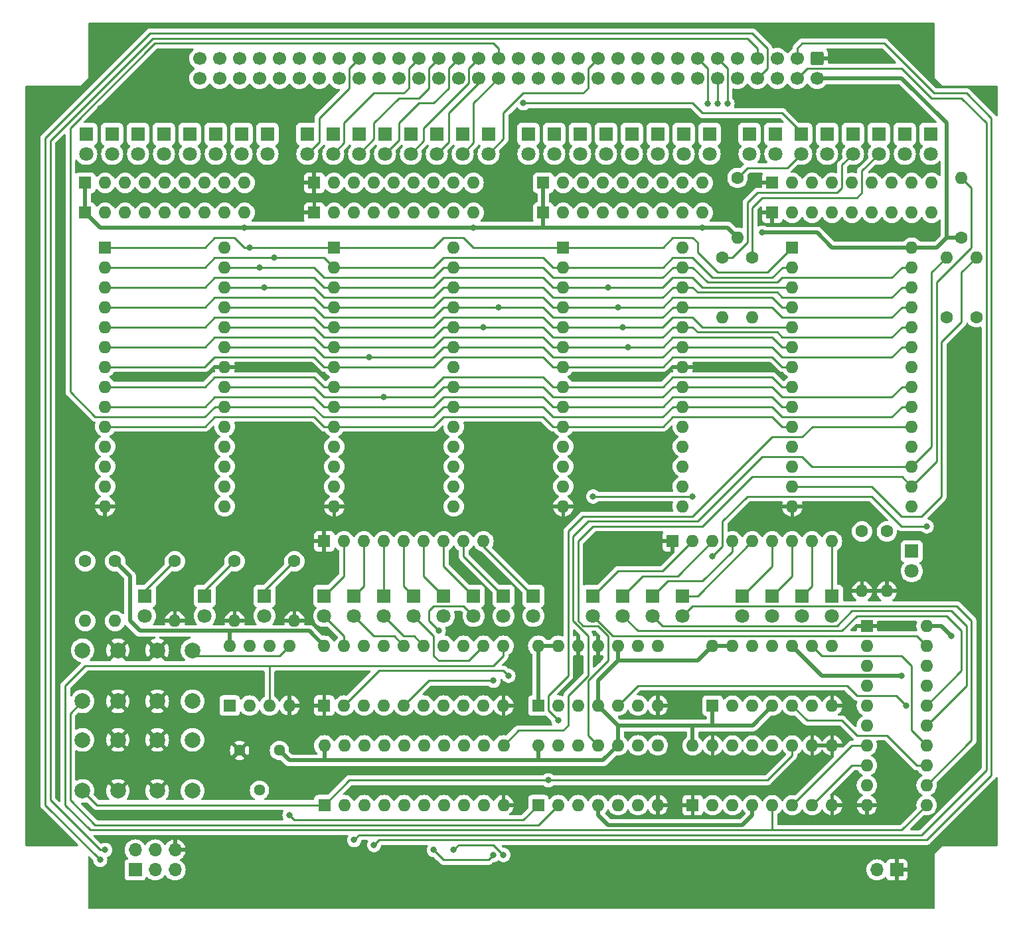
<source format=gbr>
%TF.GenerationSoftware,KiCad,Pcbnew,7.0.1*%
%TF.CreationDate,2023-09-10T21:56:10+01:00*%
%TF.ProjectId,Control_board,436f6e74-726f-46c5-9f62-6f6172642e6b,rev?*%
%TF.SameCoordinates,Original*%
%TF.FileFunction,Copper,L2,Bot*%
%TF.FilePolarity,Positive*%
%FSLAX46Y46*%
G04 Gerber Fmt 4.6, Leading zero omitted, Abs format (unit mm)*
G04 Created by KiCad (PCBNEW 7.0.1) date 2023-09-10 21:56:10*
%MOMM*%
%LPD*%
G01*
G04 APERTURE LIST*
G04 Aperture macros list*
%AMRoundRect*
0 Rectangle with rounded corners*
0 $1 Rounding radius*
0 $2 $3 $4 $5 $6 $7 $8 $9 X,Y pos of 4 corners*
0 Add a 4 corners polygon primitive as box body*
4,1,4,$2,$3,$4,$5,$6,$7,$8,$9,$2,$3,0*
0 Add four circle primitives for the rounded corners*
1,1,$1+$1,$2,$3*
1,1,$1+$1,$4,$5*
1,1,$1+$1,$6,$7*
1,1,$1+$1,$8,$9*
0 Add four rect primitives between the rounded corners*
20,1,$1+$1,$2,$3,$4,$5,0*
20,1,$1+$1,$4,$5,$6,$7,0*
20,1,$1+$1,$6,$7,$8,$9,0*
20,1,$1+$1,$8,$9,$2,$3,0*%
G04 Aperture macros list end*
%TA.AperFunction,ComponentPad*%
%ADD10R,1.600000X1.600000*%
%TD*%
%TA.AperFunction,ComponentPad*%
%ADD11O,1.600000X1.600000*%
%TD*%
%TA.AperFunction,ComponentPad*%
%ADD12R,1.800000X1.800000*%
%TD*%
%TA.AperFunction,ComponentPad*%
%ADD13C,1.800000*%
%TD*%
%TA.AperFunction,ComponentPad*%
%ADD14C,1.600000*%
%TD*%
%TA.AperFunction,ComponentPad*%
%ADD15C,2.000000*%
%TD*%
%TA.AperFunction,ComponentPad*%
%ADD16R,1.700000X1.700000*%
%TD*%
%TA.AperFunction,ComponentPad*%
%ADD17O,1.700000X1.700000*%
%TD*%
%TA.AperFunction,ComponentPad*%
%ADD18C,1.440000*%
%TD*%
%TA.AperFunction,ComponentPad*%
%ADD19RoundRect,0.250000X-0.600000X0.600000X-0.600000X-0.600000X0.600000X-0.600000X0.600000X0.600000X0*%
%TD*%
%TA.AperFunction,ComponentPad*%
%ADD20C,1.700000*%
%TD*%
%TA.AperFunction,ViaPad*%
%ADD21C,0.800000*%
%TD*%
%TA.AperFunction,Conductor*%
%ADD22C,0.500000*%
%TD*%
%TA.AperFunction,Conductor*%
%ADD23C,0.250000*%
%TD*%
G04 APERTURE END LIST*
D10*
%TO.P,U3,1,~{Mr}*%
%TO.N,/~{RESET}*%
X111130000Y-144770000D03*
D11*
%TO.P,U3,2,Q0*%
%TO.N,Net-(U3-Q0)*%
X113670000Y-144770000D03*
%TO.P,U3,3,D0*%
%TO.N,/D0*%
X116210000Y-144770000D03*
%TO.P,U3,4,D1*%
%TO.N,/D1*%
X118750000Y-144770000D03*
%TO.P,U3,5,Q1*%
%TO.N,Net-(U3-Q1)*%
X121290000Y-144770000D03*
%TO.P,U3,6,Q2*%
%TO.N,Net-(U3-Q2)*%
X123830000Y-144770000D03*
%TO.P,U3,7,D2*%
%TO.N,/D2*%
X126370000Y-144770000D03*
%TO.P,U3,8,D3*%
%TO.N,/D3*%
X128910000Y-144770000D03*
%TO.P,U3,9,Q3*%
%TO.N,Net-(U3-Q3)*%
X131450000Y-144770000D03*
%TO.P,U3,10,GND*%
%TO.N,GND*%
X133990000Y-144770000D03*
%TO.P,U3,11,Cp*%
%TO.N,/IR_LOAD*%
X133990000Y-137150000D03*
%TO.P,U3,12,Q4*%
%TO.N,Net-(U3-Q4)*%
X131450000Y-137150000D03*
%TO.P,U3,13,D4*%
%TO.N,/D4*%
X128910000Y-137150000D03*
%TO.P,U3,14,D5*%
%TO.N,/D5*%
X126370000Y-137150000D03*
%TO.P,U3,15,Q5*%
%TO.N,Net-(U3-Q5)*%
X123830000Y-137150000D03*
%TO.P,U3,16,Q6*%
%TO.N,Net-(U3-Q6)*%
X121290000Y-137150000D03*
%TO.P,U3,17,D6*%
%TO.N,/D6*%
X118750000Y-137150000D03*
%TO.P,U3,18,D7*%
%TO.N,/D7*%
X116210000Y-137150000D03*
%TO.P,U3,19,Q7*%
%TO.N,Net-(U3-Q7)*%
X113670000Y-137150000D03*
%TO.P,U3,20,VCC*%
%TO.N,+5V*%
X111130000Y-137150000D03*
%TD*%
D12*
%TO.P,D32,1,K*%
%TO.N,/~{T_OUT}*%
X93980000Y-59182000D03*
D13*
%TO.P,D32,2,A*%
%TO.N,Net-(D32-A)*%
X93980000Y-61722000D03*
%TD*%
D12*
%TO.P,D51,1,K*%
%TO.N,/ALU_S3*%
X160274000Y-59177000D03*
D13*
%TO.P,D51,2,A*%
%TO.N,Net-(D51-A)*%
X160274000Y-61717000D03*
%TD*%
D12*
%TO.P,D42,1,K*%
%TO.N,Net-(D42-K)*%
X128778000Y-59177000D03*
D13*
%TO.P,D42,2,A*%
%TO.N,/E_LOAD*%
X128778000Y-61717000D03*
%TD*%
D12*
%TO.P,D21,1,K*%
%TO.N,/INT_EN_TOGGLE*%
X178562000Y-59182000D03*
D13*
%TO.P,D21,2,A*%
%TO.N,Net-(D21-A)*%
X178562000Y-61722000D03*
%TD*%
D10*
%TO.P,U10,1,A15*%
%TO.N,/MA15*%
X170815000Y-73660000D03*
D11*
%TO.P,U10,2,A12*%
%TO.N,/MA12*%
X170815000Y-76200000D03*
%TO.P,U10,3,A7*%
%TO.N,/MA7*%
X170815000Y-78740000D03*
%TO.P,U10,4,A6*%
%TO.N,/MA6*%
X170815000Y-81280000D03*
%TO.P,U10,5,A5*%
%TO.N,/MA5*%
X170815000Y-83820000D03*
%TO.P,U10,6,A4*%
%TO.N,/MA4*%
X170815000Y-86360000D03*
%TO.P,U10,7,A3*%
%TO.N,/MA3*%
X170815000Y-88900000D03*
%TO.P,U10,8,A2*%
%TO.N,/MA2*%
X170815000Y-91440000D03*
%TO.P,U10,9,A1*%
%TO.N,/MA1*%
X170815000Y-93980000D03*
%TO.P,U10,10,A0*%
%TO.N,/MA0*%
X170815000Y-96520000D03*
%TO.P,U10,11,D0*%
%TO.N,/A_LOAD*%
X170815000Y-99060000D03*
%TO.P,U10,12,D1*%
%TO.N,/T_LOAD*%
X170815000Y-101600000D03*
%TO.P,U10,13,D2*%
%TO.N,/~{RAM_LOAD}*%
X170815000Y-104140000D03*
%TO.P,U10,14,GND*%
%TO.N,GND*%
X170815000Y-106680000D03*
%TO.P,U10,15,D3*%
%TO.N,/COUNTER_RESET*%
X186055000Y-106680000D03*
%TO.P,U10,16,D4*%
%TO.N,/INT_EN_TOGGLE*%
X186055000Y-104140000D03*
%TO.P,U10,17,D5*%
%TO.N,/IR_LOAD*%
X186055000Y-101600000D03*
%TO.P,U10,18,D6*%
%TO.N,/FLAGS_A_UPDATE*%
X186055000Y-99060000D03*
%TO.P,U10,19,D7*%
%TO.N,/FLAGS_B_UPDATE*%
X186055000Y-96520000D03*
%TO.P,U10,20,~{CE}*%
%TO.N,/CONTROL_DISABLE*%
X186055000Y-93980000D03*
%TO.P,U10,21,A10*%
%TO.N,/MA10*%
X186055000Y-91440000D03*
%TO.P,U10,22,~{OE}*%
%TO.N,/CLK*%
X186055000Y-88900000D03*
%TO.P,U10,23,A11*%
%TO.N,/MA11*%
X186055000Y-86360000D03*
%TO.P,U10,24,A9*%
%TO.N,/MA9*%
X186055000Y-83820000D03*
%TO.P,U10,25,A8*%
%TO.N,/MA8*%
X186055000Y-81280000D03*
%TO.P,U10,26,A13*%
%TO.N,/MA13*%
X186055000Y-78740000D03*
%TO.P,U10,27,A14*%
%TO.N,/MA14*%
X186055000Y-76200000D03*
%TO.P,U10,28,VCC*%
%TO.N,+5V*%
X186055000Y-73660000D03*
%TD*%
D12*
%TO.P,D52,1,K*%
%TO.N,Net-(D52-K)*%
X186055000Y-112390000D03*
D13*
%TO.P,D52,2,A*%
%TO.N,/CONTROL_DISABLE*%
X186055000Y-114930000D03*
%TD*%
D10*
%TO.P,U6,1,OE*%
%TO.N,GND*%
X111125000Y-132070000D03*
D11*
%TO.P,U6,2,O0*%
%TO.N,/MA8*%
X113665000Y-132070000D03*
%TO.P,U6,3,D0*%
%TO.N,Net-(U3-Q0)*%
X116205000Y-132070000D03*
%TO.P,U6,4,D1*%
%TO.N,Net-(U3-Q1)*%
X118745000Y-132070000D03*
%TO.P,U6,5,O1*%
%TO.N,/MA9*%
X121285000Y-132070000D03*
%TO.P,U6,6,O2*%
%TO.N,/MA10*%
X123825000Y-132070000D03*
%TO.P,U6,7,D2*%
%TO.N,Net-(U3-Q2)*%
X126365000Y-132070000D03*
%TO.P,U6,8,D3*%
%TO.N,Net-(U3-Q3)*%
X128905000Y-132070000D03*
%TO.P,U6,9,O3*%
%TO.N,/MA11*%
X131445000Y-132070000D03*
%TO.P,U6,10,GND*%
%TO.N,GND*%
X133985000Y-132070000D03*
%TO.P,U6,11,LE*%
%TO.N,/CLK*%
X133985000Y-124450000D03*
%TO.P,U6,12,O4*%
%TO.N,/MA12*%
X131445000Y-124450000D03*
%TO.P,U6,13,D4*%
%TO.N,Net-(U3-Q4)*%
X128905000Y-124450000D03*
%TO.P,U6,14,D5*%
%TO.N,Net-(U3-Q5)*%
X126365000Y-124450000D03*
%TO.P,U6,15,O5*%
%TO.N,/MA13*%
X123825000Y-124450000D03*
%TO.P,U6,16,O6*%
%TO.N,/MA14*%
X121285000Y-124450000D03*
%TO.P,U6,17,D6*%
%TO.N,Net-(U3-Q6)*%
X118745000Y-124450000D03*
%TO.P,U6,18,D7*%
%TO.N,Net-(U3-Q7)*%
X116205000Y-124450000D03*
%TO.P,U6,19,O7*%
%TO.N,/MA15*%
X113665000Y-124450000D03*
%TO.P,U6,20,VCC*%
%TO.N,+5V*%
X111125000Y-124450000D03*
%TD*%
D12*
%TO.P,D13,1,K*%
%TO.N,Net-(D13-K)*%
X133985000Y-118110000D03*
D13*
%TO.P,D13,2,A*%
%TO.N,/MA9*%
X133985000Y-120650000D03*
%TD*%
D12*
%TO.P,D39,1,K*%
%TO.N,Net-(D39-K)*%
X118872000Y-59177000D03*
D13*
%TO.P,D39,2,A*%
%TO.N,/PC_L_LOAD*%
X118872000Y-61717000D03*
%TD*%
D12*
%TO.P,D27,1,K*%
%TO.N,Net-(D27-K)*%
X188468000Y-59182000D03*
D13*
%TO.P,D27,2,A*%
%TO.N,/FLAGS_B_UPDATE*%
X188468000Y-61722000D03*
%TD*%
D14*
%TO.P,R5,1*%
%TO.N,+5V*%
X192405000Y-72390000D03*
D11*
%TO.P,R5,2*%
%TO.N,/INT_EN_TOGGLE*%
X192405000Y-64770000D03*
%TD*%
D12*
%TO.P,D9,1,K*%
%TO.N,Net-(D9-K)*%
X153035000Y-118105000D03*
D13*
%TO.P,D9,2,A*%
%TO.N,/MA5*%
X153035000Y-120645000D03*
%TD*%
D14*
%TO.P,R13,1*%
%TO.N,+5V*%
X84455000Y-113665000D03*
D11*
%TO.P,R13,2*%
%TO.N,/~{INTERRUPT_FLAG}*%
X84455000Y-121285000D03*
%TD*%
D12*
%TO.P,D31,1,K*%
%TO.N,/~{A_OUT}*%
X90678000Y-59182000D03*
D13*
%TO.P,D31,2,A*%
%TO.N,Net-(D31-A)*%
X90678000Y-61722000D03*
%TD*%
D12*
%TO.P,D24,1,K*%
%TO.N,Net-(D24-K)*%
X168656000Y-59182000D03*
D13*
%TO.P,D24,2,A*%
%TO.N,/T_LOAD*%
X168656000Y-61722000D03*
%TD*%
D12*
%TO.P,D20,1,K*%
%TO.N,/IR_LOAD*%
X181864000Y-59182000D03*
D13*
%TO.P,D20,2,A*%
%TO.N,Net-(D20-A)*%
X181864000Y-61722000D03*
%TD*%
D15*
%TO.P,SW2,1,1*%
%TO.N,Net-(J1-Pin_4)*%
X94325000Y-125020000D03*
X94325000Y-131520000D03*
%TO.P,SW2,2,2*%
%TO.N,GND*%
X89825000Y-125020000D03*
X89825000Y-131520000D03*
%TD*%
D12*
%TO.P,D19,1,K*%
%TO.N,Net-(D19-K)*%
X111125000Y-118110000D03*
D13*
%TO.P,D19,2,A*%
%TO.N,/MA15*%
X111125000Y-120650000D03*
%TD*%
D10*
%TO.P,RN3,1,common*%
%TO.N,+5V*%
X80645000Y-69215000D03*
D11*
%TO.P,RN3,2,R1*%
%TO.N,/~{SP_OUT}*%
X83185000Y-69215000D03*
%TO.P,RN3,3,R2*%
%TO.N,/~{ALU_OUT}*%
X85725000Y-69215000D03*
%TO.P,RN3,4,R3*%
%TO.N,/~{PC_OUT}*%
X88265000Y-69215000D03*
%TO.P,RN3,5,R4*%
%TO.N,/~{A_OUT}*%
X90805000Y-69215000D03*
%TO.P,RN3,6,R5*%
%TO.N,/~{T_OUT}*%
X93345000Y-69215000D03*
%TO.P,RN3,7,R6*%
%TO.N,/~{BC_OUT}*%
X95885000Y-69215000D03*
%TO.P,RN3,8,R7*%
%TO.N,/~{DE_OUT}*%
X98425000Y-69215000D03*
%TO.P,RN3,9,R8*%
%TO.N,/~{RAM_OUT}*%
X100965000Y-69215000D03*
%TD*%
D15*
%TO.P,SW1,1,1*%
%TO.N,Net-(J1-Pin_3)*%
X94325000Y-136450000D03*
X94325000Y-142950000D03*
%TO.P,SW1,2,2*%
%TO.N,GND*%
X89825000Y-136450000D03*
X89825000Y-142950000D03*
%TD*%
D14*
%TO.P,R10,1*%
%TO.N,+5V*%
X80645000Y-113665000D03*
D11*
%TO.P,R10,2*%
%TO.N,/~{RESET}*%
X80645000Y-121285000D03*
%TD*%
D12*
%TO.P,D45,1,K*%
%TO.N,/ALU_M*%
X140462000Y-59177000D03*
D13*
%TO.P,D45,2,A*%
%TO.N,Net-(D45-A)*%
X140462000Y-61717000D03*
%TD*%
D12*
%TO.P,D28,1,K*%
%TO.N,/~{SP_OUT}*%
X80772000Y-59182000D03*
D13*
%TO.P,D28,2,A*%
%TO.N,Net-(D28-A)*%
X80772000Y-61722000D03*
%TD*%
D10*
%TO.P,RN1,1,common*%
%TO.N,GND*%
X168260000Y-69215000D03*
D11*
%TO.P,RN1,2,R1*%
%TO.N,/A_LOAD*%
X170800000Y-69215000D03*
%TO.P,RN1,3,R2*%
%TO.N,/T_LOAD*%
X173340000Y-69215000D03*
%TO.P,RN1,4,R3*%
%TO.N,unconnected-(RN1-R3-Pad4)*%
X175880000Y-69215000D03*
%TO.P,RN1,5,R4*%
%TO.N,/COUNTER_RESET*%
X178420000Y-69215000D03*
%TO.P,RN1,6,R5*%
%TO.N,unconnected-(RN1-R5-Pad6)*%
X180960000Y-69215000D03*
%TO.P,RN1,7,R6*%
%TO.N,unconnected-(RN1-R6-Pad7)*%
X183500000Y-69215000D03*
%TO.P,RN1,8,R7*%
%TO.N,/FLAGS_A_UPDATE*%
X186040000Y-69215000D03*
%TO.P,RN1,9,R8*%
%TO.N,/FLAGS_B_UPDATE*%
X188580000Y-69215000D03*
%TD*%
D10*
%TO.P,RN2,1,common*%
%TO.N,GND*%
X109855000Y-69215000D03*
D11*
%TO.P,RN2,2,R1*%
%TO.N,/PC_H_LOAD*%
X112395000Y-69215000D03*
%TO.P,RN2,3,R2*%
%TO.N,/SP_H_LOAD*%
X114935000Y-69215000D03*
%TO.P,RN2,4,R3*%
%TO.N,/B_LOAD*%
X117475000Y-69215000D03*
%TO.P,RN2,5,R4*%
%TO.N,/PC_L_LOAD*%
X120015000Y-69215000D03*
%TO.P,RN2,6,R5*%
%TO.N,/C_LOAD*%
X122555000Y-69215000D03*
%TO.P,RN2,7,R6*%
%TO.N,/SP_L_LOAD*%
X125095000Y-69215000D03*
%TO.P,RN2,8,R7*%
%TO.N,/E_LOAD*%
X127635000Y-69215000D03*
%TO.P,RN2,9,R8*%
%TO.N,/D_LOAD*%
X130175000Y-69215000D03*
%TD*%
D12*
%TO.P,D14,1,K*%
%TO.N,Net-(D14-K)*%
X130175000Y-118110000D03*
D13*
%TO.P,D14,2,A*%
%TO.N,/MA10*%
X130175000Y-120650000D03*
%TD*%
D10*
%TO.P,U8,1,A15*%
%TO.N,/MA15*%
X112395000Y-73660000D03*
D11*
%TO.P,U8,2,A12*%
%TO.N,/MA12*%
X112395000Y-76200000D03*
%TO.P,U8,3,A7*%
%TO.N,/MA7*%
X112395000Y-78740000D03*
%TO.P,U8,4,A6*%
%TO.N,/MA6*%
X112395000Y-81280000D03*
%TO.P,U8,5,A5*%
%TO.N,/MA5*%
X112395000Y-83820000D03*
%TO.P,U8,6,A4*%
%TO.N,/MA4*%
X112395000Y-86360000D03*
%TO.P,U8,7,A3*%
%TO.N,/MA3*%
X112395000Y-88900000D03*
%TO.P,U8,8,A2*%
%TO.N,/MA2*%
X112395000Y-91440000D03*
%TO.P,U8,9,A1*%
%TO.N,/MA1*%
X112395000Y-93980000D03*
%TO.P,U8,10,A0*%
%TO.N,/MA0*%
X112395000Y-96520000D03*
%TO.P,U8,11,D0*%
%TO.N,/PC_H_LOAD*%
X112395000Y-99060000D03*
%TO.P,U8,12,D1*%
%TO.N,/SP_H_LOAD*%
X112395000Y-101600000D03*
%TO.P,U8,13,D2*%
%TO.N,/B_LOAD*%
X112395000Y-104140000D03*
%TO.P,U8,14,GND*%
%TO.N,GND*%
X112395000Y-106680000D03*
%TO.P,U8,15,D3*%
%TO.N,/PC_L_LOAD*%
X127635000Y-106680000D03*
%TO.P,U8,16,D4*%
%TO.N,/C_LOAD*%
X127635000Y-104140000D03*
%TO.P,U8,17,D5*%
%TO.N,/SP_L_LOAD*%
X127635000Y-101600000D03*
%TO.P,U8,18,D6*%
%TO.N,/E_LOAD*%
X127635000Y-99060000D03*
%TO.P,U8,19,D7*%
%TO.N,/D_LOAD*%
X127635000Y-96520000D03*
%TO.P,U8,20,~{CE}*%
%TO.N,/CONTROL_DISABLE*%
X127635000Y-93980000D03*
%TO.P,U8,21,A10*%
%TO.N,/MA10*%
X127635000Y-91440000D03*
%TO.P,U8,22,~{OE}*%
%TO.N,/CLK*%
X127635000Y-88900000D03*
%TO.P,U8,23,A11*%
%TO.N,/MA11*%
X127635000Y-86360000D03*
%TO.P,U8,24,A9*%
%TO.N,/MA9*%
X127635000Y-83820000D03*
%TO.P,U8,25,A8*%
%TO.N,/MA8*%
X127635000Y-81280000D03*
%TO.P,U8,26,A13*%
%TO.N,/MA13*%
X127635000Y-78740000D03*
%TO.P,U8,27,A14*%
%TO.N,/MA14*%
X127635000Y-76200000D03*
%TO.P,U8,28,VCC*%
%TO.N,+5V*%
X127635000Y-73660000D03*
%TD*%
D10*
%TO.P,RN6,1,common*%
%TO.N,GND*%
X111110000Y-111125000D03*
D11*
%TO.P,RN6,2,R1*%
%TO.N,Net-(D19-K)*%
X113650000Y-111125000D03*
%TO.P,RN6,3,R2*%
%TO.N,Net-(D18-K)*%
X116190000Y-111125000D03*
%TO.P,RN6,4,R3*%
%TO.N,Net-(D17-K)*%
X118730000Y-111125000D03*
%TO.P,RN6,5,R4*%
%TO.N,Net-(D16-K)*%
X121270000Y-111125000D03*
%TO.P,RN6,6,R5*%
%TO.N,Net-(D15-K)*%
X123810000Y-111125000D03*
%TO.P,RN6,7,R6*%
%TO.N,Net-(D14-K)*%
X126350000Y-111125000D03*
%TO.P,RN6,8,R7*%
%TO.N,Net-(D13-K)*%
X128890000Y-111125000D03*
%TO.P,RN6,9,R8*%
%TO.N,Net-(D12-K)*%
X131430000Y-111125000D03*
%TD*%
D12*
%TO.P,D12,1,K*%
%TO.N,Net-(D12-K)*%
X137795000Y-118110000D03*
D13*
%TO.P,D12,2,A*%
%TO.N,/MA8*%
X137795000Y-120650000D03*
%TD*%
D14*
%TO.P,R4,1*%
%TO.N,Net-(D6-K)*%
X107315000Y-113665000D03*
D11*
%TO.P,R4,2*%
%TO.N,GND*%
X107315000Y-121285000D03*
%TD*%
D12*
%TO.P,D1,1,K*%
%TO.N,Net-(D1-K)*%
X88265000Y-118105000D03*
D13*
%TO.P,D1,2,A*%
%TO.N,Net-(D1-A)*%
X88265000Y-120645000D03*
%TD*%
D12*
%TO.P,D35,1,K*%
%TO.N,/~{RAM_OUT}*%
X103886000Y-59182000D03*
D13*
%TO.P,D35,2,A*%
%TO.N,Net-(D35-A)*%
X103886000Y-61722000D03*
%TD*%
D10*
%TO.P,U9,1,A15*%
%TO.N,/MA15*%
X141605000Y-73645000D03*
D11*
%TO.P,U9,2,A12*%
%TO.N,/MA12*%
X141605000Y-76185000D03*
%TO.P,U9,3,A7*%
%TO.N,/MA7*%
X141605000Y-78725000D03*
%TO.P,U9,4,A6*%
%TO.N,/MA6*%
X141605000Y-81265000D03*
%TO.P,U9,5,A5*%
%TO.N,/MA5*%
X141605000Y-83805000D03*
%TO.P,U9,6,A4*%
%TO.N,/MA4*%
X141605000Y-86345000D03*
%TO.P,U9,7,A3*%
%TO.N,/MA3*%
X141605000Y-88885000D03*
%TO.P,U9,8,A2*%
%TO.N,/MA2*%
X141605000Y-91425000D03*
%TO.P,U9,9,A1*%
%TO.N,/MA1*%
X141605000Y-93965000D03*
%TO.P,U9,10,A0*%
%TO.N,/MA0*%
X141605000Y-96505000D03*
%TO.P,U9,11,D0*%
%TO.N,/~{ADR_H_OUT}*%
X141605000Y-99045000D03*
%TO.P,U9,12,D1*%
%TO.N,/ALU_M*%
X141605000Y-101585000D03*
%TO.P,U9,13,D2*%
%TO.N,/~{ADR_L_OUT}*%
X141605000Y-104125000D03*
%TO.P,U9,14,GND*%
%TO.N,GND*%
X141605000Y-106665000D03*
%TO.P,U9,15,D3*%
%TO.N,/~{ALU_CIN}*%
X156845000Y-106665000D03*
%TO.P,U9,16,D4*%
%TO.N,/ALU_S0*%
X156845000Y-104125000D03*
%TO.P,U9,17,D5*%
%TO.N,/ALU_S1*%
X156845000Y-101585000D03*
%TO.P,U9,18,D6*%
%TO.N,/ALU_S2*%
X156845000Y-99045000D03*
%TO.P,U9,19,D7*%
%TO.N,/ALU_S3*%
X156845000Y-96505000D03*
%TO.P,U9,20,~{CE}*%
%TO.N,/CONTROL_DISABLE*%
X156845000Y-93965000D03*
%TO.P,U9,21,A10*%
%TO.N,/MA10*%
X156845000Y-91425000D03*
%TO.P,U9,22,~{OE}*%
%TO.N,GND*%
X156845000Y-88885000D03*
%TO.P,U9,23,A11*%
%TO.N,/MA11*%
X156845000Y-86345000D03*
%TO.P,U9,24,A9*%
%TO.N,/MA9*%
X156845000Y-83805000D03*
%TO.P,U9,25,A8*%
%TO.N,/MA8*%
X156845000Y-81265000D03*
%TO.P,U9,26,A13*%
%TO.N,/MA13*%
X156845000Y-78725000D03*
%TO.P,U9,27,A14*%
%TO.N,/MA14*%
X156845000Y-76185000D03*
%TO.P,U9,28,VCC*%
%TO.N,+5V*%
X156845000Y-73645000D03*
%TD*%
D14*
%TO.P,R12,1*%
%TO.N,Net-(D52-K)*%
X182880000Y-109855000D03*
D11*
%TO.P,R12,2*%
%TO.N,GND*%
X182880000Y-117475000D03*
%TD*%
D10*
%TO.P,U7,1,A15*%
%TO.N,/MA15*%
X83180000Y-73645000D03*
D11*
%TO.P,U7,2,A12*%
%TO.N,/MA12*%
X83180000Y-76185000D03*
%TO.P,U7,3,A7*%
%TO.N,/MA7*%
X83180000Y-78725000D03*
%TO.P,U7,4,A6*%
%TO.N,/MA6*%
X83180000Y-81265000D03*
%TO.P,U7,5,A5*%
%TO.N,/MA5*%
X83180000Y-83805000D03*
%TO.P,U7,6,A4*%
%TO.N,/MA4*%
X83180000Y-86345000D03*
%TO.P,U7,7,A3*%
%TO.N,/MA3*%
X83180000Y-88885000D03*
%TO.P,U7,8,A2*%
%TO.N,/MA2*%
X83180000Y-91425000D03*
%TO.P,U7,9,A1*%
%TO.N,/MA1*%
X83180000Y-93965000D03*
%TO.P,U7,10,A0*%
%TO.N,/MA0*%
X83180000Y-96505000D03*
%TO.P,U7,11,D0*%
%TO.N,/~{SP_OUT}*%
X83180000Y-99045000D03*
%TO.P,U7,12,D1*%
%TO.N,/~{ALU_OUT}*%
X83180000Y-101585000D03*
%TO.P,U7,13,D2*%
%TO.N,/~{PC_OUT}*%
X83180000Y-104125000D03*
%TO.P,U7,14,GND*%
%TO.N,GND*%
X83180000Y-106665000D03*
%TO.P,U7,15,D3*%
%TO.N,/~{A_OUT}*%
X98420000Y-106665000D03*
%TO.P,U7,16,D4*%
%TO.N,/~{T_OUT}*%
X98420000Y-104125000D03*
%TO.P,U7,17,D5*%
%TO.N,/~{BC_OUT}*%
X98420000Y-101585000D03*
%TO.P,U7,18,D6*%
%TO.N,/~{DE_OUT}*%
X98420000Y-99045000D03*
%TO.P,U7,19,D7*%
%TO.N,/~{RAM_OUT}*%
X98420000Y-96505000D03*
%TO.P,U7,20,~{CE}*%
%TO.N,/CONTROL_DISABLE*%
X98420000Y-93965000D03*
%TO.P,U7,21,A10*%
%TO.N,/MA10*%
X98420000Y-91425000D03*
%TO.P,U7,22,~{OE}*%
%TO.N,GND*%
X98420000Y-88885000D03*
%TO.P,U7,23,A11*%
%TO.N,/MA11*%
X98420000Y-86345000D03*
%TO.P,U7,24,A9*%
%TO.N,/MA9*%
X98420000Y-83805000D03*
%TO.P,U7,25,A8*%
%TO.N,/MA8*%
X98420000Y-81265000D03*
%TO.P,U7,26,A13*%
%TO.N,/MA13*%
X98420000Y-78725000D03*
%TO.P,U7,27,A14*%
%TO.N,/MA14*%
X98420000Y-76185000D03*
%TO.P,U7,28,VCC*%
%TO.N,+5V*%
X98420000Y-73645000D03*
%TD*%
D12*
%TO.P,D43,1,K*%
%TO.N,Net-(D43-K)*%
X132080000Y-59177000D03*
D13*
%TO.P,D43,2,A*%
%TO.N,/D_LOAD*%
X132080000Y-61717000D03*
%TD*%
D14*
%TO.P,R7,1*%
%TO.N,Net-(D20-A)*%
X165735000Y-74930000D03*
D11*
%TO.P,R7,2*%
%TO.N,+5V*%
X165735000Y-82550000D03*
%TD*%
D12*
%TO.P,D2,1,K*%
%TO.N,Net-(D2-K)*%
X95885000Y-118105000D03*
D13*
%TO.P,D2,2,A*%
%TO.N,/CLK*%
X95885000Y-120645000D03*
%TD*%
D14*
%TO.P,R2,1*%
%TO.N,Net-(D1-K)*%
X92075000Y-113665000D03*
D11*
%TO.P,R2,2*%
%TO.N,GND*%
X92075000Y-121285000D03*
%TD*%
D12*
%TO.P,D49,1,K*%
%TO.N,/ALU_S1*%
X153670000Y-59182000D03*
D13*
%TO.P,D49,2,A*%
%TO.N,Net-(D49-A)*%
X153670000Y-61722000D03*
%TD*%
D12*
%TO.P,D33,1,K*%
%TO.N,/~{BC_OUT}*%
X97282000Y-59182000D03*
D13*
%TO.P,D33,2,A*%
%TO.N,Net-(D33-A)*%
X97282000Y-61722000D03*
%TD*%
D12*
%TO.P,D25,1,K*%
%TO.N,Net-(D25-K)*%
X175260000Y-59182000D03*
D13*
%TO.P,D25,2,A*%
%TO.N,/COUNTER_RESET*%
X175260000Y-61722000D03*
%TD*%
D12*
%TO.P,D44,1,K*%
%TO.N,/~{ADR_H_OUT}*%
X137160000Y-59177000D03*
D13*
%TO.P,D44,2,A*%
%TO.N,Net-(D44-A)*%
X137160000Y-61717000D03*
%TD*%
D10*
%TO.P,RN4,1,common*%
%TO.N,+5V*%
X139065000Y-69215000D03*
D11*
%TO.P,RN4,2,R1*%
%TO.N,/~{ADR_H_OUT}*%
X141605000Y-69215000D03*
%TO.P,RN4,3,R2*%
%TO.N,/ALU_M*%
X144145000Y-69215000D03*
%TO.P,RN4,4,R3*%
%TO.N,/~{ADR_L_OUT}*%
X146685000Y-69215000D03*
%TO.P,RN4,5,R4*%
%TO.N,/~{ALU_CIN}*%
X149225000Y-69215000D03*
%TO.P,RN4,6,R5*%
%TO.N,/ALU_S0*%
X151765000Y-69215000D03*
%TO.P,RN4,7,R6*%
%TO.N,/ALU_S1*%
X154305000Y-69215000D03*
%TO.P,RN4,8,R7*%
%TO.N,/ALU_S2*%
X156845000Y-69215000D03*
%TO.P,RN4,9,R8*%
%TO.N,/ALU_S3*%
X159385000Y-69215000D03*
%TD*%
D12*
%TO.P,D46,1,K*%
%TO.N,/~{ADR_L_OUT}*%
X143764000Y-59177000D03*
D13*
%TO.P,D46,2,A*%
%TO.N,Net-(D46-A)*%
X143764000Y-61717000D03*
%TD*%
D12*
%TO.P,D16,1,K*%
%TO.N,Net-(D16-K)*%
X122555000Y-118110000D03*
D13*
%TO.P,D16,2,A*%
%TO.N,/MA12*%
X122555000Y-120650000D03*
%TD*%
D10*
%TO.P,RN9,1,common*%
%TO.N,GND*%
X109840000Y-65405000D03*
D11*
%TO.P,RN9,2,R1*%
%TO.N,Net-(D36-K)*%
X112380000Y-65405000D03*
%TO.P,RN9,3,R2*%
%TO.N,Net-(D37-K)*%
X114920000Y-65405000D03*
%TO.P,RN9,4,R3*%
%TO.N,Net-(D38-K)*%
X117460000Y-65405000D03*
%TO.P,RN9,5,R4*%
%TO.N,Net-(D39-K)*%
X120000000Y-65405000D03*
%TO.P,RN9,6,R5*%
%TO.N,Net-(D40-K)*%
X122540000Y-65405000D03*
%TO.P,RN9,7,R6*%
%TO.N,Net-(D41-K)*%
X125080000Y-65405000D03*
%TO.P,RN9,8,R7*%
%TO.N,Net-(D42-K)*%
X127620000Y-65405000D03*
%TO.P,RN9,9,R8*%
%TO.N,Net-(D43-K)*%
X130160000Y-65405000D03*
%TD*%
D14*
%TO.P,R9,1*%
%TO.N,Net-(D22-A)*%
X163830000Y-64770000D03*
D11*
%TO.P,R9,2*%
%TO.N,+5V*%
X163830000Y-72390000D03*
%TD*%
D12*
%TO.P,D8,1,K*%
%TO.N,Net-(D8-K)*%
X156845000Y-118110000D03*
D13*
%TO.P,D8,2,A*%
%TO.N,/MA4*%
X156845000Y-120650000D03*
%TD*%
D12*
%TO.P,D38,1,K*%
%TO.N,Net-(D38-K)*%
X115570000Y-59177000D03*
D13*
%TO.P,D38,2,A*%
%TO.N,/B_LOAD*%
X115570000Y-61717000D03*
%TD*%
D12*
%TO.P,D10,1,K*%
%TO.N,Net-(D10-K)*%
X149225000Y-118105000D03*
D13*
%TO.P,D10,2,A*%
%TO.N,/MA6*%
X149225000Y-120645000D03*
%TD*%
D10*
%TO.P,U1,1,~{R}*%
%TO.N,+5V*%
X160655000Y-132080000D03*
D11*
%TO.P,U1,2,D*%
%TO.N,/CARRY_FLAG*%
X163195000Y-132080000D03*
%TO.P,U1,3,C*%
%TO.N,/FLAGS_A_UPDATE*%
X165735000Y-132080000D03*
%TO.P,U1,4,~{S}*%
%TO.N,+5V*%
X168275000Y-132080000D03*
%TO.P,U1,5,Q*%
%TO.N,Net-(U1A-Q)*%
X170815000Y-132080000D03*
%TO.P,U1,6,~{Q}*%
%TO.N,unconnected-(U1A-~{Q}-Pad6)*%
X173355000Y-132080000D03*
%TO.P,U1,7,GND*%
%TO.N,GND*%
X175895000Y-132080000D03*
%TO.P,U1,8,~{Q}*%
%TO.N,unconnected-(U1B-~{Q}-Pad8)*%
X175895000Y-124460000D03*
%TO.P,U1,9,Q*%
%TO.N,Net-(U1B-Q)*%
X173355000Y-124460000D03*
%TO.P,U1,10,~{S}*%
%TO.N,+5V*%
X170815000Y-124460000D03*
%TO.P,U1,11,C*%
%TO.N,/FLAGS_A_UPDATE*%
X168275000Y-124460000D03*
%TO.P,U1,12,D*%
%TO.N,/EQUAL_FLAG*%
X165735000Y-124460000D03*
%TO.P,U1,13,~{R}*%
%TO.N,+5V*%
X163195000Y-124460000D03*
%TO.P,U1,14,VCC*%
X160655000Y-124460000D03*
%TD*%
D10*
%TO.P,U12,1,~{R}*%
%TO.N,Net-(D6-A)*%
X138425000Y-144770000D03*
D11*
%TO.P,U12,2,D*%
%TO.N,/~{INTERRUPT_FLAG}*%
X140965000Y-144770000D03*
%TO.P,U12,3,C*%
%TO.N,/COUNTER_RESET*%
X143505000Y-144770000D03*
%TO.P,U12,4,~{S}*%
%TO.N,+5V*%
X146045000Y-144770000D03*
%TO.P,U12,5,Q*%
%TO.N,Net-(U12A-Q)*%
X148585000Y-144770000D03*
%TO.P,U12,6,~{Q}*%
%TO.N,unconnected-(U12A-~{Q}-Pad6)*%
X151125000Y-144770000D03*
%TO.P,U12,7,GND*%
%TO.N,GND*%
X153665000Y-144770000D03*
%TO.P,U12,8,~{Q}*%
%TO.N,Net-(U12B-D)*%
X153665000Y-137150000D03*
%TO.P,U12,9,Q*%
%TO.N,Net-(D6-A)*%
X151125000Y-137150000D03*
%TO.P,U12,10,~{S}*%
%TO.N,+5V*%
X148585000Y-137150000D03*
%TO.P,U12,11,C*%
%TO.N,/INT_EN_TOGGLE*%
X146045000Y-137150000D03*
%TO.P,U12,12,D*%
%TO.N,Net-(U12B-D)*%
X143505000Y-137150000D03*
%TO.P,U12,13,~{R}*%
%TO.N,/~{RESET}*%
X140965000Y-137150000D03*
%TO.P,U12,14,VCC*%
%TO.N,+5V*%
X138425000Y-137150000D03*
%TD*%
D15*
%TO.P,SW4,1,1*%
%TO.N,/~{INTERRUPT_FLAG}*%
X80300000Y-131520000D03*
X80300000Y-125020000D03*
%TO.P,SW4,2,2*%
%TO.N,GND*%
X84800000Y-131520000D03*
X84800000Y-125020000D03*
%TD*%
D12*
%TO.P,D34,1,K*%
%TO.N,/~{DE_OUT}*%
X100584000Y-59182000D03*
D13*
%TO.P,D34,2,A*%
%TO.N,Net-(D34-A)*%
X100584000Y-61722000D03*
%TD*%
D12*
%TO.P,D37,1,K*%
%TO.N,Net-(D37-K)*%
X112268000Y-59177000D03*
D13*
%TO.P,D37,2,A*%
%TO.N,/SP_H_LOAD*%
X112268000Y-61717000D03*
%TD*%
D12*
%TO.P,D26,1,K*%
%TO.N,Net-(D26-K)*%
X185166000Y-59182000D03*
D13*
%TO.P,D26,2,A*%
%TO.N,/FLAGS_A_UPDATE*%
X185166000Y-61722000D03*
%TD*%
D14*
%TO.P,R8,1*%
%TO.N,Net-(D21-A)*%
X161925000Y-74930000D03*
D11*
%TO.P,R8,2*%
%TO.N,+5V*%
X161925000Y-82550000D03*
%TD*%
D12*
%TO.P,D15,1,K*%
%TO.N,Net-(D15-K)*%
X126365000Y-118110000D03*
D13*
%TO.P,D15,2,A*%
%TO.N,/MA11*%
X126365000Y-120650000D03*
%TD*%
D10*
%TO.P,RN5,1,common*%
%TO.N,GND*%
X155560000Y-111125000D03*
D11*
%TO.P,RN5,2,R1*%
%TO.N,Net-(D11-K)*%
X158100000Y-111125000D03*
%TO.P,RN5,3,R2*%
%TO.N,Net-(D10-K)*%
X160640000Y-111125000D03*
%TO.P,RN5,4,R3*%
%TO.N,Net-(D9-K)*%
X163180000Y-111125000D03*
%TO.P,RN5,5,R4*%
%TO.N,Net-(D8-K)*%
X165720000Y-111125000D03*
%TO.P,RN5,6,R5*%
%TO.N,Net-(D7-K)*%
X168260000Y-111125000D03*
%TO.P,RN5,7,R6*%
%TO.N,Net-(D5-K)*%
X170800000Y-111125000D03*
%TO.P,RN5,8,R7*%
%TO.N,Net-(D4-K)*%
X173340000Y-111125000D03*
%TO.P,RN5,9,R8*%
%TO.N,Net-(D3-K)*%
X175880000Y-111125000D03*
%TD*%
D10*
%TO.P,U5,1,B*%
%TO.N,GND*%
X158115000Y-144780000D03*
D11*
%TO.P,U5,2,QB*%
%TO.N,Net-(U4-D1)*%
X160655000Y-144780000D03*
%TO.P,U5,3,QA*%
%TO.N,Net-(U4-D0)*%
X163195000Y-144780000D03*
%TO.P,U5,4,DOWN*%
%TO.N,+5V*%
X165735000Y-144780000D03*
%TO.P,U5,5,UP*%
%TO.N,/CLK*%
X168275000Y-144780000D03*
%TO.P,U5,6,QC*%
%TO.N,Net-(U4-D2)*%
X170815000Y-144780000D03*
%TO.P,U5,7,QD*%
%TO.N,Net-(U4-D3)*%
X173355000Y-144780000D03*
%TO.P,U5,8,GND*%
%TO.N,GND*%
X175895000Y-144780000D03*
%TO.P,U5,9,D*%
X175895000Y-137160000D03*
%TO.P,U5,10,C*%
X173355000Y-137160000D03*
%TO.P,U5,11,~{LOAD}*%
%TO.N,/~{RESET}*%
X170815000Y-137160000D03*
%TO.P,U5,12,~{CO}*%
%TO.N,unconnected-(U5-~{CO}-Pad12)*%
X168275000Y-137160000D03*
%TO.P,U5,13,~{BO}*%
%TO.N,unconnected-(U5-~{BO}-Pad13)*%
X165735000Y-137160000D03*
%TO.P,U5,14,CLR*%
%TO.N,/COUNTER_RESET*%
X163195000Y-137160000D03*
%TO.P,U5,15,A*%
%TO.N,GND*%
X160655000Y-137160000D03*
%TO.P,U5,16,VCC*%
%TO.N,+5V*%
X158115000Y-137160000D03*
%TD*%
D12*
%TO.P,D17,1,K*%
%TO.N,Net-(D17-K)*%
X118745000Y-118110000D03*
D13*
%TO.P,D17,2,A*%
%TO.N,/MA13*%
X118745000Y-120650000D03*
%TD*%
D12*
%TO.P,D47,1,K*%
%TO.N,/~{ALU_CIN}*%
X147066000Y-59177000D03*
D13*
%TO.P,D47,2,A*%
%TO.N,Net-(D47-A)*%
X147066000Y-61717000D03*
%TD*%
D12*
%TO.P,D29,1,K*%
%TO.N,/~{ALU_OUT}*%
X84074000Y-59182000D03*
D13*
%TO.P,D29,2,A*%
%TO.N,Net-(D29-A)*%
X84074000Y-61722000D03*
%TD*%
D12*
%TO.P,D30,1,K*%
%TO.N,/~{PC_OUT}*%
X87376000Y-59182000D03*
D13*
%TO.P,D30,2,A*%
%TO.N,Net-(D30-A)*%
X87376000Y-61722000D03*
%TD*%
D12*
%TO.P,D23,1,K*%
%TO.N,Net-(D23-K)*%
X165354000Y-59182000D03*
D13*
%TO.P,D23,2,A*%
%TO.N,/A_LOAD*%
X165354000Y-61722000D03*
%TD*%
D12*
%TO.P,D11,1,K*%
%TO.N,Net-(D11-K)*%
X145415000Y-118105000D03*
D13*
%TO.P,D11,2,A*%
%TO.N,/MA7*%
X145415000Y-120645000D03*
%TD*%
D12*
%TO.P,D22,1,K*%
%TO.N,/~{RAM_LOAD}*%
X171958000Y-59182000D03*
D13*
%TO.P,D22,2,A*%
%TO.N,Net-(D22-A)*%
X171958000Y-61722000D03*
%TD*%
D10*
%TO.P,U4,1,OE*%
%TO.N,GND*%
X180335000Y-121920000D03*
D11*
%TO.P,U4,2,O0*%
%TO.N,/MA0*%
X180335000Y-124460000D03*
%TO.P,U4,3,D0*%
%TO.N,Net-(U4-D0)*%
X180335000Y-127000000D03*
%TO.P,U4,4,D1*%
%TO.N,Net-(U4-D1)*%
X180335000Y-129540000D03*
%TO.P,U4,5,O1*%
%TO.N,/MA1*%
X180335000Y-132080000D03*
%TO.P,U4,6,O2*%
%TO.N,/MA2*%
X180335000Y-134620000D03*
%TO.P,U4,7,D2*%
%TO.N,Net-(U4-D2)*%
X180335000Y-137160000D03*
%TO.P,U4,8,D3*%
%TO.N,Net-(U4-D3)*%
X180335000Y-139700000D03*
%TO.P,U4,9,O3*%
%TO.N,/MA3*%
X180335000Y-142240000D03*
%TO.P,U4,10,GND*%
%TO.N,GND*%
X180335000Y-144780000D03*
%TO.P,U4,11,LE*%
%TO.N,/CLK*%
X187955000Y-144780000D03*
%TO.P,U4,12,O4*%
%TO.N,/MA4*%
X187955000Y-142240000D03*
%TO.P,U4,13,D4*%
%TO.N,Net-(U1A-Q)*%
X187955000Y-139700000D03*
%TO.P,U4,14,D5*%
%TO.N,Net-(U1B-Q)*%
X187955000Y-137160000D03*
%TO.P,U4,15,O5*%
%TO.N,/MA5*%
X187955000Y-134620000D03*
%TO.P,U4,16,O6*%
%TO.N,/MA6*%
X187955000Y-132080000D03*
%TO.P,U4,17,D6*%
%TO.N,Net-(U2A-Q)*%
X187955000Y-129540000D03*
%TO.P,U4,18,D7*%
%TO.N,Net-(U12A-Q)*%
X187955000Y-127000000D03*
%TO.P,U4,19,O7*%
%TO.N,/MA7*%
X187955000Y-124460000D03*
%TO.P,U4,20,VCC*%
%TO.N,+5V*%
X187955000Y-121920000D03*
%TD*%
D12*
%TO.P,D7,1,K*%
%TO.N,Net-(D7-K)*%
X164465000Y-118110000D03*
D13*
%TO.P,D7,2,A*%
%TO.N,/MA3*%
X164465000Y-120650000D03*
%TD*%
D10*
%TO.P,RN10,1,common*%
%TO.N,+5V*%
X139065000Y-65405000D03*
D11*
%TO.P,RN10,2,R1*%
%TO.N,Net-(D44-A)*%
X141605000Y-65405000D03*
%TO.P,RN10,3,R2*%
%TO.N,Net-(D45-A)*%
X144145000Y-65405000D03*
%TO.P,RN10,4,R3*%
%TO.N,Net-(D46-A)*%
X146685000Y-65405000D03*
%TO.P,RN10,5,R4*%
%TO.N,Net-(D47-A)*%
X149225000Y-65405000D03*
%TO.P,RN10,6,R5*%
%TO.N,Net-(D48-A)*%
X151765000Y-65405000D03*
%TO.P,RN10,7,R6*%
%TO.N,Net-(D49-A)*%
X154305000Y-65405000D03*
%TO.P,RN10,8,R7*%
%TO.N,Net-(D50-A)*%
X156845000Y-65405000D03*
%TO.P,RN10,9,R8*%
%TO.N,Net-(D51-A)*%
X159385000Y-65405000D03*
%TD*%
D12*
%TO.P,D48,1,K*%
%TO.N,/ALU_S0*%
X150368000Y-59177000D03*
D13*
%TO.P,D48,2,A*%
%TO.N,Net-(D48-A)*%
X150368000Y-61717000D03*
%TD*%
D10*
%TO.P,RN7,1,common*%
%TO.N,GND*%
X168275000Y-65405000D03*
D11*
%TO.P,RN7,2,R1*%
%TO.N,Net-(D23-K)*%
X170815000Y-65405000D03*
%TO.P,RN7,3,R2*%
%TO.N,Net-(D24-K)*%
X173355000Y-65405000D03*
%TO.P,RN7,4,R3*%
%TO.N,unconnected-(RN7-R3-Pad4)*%
X175895000Y-65405000D03*
%TO.P,RN7,5,R4*%
%TO.N,Net-(D25-K)*%
X178435000Y-65405000D03*
%TO.P,RN7,6,R5*%
%TO.N,unconnected-(RN7-R5-Pad6)*%
X180975000Y-65405000D03*
%TO.P,RN7,7,R6*%
%TO.N,unconnected-(RN7-R6-Pad7)*%
X183515000Y-65405000D03*
%TO.P,RN7,8,R7*%
%TO.N,Net-(D26-K)*%
X186055000Y-65405000D03*
%TO.P,RN7,9,R8*%
%TO.N,Net-(D27-K)*%
X188595000Y-65405000D03*
%TD*%
D15*
%TO.P,SW3,1,1*%
%TO.N,/~{RESET}*%
X80300000Y-142950000D03*
X80300000Y-136450000D03*
%TO.P,SW3,2,2*%
%TO.N,GND*%
X84800000Y-142950000D03*
X84800000Y-136450000D03*
%TD*%
D10*
%TO.P,U11,1,~{RESET}/PB5*%
%TO.N,Net-(J1-Pin_5)*%
X99070000Y-132070000D03*
D11*
%TO.P,U11,2,XTAL1/PB3*%
%TO.N,Net-(U11-XTAL1{slash}PB3)*%
X101610000Y-132070000D03*
%TO.P,U11,3,XTAL2/PB4*%
%TO.N,/CLK*%
X104150000Y-132070000D03*
%TO.P,U11,4,GND*%
%TO.N,GND*%
X106690000Y-132070000D03*
%TO.P,U11,5,AREF/PB0*%
%TO.N,Net-(J1-Pin_4)*%
X106690000Y-124450000D03*
%TO.P,U11,6,PB1*%
%TO.N,Net-(D1-A)*%
X104150000Y-124450000D03*
%TO.P,U11,7,PB2*%
%TO.N,Net-(J1-Pin_3)*%
X101610000Y-124450000D03*
%TO.P,U11,8,VCC*%
%TO.N,+5V*%
X99070000Y-124450000D03*
%TD*%
D12*
%TO.P,D41,1,K*%
%TO.N,Net-(D41-K)*%
X125476000Y-59177000D03*
D13*
%TO.P,D41,2,A*%
%TO.N,/SP_L_LOAD*%
X125476000Y-61717000D03*
%TD*%
D16*
%TO.P,J1,1,Pin_1*%
%TO.N,Net-(D1-A)*%
X87010000Y-153035000D03*
D17*
%TO.P,J1,2,Pin_2*%
%TO.N,+5V*%
X87010000Y-150495000D03*
%TO.P,J1,3,Pin_3*%
%TO.N,Net-(J1-Pin_3)*%
X89550000Y-153035000D03*
%TO.P,J1,4,Pin_4*%
%TO.N,Net-(J1-Pin_4)*%
X89550000Y-150495000D03*
%TO.P,J1,5,Pin_5*%
%TO.N,Net-(J1-Pin_5)*%
X92090000Y-153035000D03*
%TO.P,J1,6,Pin_6*%
%TO.N,GND*%
X92090000Y-150495000D03*
%TD*%
D12*
%TO.P,D50,1,K*%
%TO.N,/ALU_S2*%
X156972000Y-59182000D03*
D13*
%TO.P,D50,2,A*%
%TO.N,Net-(D50-A)*%
X156972000Y-61722000D03*
%TD*%
D10*
%TO.P,U2,1,~{R}*%
%TO.N,+5V*%
X138425000Y-132070000D03*
D11*
%TO.P,U2,2,D*%
%TO.N,/CARRY_FLAG*%
X140965000Y-132070000D03*
%TO.P,U2,3,C*%
%TO.N,/FLAGS_B_UPDATE*%
X143505000Y-132070000D03*
%TO.P,U2,4,~{S}*%
%TO.N,+5V*%
X146045000Y-132070000D03*
%TO.P,U2,5,Q*%
%TO.N,Net-(U2A-Q)*%
X148585000Y-132070000D03*
%TO.P,U2,6,~{Q}*%
%TO.N,unconnected-(U2A-~{Q}-Pad6)*%
X151125000Y-132070000D03*
%TO.P,U2,7,GND*%
%TO.N,GND*%
X153665000Y-132070000D03*
%TO.P,U2,8,~{Q}*%
%TO.N,unconnected-(U2B-~{Q}-Pad8)*%
X153665000Y-124450000D03*
%TO.P,U2,9,Q*%
%TO.N,unconnected-(U2B-Q-Pad9)*%
X151125000Y-124450000D03*
%TO.P,U2,10,~{S}*%
%TO.N,+5V*%
X148585000Y-124450000D03*
%TO.P,U2,11,C*%
%TO.N,GND*%
X146045000Y-124450000D03*
%TO.P,U2,12,D*%
X143505000Y-124450000D03*
%TO.P,U2,13,~{R}*%
%TO.N,+5V*%
X140965000Y-124450000D03*
%TO.P,U2,14,VCC*%
X138425000Y-124450000D03*
%TD*%
D12*
%TO.P,D3,1,K*%
%TO.N,Net-(D3-K)*%
X175895000Y-118110000D03*
D13*
%TO.P,D3,2,A*%
%TO.N,/MA0*%
X175895000Y-120650000D03*
%TD*%
D14*
%TO.P,R1,1*%
%TO.N,+5V*%
X190500000Y-82550000D03*
D11*
%TO.P,R1,2*%
%TO.N,/IR_LOAD*%
X190500000Y-74930000D03*
%TD*%
D10*
%TO.P,RN8,1,common*%
%TO.N,+5V*%
X80645000Y-65405000D03*
D11*
%TO.P,RN8,2,R1*%
%TO.N,Net-(D28-A)*%
X83185000Y-65405000D03*
%TO.P,RN8,3,R2*%
%TO.N,Net-(D29-A)*%
X85725000Y-65405000D03*
%TO.P,RN8,4,R3*%
%TO.N,Net-(D30-A)*%
X88265000Y-65405000D03*
%TO.P,RN8,5,R4*%
%TO.N,Net-(D31-A)*%
X90805000Y-65405000D03*
%TO.P,RN8,6,R5*%
%TO.N,Net-(D32-A)*%
X93345000Y-65405000D03*
%TO.P,RN8,7,R6*%
%TO.N,Net-(D33-A)*%
X95885000Y-65405000D03*
%TO.P,RN8,8,R7*%
%TO.N,Net-(D34-A)*%
X98425000Y-65405000D03*
%TO.P,RN8,9,R8*%
%TO.N,Net-(D35-A)*%
X100965000Y-65405000D03*
%TD*%
D12*
%TO.P,D40,1,K*%
%TO.N,Net-(D40-K)*%
X122174000Y-59177000D03*
D13*
%TO.P,D40,2,A*%
%TO.N,/C_LOAD*%
X122174000Y-61717000D03*
%TD*%
D16*
%TO.P,J3,1,Pin_1*%
%TO.N,GND*%
X184150000Y-153035000D03*
D17*
%TO.P,J3,2,Pin_2*%
%TO.N,+5V*%
X181610000Y-153035000D03*
%TD*%
D18*
%TO.P,RV1,1,1*%
%TO.N,GND*%
X100330000Y-137795000D03*
%TO.P,RV1,2,2*%
%TO.N,Net-(U11-XTAL1{slash}PB3)*%
X102870000Y-142875000D03*
%TO.P,RV1,3,3*%
%TO.N,+5V*%
X105410000Y-137795000D03*
%TD*%
D12*
%TO.P,D5,1,K*%
%TO.N,Net-(D5-K)*%
X168275000Y-118110000D03*
D13*
%TO.P,D5,2,A*%
%TO.N,/MA2*%
X168275000Y-120650000D03*
%TD*%
D14*
%TO.P,R3,1*%
%TO.N,Net-(D2-K)*%
X99695000Y-113665000D03*
D11*
%TO.P,R3,2*%
%TO.N,GND*%
X99695000Y-121285000D03*
%TD*%
D14*
%TO.P,R11,1*%
%TO.N,/CONTROL_DISABLE*%
X179705000Y-109855000D03*
D11*
%TO.P,R11,2*%
%TO.N,GND*%
X179705000Y-117475000D03*
%TD*%
D14*
%TO.P,R6,1*%
%TO.N,+5V*%
X194310000Y-82550000D03*
D11*
%TO.P,R6,2*%
%TO.N,/~{RAM_LOAD}*%
X194310000Y-74930000D03*
%TD*%
D19*
%TO.P,J2,1,Pin_1*%
%TO.N,GND*%
X173990000Y-49530000D03*
D20*
%TO.P,J2,2,Pin_2*%
%TO.N,+5V*%
X173990000Y-52070000D03*
%TO.P,J2,3,Pin_3*%
%TO.N,/D6*%
X171450000Y-49530000D03*
%TO.P,J2,4,Pin_4*%
%TO.N,/D7*%
X171450000Y-52070000D03*
%TO.P,J2,5,Pin_5*%
%TO.N,/D4*%
X168910000Y-49530000D03*
%TO.P,J2,6,Pin_6*%
%TO.N,/D5*%
X168910000Y-52070000D03*
%TO.P,J2,7,Pin_7*%
%TO.N,/D2*%
X166370000Y-49530000D03*
%TO.P,J2,8,Pin_8*%
%TO.N,/D3*%
X166370000Y-52070000D03*
%TO.P,J2,9,Pin_9*%
%TO.N,/D0*%
X163830000Y-49530000D03*
%TO.P,J2,10,Pin_10*%
%TO.N,/D1*%
X163830000Y-52070000D03*
%TO.P,J2,11,Pin_11*%
%TO.N,/EQUAL_FLAG*%
X161290000Y-49530000D03*
%TO.P,J2,12,Pin_12*%
%TO.N,/CARRY_FLAG*%
X161290000Y-52070000D03*
%TO.P,J2,13,Pin_13*%
%TO.N,/~{INTERRUPT_FLAG}*%
X158750000Y-49530000D03*
%TO.P,J2,14,Pin_14*%
%TO.N,unconnected-(J2-Pin_14-Pad14)*%
X158750000Y-52070000D03*
%TO.P,J2,15,Pin_15*%
%TO.N,unconnected-(J2-Pin_15-Pad15)*%
X156210000Y-49530000D03*
%TO.P,J2,16,Pin_16*%
%TO.N,unconnected-(J2-Pin_16-Pad16)*%
X156210000Y-52070000D03*
%TO.P,J2,17,Pin_17*%
%TO.N,/A_LOAD*%
X153670000Y-49530000D03*
%TO.P,J2,18,Pin_18*%
%TO.N,/T_LOAD*%
X153670000Y-52070000D03*
%TO.P,J2,19,Pin_19*%
%TO.N,/ALU_S2*%
X151130000Y-49530000D03*
%TO.P,J2,20,Pin_20*%
%TO.N,/ALU_S3*%
X151130000Y-52070000D03*
%TO.P,J2,21,Pin_21*%
%TO.N,/ALU_S0*%
X148590000Y-49530000D03*
%TO.P,J2,22,Pin_22*%
%TO.N,/ALU_S1*%
X148590000Y-52070000D03*
%TO.P,J2,23,Pin_23*%
%TO.N,/D_LOAD*%
X146050000Y-49530000D03*
%TO.P,J2,24,Pin_24*%
%TO.N,/~{ALU_CIN}*%
X146050000Y-52070000D03*
%TO.P,J2,25,Pin_25*%
%TO.N,/~{ADR_L_OUT}*%
X143510000Y-49530000D03*
%TO.P,J2,26,Pin_26*%
%TO.N,/ALU_M*%
X143510000Y-52070000D03*
%TO.P,J2,27,Pin_27*%
%TO.N,/CLK*%
X140970000Y-49530000D03*
%TO.P,J2,28,Pin_28*%
%TO.N,/~{RESET}*%
X140970000Y-52070000D03*
%TO.P,J2,29,Pin_29*%
%TO.N,/~{RAM_OUT}*%
X138430000Y-49530000D03*
%TO.P,J2,30,Pin_30*%
%TO.N,/~{RAM_LOAD}*%
X138430000Y-52070000D03*
%TO.P,J2,31,Pin_31*%
%TO.N,unconnected-(J2-Pin_31-Pad31)*%
X135890000Y-49530000D03*
%TO.P,J2,32,Pin_32*%
%TO.N,unconnected-(J2-Pin_32-Pad32)*%
X135890000Y-52070000D03*
%TO.P,J2,33,Pin_33*%
%TO.N,/CONTROL_DISABLE*%
X133350000Y-49530000D03*
%TO.P,J2,34,Pin_34*%
%TO.N,/E_LOAD*%
X133350000Y-52070000D03*
%TO.P,J2,35,Pin_35*%
%TO.N,/C_LOAD*%
X130810000Y-49530000D03*
%TO.P,J2,36,Pin_36*%
%TO.N,/SP_L_LOAD*%
X130810000Y-52070000D03*
%TO.P,J2,37,Pin_37*%
%TO.N,/PC_L_LOAD*%
X128270000Y-49530000D03*
%TO.P,J2,38,Pin_38*%
%TO.N,/~{DE_OUT}*%
X128270000Y-52070000D03*
%TO.P,J2,39,Pin_39*%
%TO.N,/B_LOAD*%
X125730000Y-49530000D03*
%TO.P,J2,40,Pin_40*%
%TO.N,/~{BC_OUT}*%
X125730000Y-52070000D03*
%TO.P,J2,41,Pin_41*%
%TO.N,/SP_H_LOAD*%
X123190000Y-49530000D03*
%TO.P,J2,42,Pin_42*%
%TO.N,/~{ADR_H_OUT}*%
X123190000Y-52070000D03*
%TO.P,J2,43,Pin_43*%
%TO.N,/~{A_OUT}*%
X120650000Y-49530000D03*
%TO.P,J2,44,Pin_44*%
%TO.N,/~{T_OUT}*%
X120650000Y-52070000D03*
%TO.P,J2,45,Pin_45*%
%TO.N,/~{ALU_OUT}*%
X118110000Y-49530000D03*
%TO.P,J2,46,Pin_46*%
%TO.N,/~{PC_OUT}*%
X118110000Y-52070000D03*
%TO.P,J2,47,Pin_47*%
%TO.N,/PC_H_LOAD*%
X115570000Y-49530000D03*
%TO.P,J2,48,Pin_48*%
%TO.N,/~{SP_OUT}*%
X115570000Y-52070000D03*
%TO.P,J2,49,Pin_49*%
%TO.N,/A14*%
X113030000Y-49530000D03*
%TO.P,J2,50,Pin_50*%
%TO.N,/A13*%
X113030000Y-52070000D03*
%TO.P,J2,51,Pin_51*%
%TO.N,/A12*%
X110490000Y-49530000D03*
%TO.P,J2,52,Pin_52*%
%TO.N,/A15*%
X110490000Y-52070000D03*
%TO.P,J2,53,Pin_53*%
%TO.N,/A4*%
X107950000Y-49530000D03*
%TO.P,J2,54,Pin_54*%
%TO.N,/A5*%
X107950000Y-52070000D03*
%TO.P,J2,55,Pin_55*%
%TO.N,/A6*%
X105410000Y-49530000D03*
%TO.P,J2,56,Pin_56*%
%TO.N,/A7*%
X105410000Y-52070000D03*
%TO.P,J2,57,Pin_57*%
%TO.N,/A0*%
X102870000Y-49530000D03*
%TO.P,J2,58,Pin_58*%
%TO.N,/A8*%
X102870000Y-52070000D03*
%TO.P,J2,59,Pin_59*%
%TO.N,/A1*%
X100330000Y-49530000D03*
%TO.P,J2,60,Pin_60*%
%TO.N,/A9*%
X100330000Y-52070000D03*
%TO.P,J2,61,Pin_61*%
%TO.N,/A2*%
X97790000Y-49530000D03*
%TO.P,J2,62,Pin_62*%
%TO.N,/A10*%
X97790000Y-52070000D03*
%TO.P,J2,63,Pin_63*%
%TO.N,/A3*%
X95250000Y-49530000D03*
%TO.P,J2,64,Pin_64*%
%TO.N,/A11*%
X95250000Y-52070000D03*
%TD*%
D12*
%TO.P,D4,1,K*%
%TO.N,Net-(D4-K)*%
X172085000Y-118110000D03*
D13*
%TO.P,D4,2,A*%
%TO.N,/MA1*%
X172085000Y-120650000D03*
%TD*%
D12*
%TO.P,D18,1,K*%
%TO.N,Net-(D18-K)*%
X114935000Y-118110000D03*
D13*
%TO.P,D18,2,A*%
%TO.N,/MA14*%
X114935000Y-120650000D03*
%TD*%
D12*
%TO.P,D6,1,K*%
%TO.N,Net-(D6-K)*%
X103505000Y-118105000D03*
D13*
%TO.P,D6,2,A*%
%TO.N,Net-(D6-A)*%
X103505000Y-120645000D03*
%TD*%
D12*
%TO.P,D36,1,K*%
%TO.N,Net-(D36-K)*%
X108966000Y-59177000D03*
D13*
%TO.P,D36,2,A*%
%TO.N,/PC_H_LOAD*%
X108966000Y-61717000D03*
%TD*%
D21*
%TO.N,+5V*%
X184785000Y-128270000D03*
X167005000Y-71755000D03*
X159385000Y-71120000D03*
X100965000Y-71120000D03*
X191135000Y-123190000D03*
X130175000Y-71120000D03*
%TO.N,GND*%
X75565000Y-55245000D03*
X94615000Y-105410000D03*
X109855000Y-99695000D03*
X168275000Y-139065000D03*
X193040000Y-85725000D03*
X156210000Y-152400000D03*
X163830000Y-66675000D03*
X176530000Y-72390000D03*
X174625000Y-135255000D03*
X92075000Y-123825000D03*
X81915000Y-153670000D03*
X195580000Y-54610000D03*
X151130000Y-156845000D03*
X135255000Y-156845000D03*
X108585000Y-107315000D03*
X73660000Y-144780000D03*
X189230000Y-71120000D03*
X127000000Y-156845000D03*
X137795000Y-152400000D03*
X143510000Y-105410000D03*
X177800000Y-144780000D03*
X111125000Y-122555000D03*
X82550000Y-67310000D03*
X112395000Y-130175000D03*
X191770000Y-148590000D03*
X161925000Y-88900000D03*
X73660000Y-128270000D03*
X120015000Y-150495000D03*
X136525000Y-96520000D03*
X77470000Y-121285000D03*
X169545000Y-133350000D03*
X105410000Y-102870000D03*
X179070000Y-111760000D03*
X165100000Y-152400000D03*
X77470000Y-73660000D03*
X191135000Y-91440000D03*
X105410000Y-149225000D03*
X185420000Y-144780000D03*
X95250000Y-133985000D03*
X89535000Y-146050000D03*
X193040000Y-118110000D03*
X143510000Y-156845000D03*
X146050000Y-126365000D03*
X81915000Y-128905000D03*
X172085000Y-109220000D03*
X187325000Y-50165000D03*
X159385000Y-139065000D03*
X131445000Y-133985000D03*
X150495000Y-97790000D03*
X90805000Y-48895000D03*
X104775000Y-135890000D03*
X187960000Y-151765000D03*
X177165000Y-106680000D03*
X76835000Y-148590000D03*
X133985000Y-130175000D03*
X108585000Y-137160000D03*
X176530000Y-53340000D03*
X143510000Y-127635000D03*
X90805000Y-139700000D03*
X105410000Y-97155000D03*
X88265000Y-90170000D03*
X146685000Y-152400000D03*
X192405000Y-100330000D03*
X112395000Y-135255000D03*
X114300000Y-106680000D03*
X100965000Y-135255000D03*
X85090000Y-146050000D03*
X175260000Y-71120000D03*
X137795000Y-107315000D03*
X167640000Y-88900000D03*
X132080000Y-114300000D03*
X134620000Y-112395000D03*
X195580000Y-144780000D03*
X156845000Y-133350000D03*
X179705000Y-72390000D03*
X94615000Y-153035000D03*
X106045000Y-59055000D03*
X146050000Y-110490000D03*
X83185000Y-109855000D03*
X92075000Y-97790000D03*
X161925000Y-140335000D03*
X81915000Y-48895000D03*
X74295000Y-110490000D03*
X109220000Y-88900000D03*
X100965000Y-141605000D03*
X154305000Y-113030000D03*
X94615000Y-146050000D03*
X73660000Y-65405000D03*
X118110000Y-108585000D03*
X156210000Y-139065000D03*
X136525000Y-68580000D03*
X116840000Y-154940000D03*
X131445000Y-97155000D03*
X144780000Y-114300000D03*
X180340000Y-48895000D03*
X191135000Y-142240000D03*
X94615000Y-113665000D03*
X113030000Y-149225000D03*
X105410000Y-88900000D03*
X124460000Y-153035000D03*
X86995000Y-52070000D03*
X114935000Y-128270000D03*
X173355000Y-152400000D03*
X104140000Y-139700000D03*
X109855000Y-153035000D03*
X179070000Y-152400000D03*
X81915000Y-156845000D03*
X185420000Y-157480000D03*
X183515000Y-53340000D03*
X105410000Y-143510000D03*
X185420000Y-121920000D03*
X107315000Y-130175000D03*
X177800000Y-142240000D03*
X176530000Y-156845000D03*
X152400000Y-110490000D03*
X86360000Y-103505000D03*
X85725000Y-45720000D03*
X73660000Y-92075000D03*
X94615000Y-149225000D03*
X82550000Y-55880000D03*
X92710000Y-52070000D03*
X131445000Y-107950000D03*
X159385000Y-135890000D03*
X116205000Y-102870000D03*
X169545000Y-46355000D03*
X173355000Y-139700000D03*
X133985000Y-135255000D03*
X182245000Y-121920000D03*
X160655000Y-156845000D03*
X108585000Y-143510000D03*
X97155000Y-137160000D03*
X97155000Y-143510000D03*
X97790000Y-146050000D03*
X151765000Y-104140000D03*
X194310000Y-138430000D03*
X106680000Y-69850000D03*
X113030000Y-140335000D03*
X112395000Y-114300000D03*
X81280000Y-133985000D03*
X195580000Y-149225000D03*
X99060000Y-109220000D03*
X81280000Y-139700000D03*
X184150000Y-46355000D03*
X191135000Y-107950000D03*
X140970000Y-109220000D03*
X160020000Y-142875000D03*
X151130000Y-90170000D03*
X130175000Y-153670000D03*
X77470000Y-60325000D03*
X169545000Y-142240000D03*
X96520000Y-128905000D03*
X163830000Y-70485000D03*
X78105000Y-109855000D03*
X88900000Y-113665000D03*
X158750000Y-131445000D03*
X169545000Y-156845000D03*
X103505000Y-64770000D03*
X134620000Y-140335000D03*
X92710000Y-90170000D03*
X187960000Y-72390000D03*
X132715000Y-142875000D03*
X105410000Y-120650000D03*
X77470000Y-86995000D03*
X131445000Y-140335000D03*
X185420000Y-140335000D03*
X83185000Y-118745000D03*
X78740000Y-97790000D03*
X106680000Y-128270000D03*
X110490000Y-128270000D03*
X97155000Y-149225000D03*
X146050000Y-97790000D03*
X169545000Y-130810000D03*
X146050000Y-90170000D03*
X187325000Y-118110000D03*
%TO.N,/D6*%
X117475000Y-149860000D03*
%TO.N,/D7*%
X114935000Y-149225000D03*
%TO.N,/D4*%
X133985000Y-151130000D03*
X127635000Y-150495000D03*
%TO.N,/D5*%
X132715000Y-151130000D03*
X125095000Y-150495000D03*
%TO.N,/D2*%
X83185000Y-150495000D03*
%TO.N,/D3*%
X82550000Y-151765000D03*
%TO.N,/EQUAL_FLAG*%
X162560000Y-55334500D03*
%TO.N,/CARRY_FLAG*%
X161290000Y-55334500D03*
%TO.N,/~{RESET}*%
X139700000Y-141605000D03*
%TO.N,/~{RAM_LOAD}*%
X136525000Y-55245000D03*
%TO.N,/FLAGS_A_UPDATE*%
X187960000Y-109220000D03*
X160655000Y-113030000D03*
%TO.N,/FLAGS_B_UPDATE*%
X140970000Y-133985000D03*
%TO.N,Net-(D6-A)*%
X106680000Y-146050000D03*
%TO.N,Net-(U2A-Q)*%
X185330500Y-132080000D03*
%TO.N,/MA12*%
X104775000Y-74930000D03*
%TO.N,/MA13*%
X103505000Y-78740000D03*
%TO.N,/MA14*%
X102870000Y-76200000D03*
%TO.N,/MA15*%
X101600000Y-73660000D03*
%TO.N,/MA4*%
X149860000Y-86360000D03*
%TO.N,/MA5*%
X149225000Y-83820000D03*
%TO.N,/MA6*%
X148590000Y-81280000D03*
%TO.N,/MA7*%
X147320000Y-78740000D03*
%TO.N,/MA8*%
X134620000Y-128270000D03*
X133350000Y-81280000D03*
%TO.N,/MA9*%
X132715000Y-128905000D03*
X131445000Y-83820000D03*
%TO.N,/MA10*%
X118745000Y-92710000D03*
X125730000Y-122555000D03*
%TO.N,/MA11*%
X116840000Y-87630000D03*
%TO.N,/~{INTERRUPT_FLAG}*%
X145415000Y-105410000D03*
X158115000Y-105410000D03*
X160020000Y-55334500D03*
%TD*%
D22*
%TO.N,+5V*%
X146045000Y-146045000D02*
X146045000Y-144770000D01*
X164465000Y-147320000D02*
X147320000Y-147320000D01*
X147320000Y-147320000D02*
X146045000Y-146045000D01*
X165735000Y-146050000D02*
X164465000Y-147320000D01*
X165735000Y-144780000D02*
X165735000Y-146050000D01*
D23*
%TO.N,Net-(D1-K)*%
X88265000Y-117475000D02*
X92075000Y-113665000D01*
%TO.N,Net-(D2-K)*%
X95885000Y-117475000D02*
X99695000Y-113665000D01*
%TO.N,/CLK*%
X104150000Y-127000000D02*
X80645000Y-127000000D01*
X81280000Y-147955000D02*
X167640000Y-147955000D01*
X80645000Y-127000000D02*
X78105000Y-129540000D01*
X78105000Y-129540000D02*
X78105000Y-144780000D01*
X133985000Y-124450000D02*
X133985000Y-125730000D01*
X78105000Y-144780000D02*
X81280000Y-147955000D01*
X167640000Y-147955000D02*
X168275000Y-147955000D01*
X132715000Y-127000000D02*
X104150000Y-127000000D01*
X133985000Y-125730000D02*
X132715000Y-127000000D01*
X167640000Y-147955000D02*
X184780000Y-147955000D01*
X184780000Y-147955000D02*
X187955000Y-144780000D01*
X104150000Y-127000000D02*
X104150000Y-132070000D01*
X168275000Y-147955000D02*
X168275000Y-144780000D01*
D22*
%TO.N,+5V*%
X158745000Y-126370000D02*
X160655000Y-124460000D01*
X191135000Y-123190000D02*
X189865000Y-121920000D01*
X175895000Y-73660000D02*
X186055000Y-73660000D01*
X138425000Y-139060000D02*
X138430000Y-139065000D01*
X80645000Y-65405000D02*
X80645000Y-69215000D01*
X111125000Y-139065000D02*
X111130000Y-139060000D01*
X87630000Y-122555000D02*
X86360000Y-121285000D01*
X158125000Y-134610000D02*
X165745000Y-134610000D01*
X137795000Y-139065000D02*
X111760000Y-139065000D01*
X165745000Y-134610000D02*
X168275000Y-132080000D01*
X148585000Y-137150000D02*
X148585000Y-134630000D01*
X99060000Y-122555000D02*
X87630000Y-122555000D01*
X140965000Y-124450000D02*
X138425000Y-124450000D01*
X189865000Y-121920000D02*
X187955000Y-121920000D01*
X190500000Y-71755000D02*
X190500000Y-72390000D01*
X170815000Y-124460000D02*
X174625000Y-128270000D01*
X138425000Y-132070000D02*
X138425000Y-124450000D01*
X189230000Y-73660000D02*
X186055000Y-73660000D01*
X148585000Y-126370000D02*
X158745000Y-126370000D01*
X138425000Y-137150000D02*
X138425000Y-139060000D01*
X137795000Y-139065000D02*
X146670000Y-139065000D01*
X99070000Y-122565000D02*
X99060000Y-122555000D01*
X192405000Y-72390000D02*
X190500000Y-72390000D01*
X86360000Y-115570000D02*
X84455000Y-113665000D01*
X99060000Y-122555000D02*
X109230000Y-122555000D01*
X146045000Y-128910000D02*
X146045000Y-132070000D01*
X146670000Y-139065000D02*
X148585000Y-137150000D01*
X159385000Y-71120000D02*
X139065000Y-71120000D01*
X173990000Y-71755000D02*
X167005000Y-71755000D01*
X99070000Y-124450000D02*
X99070000Y-122565000D01*
X158115000Y-134620000D02*
X148595000Y-134620000D01*
X148585000Y-134630000D02*
X148595000Y-134620000D01*
X174625000Y-128270000D02*
X184785000Y-128270000D01*
X109230000Y-122555000D02*
X111125000Y-124450000D01*
X184785000Y-52070000D02*
X173990000Y-52070000D01*
X190500000Y-71755000D02*
X190500000Y-57785000D01*
X148595000Y-134620000D02*
X146045000Y-132070000D01*
X160655000Y-124460000D02*
X163195000Y-124460000D01*
X160655000Y-134610000D02*
X160655000Y-132080000D01*
X139065000Y-69215000D02*
X139065000Y-71120000D01*
X80645000Y-69215000D02*
X82550000Y-71120000D01*
X138430000Y-139065000D02*
X137795000Y-139065000D01*
X139065000Y-69215000D02*
X139065000Y-65405000D01*
X111130000Y-139060000D02*
X111130000Y-137150000D01*
X158115000Y-134620000D02*
X158115000Y-137160000D01*
X148585000Y-126370000D02*
X146045000Y-128910000D01*
X190500000Y-57785000D02*
X184785000Y-52070000D01*
X190500000Y-72390000D02*
X189230000Y-73660000D01*
X173990000Y-71755000D02*
X175895000Y-73660000D01*
X162560000Y-71120000D02*
X163830000Y-72390000D01*
X105410000Y-137795000D02*
X106680000Y-139065000D01*
X82550000Y-71120000D02*
X139065000Y-71120000D01*
X148585000Y-124450000D02*
X148585000Y-126370000D01*
X159385000Y-71120000D02*
X162560000Y-71120000D01*
X106680000Y-139065000D02*
X111760000Y-139065000D01*
X158125000Y-134610000D02*
X158115000Y-134620000D01*
X111760000Y-139065000D02*
X111125000Y-139065000D01*
X86360000Y-121285000D02*
X86360000Y-115570000D01*
D23*
%TO.N,Net-(J1-Pin_4)*%
X105410000Y-125730000D02*
X106690000Y-124450000D01*
X95035000Y-125730000D02*
X105410000Y-125730000D01*
X94325000Y-125020000D02*
X95035000Y-125730000D01*
%TO.N,/D6*%
X172085000Y-47625000D02*
X171450000Y-48260000D01*
X196215000Y-57150000D02*
X193040000Y-53975000D01*
X117475000Y-149860000D02*
X118110000Y-149225000D01*
X171450000Y-48260000D02*
X171450000Y-49530000D01*
X188912500Y-53975000D02*
X182562500Y-47625000D01*
X193040000Y-53975000D02*
X188912500Y-53975000D01*
X182562500Y-47625000D02*
X172085000Y-47625000D01*
X118110000Y-149225000D02*
X187960000Y-149225000D01*
X187960000Y-149225000D02*
X196215000Y-140970000D01*
X196215000Y-140970000D02*
X196215000Y-57150000D01*
%TO.N,/D7*%
X192405000Y-54610000D02*
X195580000Y-57785000D01*
X195580000Y-140335000D02*
X187325000Y-148590000D01*
X184785000Y-50800000D02*
X188595000Y-54610000D01*
X171450000Y-52070000D02*
X172720000Y-50800000D01*
X187325000Y-148590000D02*
X115570000Y-148590000D01*
X172720000Y-50800000D02*
X184785000Y-50800000D01*
X115570000Y-148590000D02*
X114935000Y-149225000D01*
X195580000Y-57785000D02*
X195580000Y-140335000D01*
X188595000Y-54610000D02*
X192405000Y-54610000D01*
%TO.N,/D4*%
X128270000Y-149860000D02*
X127635000Y-150495000D01*
X133985000Y-151130000D02*
X132715000Y-149860000D01*
X132715000Y-149860000D02*
X128270000Y-149860000D01*
%TO.N,/D5*%
X132715000Y-151130000D02*
X132080000Y-151765000D01*
X132080000Y-151765000D02*
X126365000Y-151765000D01*
X126365000Y-151765000D02*
X125095000Y-150495000D01*
%TO.N,/D2*%
X76200000Y-60007500D02*
X89217500Y-46990000D01*
X166370000Y-48260000D02*
X166370000Y-49530000D01*
X89217500Y-46990000D02*
X165100000Y-46990000D01*
X82550000Y-150495000D02*
X76200000Y-144145000D01*
X83185000Y-150495000D02*
X82550000Y-150495000D01*
X76200000Y-144145000D02*
X76200000Y-60007500D01*
X165100000Y-46990000D02*
X166370000Y-48260000D01*
%TO.N,/D3*%
X75565000Y-144780000D02*
X75565000Y-59688604D01*
X165735000Y-46355000D02*
X167640000Y-48260000D01*
X88898604Y-46355000D02*
X165735000Y-46355000D01*
X167640000Y-50800000D02*
X166370000Y-52070000D01*
X75565000Y-59688604D02*
X88898604Y-46355000D01*
X167640000Y-48260000D02*
X167640000Y-50800000D01*
X82550000Y-151765000D02*
X75565000Y-144780000D01*
%TO.N,/EQUAL_FLAG*%
X162560000Y-55334500D02*
X162560000Y-50800000D01*
X162560000Y-50800000D02*
X161290000Y-49530000D01*
%TO.N,/CARRY_FLAG*%
X161290000Y-52070000D02*
X161290000Y-55334500D01*
%TO.N,/D_LOAD*%
X144780000Y-50800000D02*
X146050000Y-49530000D01*
X133985000Y-56515000D02*
X136525000Y-53975000D01*
X133985000Y-59812000D02*
X133985000Y-56515000D01*
X144145000Y-53975000D02*
X144780000Y-53340000D01*
X144780000Y-53340000D02*
X144780000Y-50800000D01*
X132080000Y-61717000D02*
X133985000Y-59812000D01*
X136525000Y-53975000D02*
X144145000Y-53975000D01*
%TO.N,/~{RESET}*%
X111130000Y-144770000D02*
X82120000Y-144770000D01*
X170815000Y-138430000D02*
X170815000Y-137160000D01*
X82120000Y-144770000D02*
X80300000Y-142950000D01*
X111130000Y-144770000D02*
X111135000Y-144770000D01*
X114300000Y-141605000D02*
X167640000Y-141605000D01*
X111135000Y-144770000D02*
X114300000Y-141605000D01*
X167640000Y-141605000D02*
X170815000Y-138430000D01*
%TO.N,/~{RAM_LOAD}*%
X194310000Y-74930000D02*
X192405000Y-76835000D01*
X192405000Y-83185000D02*
X189865000Y-85725000D01*
X171958000Y-59182000D02*
X171958000Y-58928000D01*
X158115000Y-55245000D02*
X136525000Y-55245000D01*
X189865000Y-105410000D02*
X187325000Y-107950000D01*
X189865000Y-85725000D02*
X189865000Y-105410000D01*
X184785000Y-107950000D02*
X180960000Y-104125000D01*
X159385000Y-56515000D02*
X158115000Y-55245000D01*
X169545000Y-56515000D02*
X159385000Y-56515000D01*
X171958000Y-58928000D02*
X169545000Y-56515000D01*
X192405000Y-76835000D02*
X192405000Y-83185000D01*
X180960000Y-104125000D02*
X170815000Y-104125000D01*
X187325000Y-107950000D02*
X184785000Y-107950000D01*
%TO.N,/CONTROL_DISABLE*%
X78740000Y-92075000D02*
X81915000Y-95250000D01*
X95885000Y-95250000D02*
X97170000Y-93965000D01*
X168260000Y-93965000D02*
X169545000Y-95250000D01*
X154305000Y-95250000D02*
X155590000Y-93965000D01*
X133350000Y-49530000D02*
X133350000Y-48260000D01*
X183515000Y-95250000D02*
X184800000Y-93965000D01*
X81915000Y-95250000D02*
X95885000Y-95250000D01*
X89535000Y-47625000D02*
X78740000Y-58420000D01*
X78740000Y-58420000D02*
X78740000Y-92075000D01*
X169545000Y-95250000D02*
X183515000Y-95250000D01*
X109681250Y-93965000D02*
X110966250Y-95250000D01*
X97170000Y-93965000D02*
X98420000Y-93965000D01*
X110966250Y-95250000D02*
X125095000Y-95250000D01*
X184800000Y-93965000D02*
X186055000Y-93965000D01*
X125095000Y-95250000D02*
X126365000Y-93980000D01*
X140335000Y-95250000D02*
X154305000Y-95250000D01*
X155590000Y-93965000D02*
X156845000Y-93965000D01*
X139065000Y-93980000D02*
X140335000Y-95250000D01*
X156845000Y-93965000D02*
X168260000Y-93965000D01*
X127635000Y-93980000D02*
X139065000Y-93980000D01*
X98420000Y-93965000D02*
X109681250Y-93965000D01*
X126365000Y-93980000D02*
X127635000Y-93980000D01*
X132715000Y-47625000D02*
X89535000Y-47625000D01*
X133350000Y-48260000D02*
X132715000Y-47625000D01*
%TO.N,/E_LOAD*%
X130175000Y-60325000D02*
X130175000Y-55245000D01*
X130175000Y-55245000D02*
X133350000Y-52070000D01*
X128778000Y-61717000D02*
X130170000Y-60325000D01*
X130170000Y-60325000D02*
X130175000Y-60325000D01*
%TO.N,/C_LOAD*%
X129540000Y-50800000D02*
X129540000Y-52705000D01*
X130810000Y-49530000D02*
X129540000Y-50800000D01*
X123825000Y-60066000D02*
X122174000Y-61717000D01*
X129540000Y-52705000D02*
X123825000Y-58420000D01*
X123825000Y-58420000D02*
X123825000Y-60066000D01*
%TO.N,/SP_L_LOAD*%
X130810000Y-52070000D02*
X130810000Y-52705000D01*
X127000000Y-60193000D02*
X125476000Y-61717000D01*
X130810000Y-52705000D02*
X127000000Y-56515000D01*
X127000000Y-56515000D02*
X127000000Y-60193000D01*
%TO.N,/PC_L_LOAD*%
X120650000Y-57785000D02*
X123190000Y-55245000D01*
X127000000Y-53340000D02*
X127000000Y-50800000D01*
X118872000Y-61717000D02*
X120650000Y-59939000D01*
X127000000Y-50800000D02*
X128270000Y-49530000D01*
X123190000Y-55245000D02*
X125095000Y-55245000D01*
X125095000Y-55245000D02*
X127000000Y-53340000D01*
X120650000Y-59939000D02*
X120650000Y-57785000D01*
%TO.N,/B_LOAD*%
X117475000Y-57785000D02*
X117475000Y-59812000D01*
X123190000Y-54610000D02*
X120650000Y-54610000D01*
X125730000Y-49530000D02*
X124460000Y-50800000D01*
X117475000Y-59812000D02*
X115570000Y-61717000D01*
X124460000Y-50800000D02*
X124460000Y-53340000D01*
X120650000Y-54610000D02*
X117475000Y-57785000D01*
X124460000Y-53340000D02*
X123190000Y-54610000D01*
%TO.N,/SP_H_LOAD*%
X121920000Y-53340000D02*
X121920000Y-50800000D01*
X117475000Y-53975000D02*
X121285000Y-53975000D01*
X113665000Y-60325000D02*
X113665000Y-57785000D01*
X112268000Y-61717000D02*
X113660000Y-60325000D01*
X121285000Y-53975000D02*
X121920000Y-53340000D01*
X121920000Y-50800000D02*
X123190000Y-49530000D01*
X113665000Y-57785000D02*
X117475000Y-53975000D01*
X113660000Y-60325000D02*
X113665000Y-60325000D01*
%TO.N,/PC_H_LOAD*%
X110490000Y-57150000D02*
X114300000Y-53340000D01*
X110490000Y-60193000D02*
X110490000Y-57150000D01*
X114300000Y-50800000D02*
X115570000Y-49530000D01*
X114300000Y-53340000D02*
X114300000Y-50800000D01*
X108966000Y-61717000D02*
X110490000Y-60193000D01*
%TO.N,Net-(D3-K)*%
X175880000Y-111125000D02*
X175880000Y-118095000D01*
%TO.N,Net-(D4-K)*%
X173340000Y-116855000D02*
X172085000Y-118110000D01*
X173340000Y-111125000D02*
X173340000Y-116855000D01*
%TO.N,/FLAGS_A_UPDATE*%
X165100000Y-105410000D02*
X180975000Y-105410000D01*
X161925000Y-108585000D02*
X165100000Y-105410000D01*
X180975000Y-105410000D02*
X184785000Y-109220000D01*
X184785000Y-109220000D02*
X187960000Y-109220000D01*
X161925000Y-111760000D02*
X161925000Y-108585000D01*
X160655000Y-113030000D02*
X161925000Y-111760000D01*
%TO.N,/FLAGS_B_UPDATE*%
X186055000Y-96505000D02*
X173370000Y-96505000D01*
X173370000Y-96505000D02*
X172085000Y-97790000D01*
X158115000Y-107950000D02*
X144145000Y-107950000D01*
X144145000Y-107950000D02*
X142240000Y-109855000D01*
X172085000Y-97790000D02*
X168275000Y-97790000D01*
X142240000Y-128270000D02*
X139700000Y-130810000D01*
X139700000Y-132715000D02*
X140970000Y-133985000D01*
X139700000Y-130810000D02*
X139700000Y-132715000D01*
X142240000Y-109855000D02*
X142240000Y-128270000D01*
X168275000Y-97790000D02*
X158115000Y-107950000D01*
%TO.N,Net-(D5-K)*%
X170800000Y-111125000D02*
X170800000Y-115585000D01*
X170800000Y-115585000D02*
X168275000Y-118110000D01*
%TO.N,Net-(D6-K)*%
X103505000Y-117475000D02*
X107315000Y-113665000D01*
%TO.N,Net-(U1A-Q)*%
X172720000Y-133985000D02*
X177165000Y-133985000D01*
X172720000Y-133985000D02*
X170815000Y-132080000D01*
X182880000Y-135890000D02*
X179070000Y-135890000D01*
X177165000Y-133985000D02*
X179070000Y-135890000D01*
X187955000Y-139700000D02*
X186690000Y-139700000D01*
X186690000Y-139700000D02*
X182880000Y-135890000D01*
%TO.N,Net-(U1B-Q)*%
X186055000Y-135260000D02*
X186055000Y-127000000D01*
X174625000Y-125730000D02*
X173355000Y-124460000D01*
X184785000Y-125730000D02*
X174625000Y-125730000D01*
X186055000Y-127000000D02*
X184785000Y-125730000D01*
X187955000Y-137160000D02*
X186055000Y-135260000D01*
%TO.N,Net-(D6-A)*%
X107315000Y-146685000D02*
X136510000Y-146685000D01*
X136510000Y-146685000D02*
X138425000Y-144770000D01*
X106680000Y-146050000D02*
X107315000Y-146685000D01*
%TO.N,Net-(D7-K)*%
X168260000Y-114315000D02*
X164465000Y-118110000D01*
X168260000Y-111125000D02*
X168260000Y-114315000D01*
%TO.N,Net-(D8-K)*%
X158735000Y-118110000D02*
X165720000Y-111125000D01*
X156845000Y-118110000D02*
X158735000Y-118110000D01*
%TO.N,Net-(D9-K)*%
X154935000Y-116205000D02*
X153035000Y-118105000D01*
X163180000Y-111125000D02*
X163180000Y-112402500D01*
X163180000Y-112402500D02*
X159377500Y-116205000D01*
X159377500Y-116205000D02*
X154935000Y-116205000D01*
%TO.N,Net-(U2A-Q)*%
X177800000Y-129540000D02*
X151130000Y-129540000D01*
X179070000Y-130810000D02*
X177800000Y-129540000D01*
X185330500Y-132080000D02*
X184060500Y-130810000D01*
X151122500Y-129532500D02*
X148585000Y-132070000D01*
X151130000Y-129540000D02*
X151122500Y-129532500D01*
X184060500Y-130810000D02*
X179070000Y-130810000D01*
%TO.N,Net-(D10-K)*%
X156195000Y-115570000D02*
X151760000Y-115570000D01*
X160640000Y-111125000D02*
X156195000Y-115570000D01*
X151760000Y-115570000D02*
X149225000Y-118105000D01*
%TO.N,/IR_LOAD*%
X144780000Y-123191396D02*
X144780000Y-128268604D01*
X188595000Y-99045000D02*
X188595000Y-76835000D01*
X135885000Y-135255000D02*
X133990000Y-137150000D01*
X167005000Y-100330000D02*
X158750000Y-108585000D01*
X186055000Y-101600000D02*
X173355000Y-101600000D01*
X186055000Y-101585000D02*
X188595000Y-99045000D01*
X173355000Y-101600000D02*
X172085000Y-100330000D01*
X144780000Y-108585000D02*
X142875000Y-110490000D01*
X141605000Y-135255000D02*
X135885000Y-135255000D01*
X142240000Y-130808604D02*
X142240000Y-134620000D01*
X172085000Y-100330000D02*
X167005000Y-100330000D01*
X158750000Y-108585000D02*
X144780000Y-108585000D01*
X142875000Y-110490000D02*
X142875000Y-121286396D01*
X188595000Y-76835000D02*
X190500000Y-74930000D01*
X142875000Y-121286396D02*
X144780000Y-123191396D01*
X144780000Y-128268604D02*
X142240000Y-130808604D01*
X142240000Y-134620000D02*
X141605000Y-135255000D01*
%TO.N,/MA12*%
X168275000Y-77470000D02*
X169560000Y-76185000D01*
X111125000Y-74930000D02*
X112395000Y-76200000D01*
X158115000Y-74930000D02*
X160655000Y-77470000D01*
X83180000Y-76185000D02*
X95900000Y-76185000D01*
X126365000Y-74930000D02*
X139065000Y-74930000D01*
X129530000Y-126365000D02*
X125730000Y-126365000D01*
X169560000Y-76185000D02*
X170815000Y-76185000D01*
X141605000Y-76185000D02*
X154320000Y-76185000D01*
X140350000Y-76185000D02*
X141605000Y-76185000D01*
X154320000Y-76185000D02*
X155575000Y-74930000D01*
X160655000Y-77470000D02*
X168275000Y-77470000D01*
X139065000Y-74930000D02*
X140335000Y-76200000D01*
X155575000Y-74930000D02*
X158115000Y-74930000D01*
X95900000Y-76185000D02*
X97155000Y-74930000D01*
X125095000Y-123190000D02*
X122555000Y-120650000D01*
X112395000Y-76200000D02*
X125095000Y-76200000D01*
X125730000Y-126365000D02*
X125095000Y-125730000D01*
X131445000Y-124450000D02*
X129530000Y-126365000D01*
X97155000Y-74930000D02*
X111125000Y-74930000D01*
X140335000Y-76200000D02*
X140350000Y-76185000D01*
X125095000Y-76200000D02*
X126365000Y-74930000D01*
X125095000Y-125730000D02*
X125095000Y-123190000D01*
%TO.N,/MA13*%
X168910000Y-79375000D02*
X169545000Y-80010000D01*
X125095000Y-80010000D02*
X126365000Y-78740000D01*
X158115000Y-78740000D02*
X158750000Y-79375000D01*
X111125000Y-80010000D02*
X125095000Y-80010000D01*
X121285000Y-123190000D02*
X122565000Y-123190000D01*
X158115000Y-78725000D02*
X158115000Y-78740000D01*
X139065000Y-78740000D02*
X140335000Y-80010000D01*
X158750000Y-79375000D02*
X168910000Y-79375000D01*
X109840000Y-78725000D02*
X111125000Y-80010000D01*
X184800000Y-78725000D02*
X186055000Y-78725000D01*
X154305000Y-80010000D02*
X155590000Y-78725000D01*
X183515000Y-80010000D02*
X184800000Y-78725000D01*
X118745000Y-120650000D02*
X121285000Y-123190000D01*
X122565000Y-123190000D02*
X123825000Y-124450000D01*
X98420000Y-78725000D02*
X109840000Y-78725000D01*
X156845000Y-78725000D02*
X158115000Y-78725000D01*
X140335000Y-80010000D02*
X154305000Y-80010000D01*
X126365000Y-78740000D02*
X127635000Y-78740000D01*
X127635000Y-78740000D02*
X139065000Y-78740000D01*
X169545000Y-80010000D02*
X183515000Y-80010000D01*
X155590000Y-78725000D02*
X156845000Y-78725000D01*
%TO.N,/MA14*%
X98420000Y-76185000D02*
X109840000Y-76185000D01*
X125095000Y-77470000D02*
X126365000Y-76200000D01*
X155590000Y-76185000D02*
X156845000Y-76185000D01*
X183515000Y-77470000D02*
X184800000Y-76185000D01*
X184800000Y-76185000D02*
X186055000Y-76185000D01*
X126365000Y-76200000D02*
X127635000Y-76200000D01*
X168910000Y-78105000D02*
X169545000Y-77470000D01*
X158100000Y-76185000D02*
X160020000Y-78105000D01*
X111125000Y-77470000D02*
X125095000Y-77470000D01*
X140335000Y-77470000D02*
X154305000Y-77470000D01*
X109840000Y-76185000D02*
X111125000Y-77470000D01*
X114935000Y-120650000D02*
X117475000Y-123190000D01*
X117475000Y-123190000D02*
X120025000Y-123190000D01*
X139065000Y-76200000D02*
X140335000Y-77470000D01*
X160020000Y-78105000D02*
X168910000Y-78105000D01*
X127635000Y-76200000D02*
X139065000Y-76200000D01*
X156845000Y-76185000D02*
X158100000Y-76185000D01*
X169545000Y-77470000D02*
X183515000Y-77470000D01*
X154305000Y-77470000D02*
X155590000Y-76185000D01*
X120025000Y-123190000D02*
X121285000Y-124450000D01*
%TO.N,/MA15*%
X170815000Y-73660000D02*
X167640000Y-76835000D01*
X158115000Y-72390000D02*
X158750000Y-73025000D01*
X155575000Y-72390000D02*
X158115000Y-72390000D01*
X128905000Y-72390000D02*
X130175000Y-73660000D01*
X100965000Y-73660000D02*
X112395000Y-73660000D01*
X161290000Y-76835000D02*
X167640000Y-76835000D01*
X95900000Y-73645000D02*
X97155000Y-72390000D01*
X99695000Y-72390000D02*
X100965000Y-73660000D01*
X112395000Y-73660000D02*
X125095000Y-73660000D01*
X83180000Y-73645000D02*
X95900000Y-73645000D01*
X141590000Y-73660000D02*
X141605000Y-73645000D01*
X141605000Y-73645000D02*
X154320000Y-73645000D01*
X125095000Y-73660000D02*
X126365000Y-72390000D01*
X130175000Y-73660000D02*
X141590000Y-73660000D01*
X158750000Y-74295000D02*
X161290000Y-76835000D01*
X97155000Y-72390000D02*
X99695000Y-72390000D01*
X111125000Y-120650000D02*
X113665000Y-123190000D01*
X126365000Y-72390000D02*
X128905000Y-72390000D01*
X154320000Y-73645000D02*
X155575000Y-72390000D01*
X113665000Y-123190000D02*
X113665000Y-124450000D01*
X158750000Y-73025000D02*
X158750000Y-74295000D01*
%TO.N,Net-(D11-K)*%
X158100000Y-111125000D02*
X154290000Y-114935000D01*
X148585000Y-114935000D02*
X145415000Y-118105000D01*
X154290000Y-114935000D02*
X148585000Y-114935000D01*
%TO.N,Net-(D12-K)*%
X137795000Y-118110000D02*
X131430000Y-111745000D01*
%TO.N,Net-(D13-K)*%
X128890000Y-113015000D02*
X133985000Y-118110000D01*
X128890000Y-111125000D02*
X128890000Y-113015000D01*
%TO.N,Net-(D14-K)*%
X126350000Y-111125000D02*
X126350000Y-114285000D01*
X126350000Y-114285000D02*
X130175000Y-118110000D01*
%TO.N,/MA1*%
X140350000Y-93965000D02*
X141605000Y-93965000D01*
X95900000Y-93965000D02*
X83180000Y-93965000D01*
X112395000Y-93980000D02*
X125095000Y-93980000D01*
X97155000Y-92710000D02*
X95900000Y-93965000D01*
X140335000Y-93980000D02*
X140350000Y-93965000D01*
X169560000Y-93965000D02*
X170815000Y-93965000D01*
X154320000Y-93965000D02*
X155575000Y-92710000D01*
X111125000Y-93980000D02*
X109855000Y-92710000D01*
X141605000Y-93965000D02*
X154320000Y-93965000D01*
X169545000Y-93980000D02*
X169560000Y-93965000D01*
X155575000Y-92710000D02*
X168275000Y-92710000D01*
X168275000Y-92710000D02*
X169545000Y-93980000D01*
X126365000Y-92710000D02*
X139065000Y-92710000D01*
X125095000Y-93980000D02*
X126365000Y-92710000D01*
X112395000Y-93980000D02*
X111125000Y-93980000D01*
X139065000Y-92710000D02*
X140335000Y-93980000D01*
X109855000Y-92710000D02*
X97155000Y-92710000D01*
%TO.N,/MA0*%
X125095000Y-96520000D02*
X126365000Y-95250000D01*
X140350000Y-96505000D02*
X141605000Y-96505000D01*
X155575000Y-95250000D02*
X168275000Y-95250000D01*
X141605000Y-96505000D02*
X154320000Y-96505000D01*
X169560000Y-96505000D02*
X170815000Y-96505000D01*
X109855000Y-95250000D02*
X111125000Y-96520000D01*
X112395000Y-96520000D02*
X125095000Y-96520000D01*
X83180000Y-96505000D02*
X95900000Y-96505000D01*
X169545000Y-96520000D02*
X169560000Y-96505000D01*
X126365000Y-95250000D02*
X139065000Y-95250000D01*
X139065000Y-95250000D02*
X140335000Y-96520000D01*
X140335000Y-96520000D02*
X140350000Y-96505000D01*
X95900000Y-96505000D02*
X97155000Y-95250000D01*
X154320000Y-96505000D02*
X155575000Y-95250000D01*
X168275000Y-95250000D02*
X169545000Y-96520000D01*
X97155000Y-95250000D02*
X109855000Y-95250000D01*
X111125000Y-96520000D02*
X112395000Y-96520000D01*
%TO.N,/MA2*%
X141605000Y-91425000D02*
X154320000Y-91425000D01*
X169560000Y-91425000D02*
X170815000Y-91425000D01*
X109855000Y-90170000D02*
X97155000Y-90170000D01*
X168275000Y-90170000D02*
X169545000Y-91440000D01*
X112395000Y-91440000D02*
X125095000Y-91440000D01*
X155575000Y-90170000D02*
X168275000Y-90170000D01*
X169545000Y-91440000D02*
X169560000Y-91425000D01*
X140335000Y-91440000D02*
X140350000Y-91425000D01*
X112395000Y-91440000D02*
X111125000Y-91440000D01*
X97155000Y-90170000D02*
X95900000Y-91425000D01*
X139065000Y-90170000D02*
X140335000Y-91440000D01*
X95900000Y-91425000D02*
X83180000Y-91425000D01*
X111125000Y-91440000D02*
X109855000Y-90170000D01*
X125095000Y-91440000D02*
X126365000Y-90170000D01*
X154320000Y-91425000D02*
X155575000Y-90170000D01*
X126365000Y-90170000D02*
X139065000Y-90170000D01*
X140350000Y-91425000D02*
X141605000Y-91425000D01*
%TO.N,/MA3*%
X169545000Y-88900000D02*
X170800000Y-88900000D01*
X112395000Y-88900000D02*
X125095000Y-88900000D01*
X95885000Y-88900000D02*
X95870000Y-88885000D01*
X140320000Y-88885000D02*
X141605000Y-88885000D01*
X141605000Y-88885000D02*
X154320000Y-88885000D01*
X170800000Y-88900000D02*
X170815000Y-88885000D01*
X97155000Y-87630000D02*
X95885000Y-88900000D01*
X168275000Y-87630000D02*
X169545000Y-88900000D01*
X154320000Y-88885000D02*
X155575000Y-87630000D01*
X139065000Y-87630000D02*
X140320000Y-88885000D01*
X109855000Y-87630000D02*
X97155000Y-87630000D01*
X112395000Y-88900000D02*
X111125000Y-88900000D01*
X111125000Y-88900000D02*
X109855000Y-87630000D01*
X95870000Y-88885000D02*
X83180000Y-88885000D01*
X155575000Y-87630000D02*
X168275000Y-87630000D01*
X125095000Y-88900000D02*
X126365000Y-87630000D01*
X126365000Y-87630000D02*
X139065000Y-87630000D01*
%TO.N,/MA4*%
X154320000Y-86345000D02*
X155575000Y-85090000D01*
X193675000Y-121285000D02*
X191770000Y-119380000D01*
X83180000Y-86345000D02*
X95900000Y-86345000D01*
X140320000Y-86345000D02*
X139065000Y-85090000D01*
X139065000Y-85090000D02*
X126365000Y-85090000D01*
X141605000Y-86345000D02*
X154320000Y-86345000D01*
X95900000Y-86345000D02*
X97155000Y-85090000D01*
X187955000Y-142240000D02*
X193675000Y-136520000D01*
X158115000Y-119380000D02*
X156845000Y-120650000D01*
X191770000Y-119380000D02*
X158115000Y-119380000D01*
X97155000Y-85090000D02*
X109855000Y-85090000D01*
X141605000Y-86345000D02*
X140320000Y-86345000D01*
X155575000Y-85090000D02*
X168275000Y-85090000D01*
X193675000Y-136520000D02*
X193675000Y-121285000D01*
X169560000Y-86345000D02*
X170815000Y-86345000D01*
X168275000Y-85090000D02*
X169545000Y-86360000D01*
X111125000Y-86360000D02*
X112395000Y-86360000D01*
X169545000Y-86360000D02*
X169560000Y-86345000D01*
X125095000Y-86360000D02*
X112395000Y-86360000D01*
X109855000Y-85090000D02*
X111125000Y-86360000D01*
X126365000Y-85090000D02*
X125095000Y-86360000D01*
%TO.N,/MA5*%
X193040000Y-121920000D02*
X193040000Y-129535000D01*
X125095000Y-83820000D02*
X112395000Y-83820000D01*
X153035000Y-120645000D02*
X154305000Y-121915000D01*
X158115000Y-82550000D02*
X159385000Y-83820000D01*
X155575000Y-82550000D02*
X158115000Y-82550000D01*
X140320000Y-83805000D02*
X139065000Y-82550000D01*
X141605000Y-83805000D02*
X143495000Y-83805000D01*
X176530000Y-121920000D02*
X178435000Y-120015000D01*
X191135000Y-120015000D02*
X193040000Y-121920000D01*
X143510000Y-83820000D02*
X154305000Y-83820000D01*
X154305000Y-83820000D02*
X155575000Y-82550000D01*
X193040000Y-129535000D02*
X187955000Y-134620000D01*
X178435000Y-120015000D02*
X191135000Y-120015000D01*
X141605000Y-83805000D02*
X140320000Y-83805000D01*
X168290000Y-83805000D02*
X170815000Y-83805000D01*
X111125000Y-83820000D02*
X112395000Y-83820000D01*
X95900000Y-83805000D02*
X97155000Y-82550000D01*
X154305000Y-121915000D02*
X154305000Y-121920000D01*
X139065000Y-82550000D02*
X126365000Y-82550000D01*
X159385000Y-83820000D02*
X168275000Y-83820000D01*
X109855000Y-82550000D02*
X111125000Y-83820000D01*
X97155000Y-82550000D02*
X109855000Y-82550000D01*
X168275000Y-83820000D02*
X168290000Y-83805000D01*
X126365000Y-82550000D02*
X125095000Y-83820000D01*
X154305000Y-121920000D02*
X176530000Y-121920000D01*
X143495000Y-83805000D02*
X143510000Y-83820000D01*
X83180000Y-83805000D02*
X95900000Y-83805000D01*
%TO.N,/MA6*%
X111125000Y-81280000D02*
X112395000Y-81280000D01*
X190500000Y-120650000D02*
X179070000Y-120650000D01*
X169530000Y-81265000D02*
X168275000Y-80010000D01*
X192405000Y-127630000D02*
X192405000Y-122555000D01*
X139065000Y-80010000D02*
X126365000Y-80010000D01*
X140320000Y-81265000D02*
X139065000Y-80010000D01*
X97155000Y-80010000D02*
X109855000Y-80010000D01*
X95900000Y-81265000D02*
X97155000Y-80010000D01*
X151135000Y-122555000D02*
X149225000Y-120645000D01*
X126365000Y-80010000D02*
X125095000Y-81280000D01*
X125095000Y-81280000D02*
X112395000Y-81280000D01*
X155575000Y-80010000D02*
X154320000Y-81265000D01*
X192405000Y-122555000D02*
X190500000Y-120650000D01*
X109855000Y-80010000D02*
X111125000Y-81280000D01*
X170815000Y-81265000D02*
X169530000Y-81265000D01*
X141605000Y-81265000D02*
X140320000Y-81265000D01*
X179070000Y-120650000D02*
X177165000Y-122555000D01*
X177165000Y-122555000D02*
X151135000Y-122555000D01*
X168275000Y-80010000D02*
X155575000Y-80010000D01*
X83180000Y-81265000D02*
X95900000Y-81265000D01*
X187955000Y-132080000D02*
X192405000Y-127630000D01*
X154320000Y-81265000D02*
X141605000Y-81265000D01*
%TO.N,/MA7*%
X95900000Y-78725000D02*
X97155000Y-77470000D01*
X159385000Y-78740000D02*
X169545000Y-78740000D01*
X155575000Y-77470000D02*
X158115000Y-77470000D01*
X111125000Y-78740000D02*
X112395000Y-78740000D01*
X147955000Y-123190000D02*
X186685000Y-123190000D01*
X139065000Y-77470000D02*
X140335000Y-78740000D01*
X169545000Y-78740000D02*
X169560000Y-78725000D01*
X140335000Y-78740000D02*
X140350000Y-78725000D01*
X83180000Y-78725000D02*
X95900000Y-78725000D01*
X141605000Y-78725000D02*
X145400000Y-78725000D01*
X112395000Y-78740000D02*
X125095000Y-78740000D01*
X154305000Y-78740000D02*
X155575000Y-77470000D01*
X145400000Y-78725000D02*
X145415000Y-78740000D01*
X147955000Y-123185000D02*
X147955000Y-123190000D01*
X109855000Y-77470000D02*
X111125000Y-78740000D01*
X145415000Y-78740000D02*
X154305000Y-78740000D01*
X140350000Y-78725000D02*
X141605000Y-78725000D01*
X145415000Y-120645000D02*
X147955000Y-123185000D01*
X97155000Y-77470000D02*
X109855000Y-77470000D01*
X126365000Y-77470000D02*
X139065000Y-77470000D01*
X169560000Y-78725000D02*
X170815000Y-78725000D01*
X186685000Y-123190000D02*
X187955000Y-124460000D01*
X125095000Y-78740000D02*
X126365000Y-77470000D01*
X158115000Y-77470000D02*
X159385000Y-78740000D01*
%TO.N,/MA8*%
X154305000Y-82550000D02*
X155590000Y-81265000D01*
X184800000Y-81265000D02*
X186055000Y-81265000D01*
X168260000Y-81265000D02*
X169545000Y-82550000D01*
X133985000Y-127635000D02*
X118100000Y-127635000D01*
X127635000Y-81280000D02*
X139065000Y-81280000D01*
X134620000Y-128270000D02*
X133985000Y-127635000D01*
X183515000Y-82550000D02*
X184800000Y-81265000D01*
X109840000Y-81265000D02*
X98420000Y-81265000D01*
X139065000Y-81280000D02*
X140335000Y-82550000D01*
X156845000Y-81265000D02*
X168260000Y-81265000D01*
X140335000Y-82550000D02*
X154305000Y-82550000D01*
X125095000Y-82550000D02*
X111125000Y-82550000D01*
X118100000Y-127635000D02*
X113665000Y-132070000D01*
X111125000Y-82550000D02*
X109840000Y-81265000D01*
X127635000Y-81280000D02*
X126365000Y-81280000D01*
X155590000Y-81265000D02*
X156845000Y-81265000D01*
X126365000Y-81280000D02*
X125095000Y-82550000D01*
X169545000Y-82550000D02*
X183515000Y-82550000D01*
%TO.N,/MA9*%
X125095000Y-85090000D02*
X126365000Y-83820000D01*
X168910000Y-84455000D02*
X169545000Y-85090000D01*
X132715000Y-128905000D02*
X124450000Y-128905000D01*
X158765000Y-84455000D02*
X158115000Y-83805000D01*
X109840000Y-83805000D02*
X111125000Y-85090000D01*
X98420000Y-83805000D02*
X109840000Y-83805000D01*
X124450000Y-128905000D02*
X121285000Y-132070000D01*
X139065000Y-83820000D02*
X140335000Y-85090000D01*
X169545000Y-85090000D02*
X183515000Y-85090000D01*
X111125000Y-85090000D02*
X125095000Y-85090000D01*
X155590000Y-83805000D02*
X156845000Y-83805000D01*
X127635000Y-83820000D02*
X139065000Y-83820000D01*
X126365000Y-83820000D02*
X127635000Y-83820000D01*
X184800000Y-83805000D02*
X186055000Y-83805000D01*
X154305000Y-85090000D02*
X155590000Y-83805000D01*
X156845000Y-83805000D02*
X158115000Y-83805000D01*
X183515000Y-85090000D02*
X184800000Y-83805000D01*
X140335000Y-85090000D02*
X154305000Y-85090000D01*
X168910000Y-84455000D02*
X158765000Y-84455000D01*
%TO.N,/MA10*%
X111125000Y-92710000D02*
X125095000Y-92710000D01*
X98420000Y-91425000D02*
X109840000Y-91425000D01*
X128905000Y-119380000D02*
X125095000Y-119380000D01*
X125095000Y-119380000D02*
X124460000Y-120015000D01*
X127635000Y-91440000D02*
X139065000Y-91440000D01*
X183515000Y-92710000D02*
X169545000Y-92710000D01*
X126365000Y-91440000D02*
X127635000Y-91440000D01*
X155590000Y-91425000D02*
X156845000Y-91425000D01*
X169545000Y-92710000D02*
X168260000Y-91425000D01*
X154305000Y-92710000D02*
X155590000Y-91425000D01*
X168260000Y-91425000D02*
X156845000Y-91425000D01*
X139065000Y-91440000D02*
X140335000Y-92710000D01*
X186055000Y-91425000D02*
X184800000Y-91425000D01*
X130175000Y-120650000D02*
X128905000Y-119380000D01*
X124460000Y-120015000D02*
X124460000Y-121285000D01*
X184800000Y-91425000D02*
X183515000Y-92710000D01*
X109840000Y-91425000D02*
X111125000Y-92710000D01*
X140335000Y-92710000D02*
X154305000Y-92710000D01*
X125095000Y-92710000D02*
X126365000Y-91440000D01*
X124460000Y-121285000D02*
X125730000Y-122555000D01*
%TO.N,/MA11*%
X125095000Y-87630000D02*
X126365000Y-86360000D01*
X154305000Y-87630000D02*
X155590000Y-86345000D01*
X168260000Y-86345000D02*
X169545000Y-87630000D01*
X184800000Y-86345000D02*
X186055000Y-86345000D01*
X156845000Y-86345000D02*
X168260000Y-86345000D01*
X98420000Y-86345000D02*
X109840000Y-86345000D01*
X109840000Y-86345000D02*
X111125000Y-87630000D01*
X140335000Y-87630000D02*
X154305000Y-87630000D01*
X126365000Y-86360000D02*
X127635000Y-86360000D01*
X127635000Y-86360000D02*
X139065000Y-86360000D01*
X111125000Y-87630000D02*
X125095000Y-87630000D01*
X183515000Y-87630000D02*
X184800000Y-86345000D01*
X139065000Y-86360000D02*
X140335000Y-87630000D01*
X155590000Y-86345000D02*
X156845000Y-86345000D01*
X169545000Y-87630000D02*
X183515000Y-87630000D01*
%TO.N,Net-(D15-K)*%
X123810000Y-111125000D02*
X123810000Y-115555000D01*
X123810000Y-115555000D02*
X126365000Y-118110000D01*
%TO.N,Net-(D16-K)*%
X121270000Y-116825000D02*
X122555000Y-118110000D01*
X121270000Y-111125000D02*
X121270000Y-116825000D01*
%TO.N,Net-(D17-K)*%
X118730000Y-111125000D02*
X118730000Y-118095000D01*
%TO.N,/INT_EN_TOGGLE*%
X144780000Y-128905000D02*
X147320000Y-126365000D01*
X144780000Y-135885000D02*
X144780000Y-128905000D01*
X147320000Y-126365000D02*
X147320000Y-123190000D01*
X165735000Y-102870000D02*
X184800000Y-102870000D01*
X184800000Y-102870000D02*
X186055000Y-104125000D01*
X145415000Y-109220000D02*
X159385000Y-109220000D01*
X146045000Y-137150000D02*
X144780000Y-135885000D01*
X159385000Y-109220000D02*
X165735000Y-102870000D01*
X144145000Y-121920000D02*
X143510000Y-121285000D01*
X189230000Y-100950000D02*
X189230000Y-78105000D01*
X186055000Y-104125000D02*
X189230000Y-100950000D01*
X193675000Y-66040000D02*
X192405000Y-64770000D01*
X143510000Y-121285000D02*
X143510000Y-111125000D01*
X143510000Y-111125000D02*
X145415000Y-109220000D01*
X147320000Y-123190000D02*
X146050000Y-121920000D01*
X193675000Y-73660000D02*
X193675000Y-66040000D01*
X146050000Y-121920000D02*
X144145000Y-121920000D01*
X189230000Y-78105000D02*
X193675000Y-73660000D01*
%TO.N,Net-(D20-A)*%
X167005000Y-67310000D02*
X179070000Y-67310000D01*
X179705000Y-66675000D02*
X179705000Y-63881000D01*
X179070000Y-67310000D02*
X179705000Y-66675000D01*
X179705000Y-63881000D02*
X181864000Y-61722000D01*
X165735000Y-68580000D02*
X167005000Y-67310000D01*
X165735000Y-74930000D02*
X165735000Y-68580000D01*
%TO.N,Net-(U4-D2)*%
X180335000Y-137160000D02*
X178435000Y-137160000D01*
X178435000Y-137160000D02*
X170815000Y-144780000D01*
%TO.N,Net-(U4-D3)*%
X178435000Y-139700000D02*
X173355000Y-144780000D01*
X180335000Y-139700000D02*
X178435000Y-139700000D01*
%TO.N,/~{INTERRUPT_FLAG}*%
X80300000Y-131520000D02*
X78740000Y-133080000D01*
X145415000Y-105410000D02*
X158115000Y-105410000D01*
X81915000Y-147320000D02*
X138415000Y-147320000D01*
X78740000Y-133080000D02*
X78740000Y-144145000D01*
X160020000Y-50800000D02*
X158750000Y-49530000D01*
X78740000Y-144145000D02*
X81915000Y-147320000D01*
X160020000Y-55334500D02*
X160020000Y-50800000D01*
X138415000Y-147320000D02*
X140965000Y-144770000D01*
%TO.N,Net-(D22-A)*%
X165100000Y-63500000D02*
X170180000Y-63500000D01*
X163830000Y-64770000D02*
X165100000Y-63500000D01*
X170180000Y-63500000D02*
X171958000Y-61722000D01*
%TO.N,Net-(D21-A)*%
X177165000Y-66040000D02*
X177165000Y-63119000D01*
X177165000Y-63119000D02*
X178562000Y-61722000D01*
X165100000Y-67945000D02*
X166370000Y-66675000D01*
X163195000Y-74930000D02*
X165100000Y-73025000D01*
X161925000Y-74930000D02*
X163195000Y-74930000D01*
X176530000Y-66675000D02*
X177165000Y-66040000D01*
X166370000Y-66675000D02*
X176530000Y-66675000D01*
X165100000Y-73025000D02*
X165100000Y-67945000D01*
%TO.N,Net-(D19-K)*%
X113650000Y-115585000D02*
X111125000Y-118110000D01*
X113650000Y-111125000D02*
X113650000Y-115585000D01*
%TO.N,Net-(D18-K)*%
X116190000Y-116855000D02*
X114935000Y-118110000D01*
X116190000Y-111125000D02*
X116190000Y-116855000D01*
%TD*%
%TA.AperFunction,Conductor*%
%TO.N,GND*%
G36*
X196932488Y-141220751D02*
G01*
X196981430Y-141266422D01*
X196999500Y-141330880D01*
X196999500Y-149876000D01*
X196982887Y-149938000D01*
X196937500Y-149983387D01*
X196875500Y-150000000D01*
X189999999Y-150000000D01*
X189000000Y-150999999D01*
X189000000Y-157875500D01*
X188983387Y-157937500D01*
X188938000Y-157982887D01*
X188876000Y-157999500D01*
X81124000Y-157999500D01*
X81062000Y-157982887D01*
X81016613Y-157937500D01*
X81000000Y-157875500D01*
X81000000Y-151398952D01*
X81013515Y-151342657D01*
X81051115Y-151298634D01*
X81104602Y-151276479D01*
X81162318Y-151281021D01*
X81211681Y-151311271D01*
X81611038Y-151710628D01*
X81635277Y-151744925D01*
X81646678Y-151785347D01*
X81664326Y-151953257D01*
X81722820Y-152133284D01*
X81817466Y-152297216D01*
X81944129Y-152437889D01*
X82097269Y-152549151D01*
X82270197Y-152626144D01*
X82455352Y-152665500D01*
X82455354Y-152665500D01*
X82644646Y-152665500D01*
X82644648Y-152665500D01*
X82768084Y-152639262D01*
X82829803Y-152626144D01*
X83002730Y-152549151D01*
X83155871Y-152437888D01*
X83282533Y-152297216D01*
X83377179Y-152133284D01*
X83435674Y-151953256D01*
X83455460Y-151765000D01*
X83435674Y-151576744D01*
X83411237Y-151501537D01*
X83407053Y-151441689D01*
X83431456Y-151386879D01*
X83478732Y-151349942D01*
X83637730Y-151279151D01*
X83637730Y-151279150D01*
X83637732Y-151279150D01*
X83790870Y-151167889D01*
X83917533Y-151027216D01*
X84012179Y-150863284D01*
X84012178Y-150863284D01*
X84070674Y-150683256D01*
X84090460Y-150495000D01*
X84090460Y-150494999D01*
X85654340Y-150494999D01*
X85674936Y-150730407D01*
X85719709Y-150897502D01*
X85736097Y-150958663D01*
X85835965Y-151172830D01*
X85971505Y-151366401D01*
X85971508Y-151366404D01*
X86093430Y-151488326D01*
X86124726Y-151541072D01*
X86126915Y-151602365D01*
X86099462Y-151657209D01*
X86049083Y-151692189D01*
X85917669Y-151741204D01*
X85802454Y-151827454D01*
X85716204Y-151942668D01*
X85665909Y-152077516D01*
X85659500Y-152137130D01*
X85659500Y-153932869D01*
X85665909Y-153992484D01*
X85691056Y-154059906D01*
X85716204Y-154127331D01*
X85802454Y-154242546D01*
X85917669Y-154328796D01*
X86052517Y-154379091D01*
X86112127Y-154385500D01*
X87907872Y-154385499D01*
X87967483Y-154379091D01*
X88102331Y-154328796D01*
X88217546Y-154242546D01*
X88303796Y-154127331D01*
X88352810Y-153995916D01*
X88387789Y-153945537D01*
X88442634Y-153918084D01*
X88503927Y-153920273D01*
X88556673Y-153951569D01*
X88678599Y-154073495D01*
X88872170Y-154209035D01*
X89086337Y-154308903D01*
X89314592Y-154370063D01*
X89550000Y-154390659D01*
X89785408Y-154370063D01*
X90013663Y-154308903D01*
X90227830Y-154209035D01*
X90421401Y-154073495D01*
X90588495Y-153906401D01*
X90718426Y-153720839D01*
X90762743Y-153681975D01*
X90820000Y-153667964D01*
X90877257Y-153681975D01*
X90921573Y-153720839D01*
X91051505Y-153906401D01*
X91218599Y-154073495D01*
X91412170Y-154209035D01*
X91626337Y-154308903D01*
X91854592Y-154370063D01*
X92090000Y-154390659D01*
X92325408Y-154370063D01*
X92553663Y-154308903D01*
X92767830Y-154209035D01*
X92961401Y-154073495D01*
X93128495Y-153906401D01*
X93264035Y-153712830D01*
X93363903Y-153498663D01*
X93425063Y-153270408D01*
X93445659Y-153035000D01*
X93445659Y-153034999D01*
X180254340Y-153034999D01*
X180274936Y-153270407D01*
X180319709Y-153437501D01*
X180336097Y-153498663D01*
X180435965Y-153712830D01*
X180571505Y-153906401D01*
X180738599Y-154073495D01*
X180932170Y-154209035D01*
X181146337Y-154308903D01*
X181374592Y-154370063D01*
X181610000Y-154390659D01*
X181845408Y-154370063D01*
X182073663Y-154308903D01*
X182287830Y-154209035D01*
X182481401Y-154073495D01*
X182603717Y-153951178D01*
X182656460Y-153919885D01*
X182717752Y-153917696D01*
X182772597Y-153945149D01*
X182807577Y-153995528D01*
X182856647Y-154127088D01*
X182942811Y-154242188D01*
X183057910Y-154328352D01*
X183192624Y-154378597D01*
X183252176Y-154385000D01*
X183900000Y-154385000D01*
X183900000Y-153285000D01*
X184400000Y-153285000D01*
X184400000Y-154385000D01*
X185047824Y-154385000D01*
X185107375Y-154378597D01*
X185242089Y-154328352D01*
X185357188Y-154242188D01*
X185443352Y-154127089D01*
X185493597Y-153992375D01*
X185500000Y-153932824D01*
X185500000Y-153285000D01*
X184400000Y-153285000D01*
X183900000Y-153285000D01*
X183900000Y-151685000D01*
X184400000Y-151685000D01*
X184400000Y-152785000D01*
X185500000Y-152785000D01*
X185500000Y-152137176D01*
X185493597Y-152077624D01*
X185443352Y-151942910D01*
X185357188Y-151827811D01*
X185242089Y-151741647D01*
X185107375Y-151691402D01*
X185047824Y-151685000D01*
X184400000Y-151685000D01*
X183900000Y-151685000D01*
X183252176Y-151685000D01*
X183192624Y-151691402D01*
X183057910Y-151741647D01*
X182942811Y-151827811D01*
X182856646Y-151942913D01*
X182807576Y-152074472D01*
X182772597Y-152124850D01*
X182717753Y-152152303D01*
X182656460Y-152150114D01*
X182603714Y-152118818D01*
X182481404Y-151996508D01*
X182481403Y-151996507D01*
X182481401Y-151996505D01*
X182287830Y-151860965D01*
X182073663Y-151761097D01*
X182001074Y-151741647D01*
X181845407Y-151699936D01*
X181610000Y-151679340D01*
X181374592Y-151699936D01*
X181146336Y-151761097D01*
X180932170Y-151860965D01*
X180738598Y-151996505D01*
X180571505Y-152163598D01*
X180435965Y-152357170D01*
X180336097Y-152571336D01*
X180274936Y-152799592D01*
X180254340Y-153034999D01*
X93445659Y-153034999D01*
X93425063Y-152799592D01*
X93363903Y-152571337D01*
X93264035Y-152357171D01*
X93128495Y-152163599D01*
X92961401Y-151996505D01*
X92775402Y-151866267D01*
X92736539Y-151821951D01*
X92722528Y-151764694D01*
X92736539Y-151707437D01*
X92775405Y-151663119D01*
X92961078Y-151533109D01*
X93128106Y-151366081D01*
X93263600Y-151172576D01*
X93363430Y-150958492D01*
X93420636Y-150745000D01*
X91964000Y-150745000D01*
X91902000Y-150728387D01*
X91856613Y-150683000D01*
X91840000Y-150621000D01*
X91840000Y-149164364D01*
X92340000Y-149164364D01*
X92340000Y-150245000D01*
X93420636Y-150245000D01*
X93420635Y-150244999D01*
X93363430Y-150031507D01*
X93263599Y-149817421D01*
X93128109Y-149623921D01*
X92961081Y-149456893D01*
X92767576Y-149321399D01*
X92553492Y-149221569D01*
X92340000Y-149164364D01*
X91840000Y-149164364D01*
X91839999Y-149164364D01*
X91626507Y-149221569D01*
X91412421Y-149321400D01*
X91218921Y-149456890D01*
X91051893Y-149623918D01*
X90921880Y-149809596D01*
X90877562Y-149848461D01*
X90820305Y-149862472D01*
X90763048Y-149848461D01*
X90718730Y-149809595D01*
X90707408Y-149793425D01*
X90588495Y-149623599D01*
X90421401Y-149456505D01*
X90227830Y-149320965D01*
X90013663Y-149221097D01*
X89952501Y-149204709D01*
X89785407Y-149159936D01*
X89550000Y-149139340D01*
X89314592Y-149159936D01*
X89086336Y-149221097D01*
X88872170Y-149320965D01*
X88678598Y-149456505D01*
X88511505Y-149623598D01*
X88381575Y-149809159D01*
X88337257Y-149848025D01*
X88280000Y-149862036D01*
X88222743Y-149848025D01*
X88178425Y-149809159D01*
X88109587Y-149710848D01*
X88048495Y-149623599D01*
X87881401Y-149456505D01*
X87687830Y-149320965D01*
X87473663Y-149221097D01*
X87412501Y-149204709D01*
X87245407Y-149159936D01*
X87010000Y-149139340D01*
X86774592Y-149159936D01*
X86546336Y-149221097D01*
X86332170Y-149320965D01*
X86138598Y-149456505D01*
X85971505Y-149623598D01*
X85835965Y-149817170D01*
X85736097Y-150031336D01*
X85674936Y-150259592D01*
X85654340Y-150494999D01*
X84090460Y-150494999D01*
X84070674Y-150306744D01*
X84012179Y-150126716D01*
X84012179Y-150126715D01*
X83917533Y-149962783D01*
X83790870Y-149822110D01*
X83637730Y-149710848D01*
X83464802Y-149633855D01*
X83279648Y-149594500D01*
X83279646Y-149594500D01*
X83090354Y-149594500D01*
X83090352Y-149594500D01*
X82905197Y-149633855D01*
X82753504Y-149701394D01*
X82705232Y-149712096D01*
X82656617Y-149703086D01*
X82615387Y-149675796D01*
X81731772Y-148792181D01*
X81701522Y-148742818D01*
X81696980Y-148685102D01*
X81719135Y-148631615D01*
X81763158Y-148594015D01*
X81819453Y-148580500D01*
X114052520Y-148580500D01*
X114114520Y-148597113D01*
X114159907Y-148642500D01*
X114176520Y-148704500D01*
X114159907Y-148766500D01*
X114107820Y-148856715D01*
X114049326Y-149036742D01*
X114029540Y-149224999D01*
X114049326Y-149413257D01*
X114107820Y-149593284D01*
X114202466Y-149757216D01*
X114329129Y-149897889D01*
X114482269Y-150009151D01*
X114655197Y-150086144D01*
X114840352Y-150125500D01*
X114840354Y-150125500D01*
X115029646Y-150125500D01*
X115029648Y-150125500D01*
X115153083Y-150099262D01*
X115214803Y-150086144D01*
X115387730Y-150009151D01*
X115453264Y-149961538D01*
X115540870Y-149897889D01*
X115574987Y-149859999D01*
X115667533Y-149757216D01*
X115762179Y-149593284D01*
X115820674Y-149413256D01*
X115829788Y-149326537D01*
X115850308Y-149270160D01*
X115894895Y-149230014D01*
X115953109Y-149215500D01*
X116592520Y-149215500D01*
X116654520Y-149232113D01*
X116699907Y-149277500D01*
X116716520Y-149339500D01*
X116699907Y-149401500D01*
X116647820Y-149491715D01*
X116589326Y-149671742D01*
X116569540Y-149859999D01*
X116589326Y-150048257D01*
X116647820Y-150228284D01*
X116742466Y-150392216D01*
X116869129Y-150532889D01*
X117022269Y-150644151D01*
X117195197Y-150721144D01*
X117380352Y-150760500D01*
X117380354Y-150760500D01*
X117569646Y-150760500D01*
X117569648Y-150760500D01*
X117711219Y-150730408D01*
X117754803Y-150721144D01*
X117927730Y-150644151D01*
X118058187Y-150549369D01*
X118080870Y-150532889D01*
X118096914Y-150515071D01*
X118207533Y-150392216D01*
X118302179Y-150228284D01*
X118360674Y-150048256D01*
X118369788Y-149961537D01*
X118390308Y-149905160D01*
X118434895Y-149865014D01*
X118493109Y-149850500D01*
X124212520Y-149850500D01*
X124274520Y-149867113D01*
X124319907Y-149912500D01*
X124336520Y-149974500D01*
X124319907Y-150036500D01*
X124267820Y-150126715D01*
X124209326Y-150306742D01*
X124189540Y-150495000D01*
X124209326Y-150683257D01*
X124267820Y-150863284D01*
X124362466Y-151027216D01*
X124489129Y-151167889D01*
X124642269Y-151279151D01*
X124815197Y-151356144D01*
X125000352Y-151395500D01*
X125000354Y-151395500D01*
X125059548Y-151395500D01*
X125107001Y-151404939D01*
X125147228Y-151431818D01*
X125518297Y-151802888D01*
X125864196Y-152148787D01*
X125877096Y-152164888D01*
X125928223Y-152212900D01*
X125931020Y-152215611D01*
X125950529Y-152235120D01*
X125953711Y-152237588D01*
X125962571Y-152245155D01*
X125994418Y-152275062D01*
X126011970Y-152284711D01*
X126028238Y-152295397D01*
X126044064Y-152307673D01*
X126084146Y-152325017D01*
X126094633Y-152330155D01*
X126132907Y-152351197D01*
X126141410Y-152353379D01*
X126152308Y-152356178D01*
X126170713Y-152362478D01*
X126189104Y-152370437D01*
X126232250Y-152377270D01*
X126243668Y-152379635D01*
X126285981Y-152390500D01*
X126306016Y-152390500D01*
X126325415Y-152392027D01*
X126345196Y-152395160D01*
X126388674Y-152391050D01*
X126400344Y-152390500D01*
X131997256Y-152390500D01*
X132017762Y-152392764D01*
X132020665Y-152392672D01*
X132020667Y-152392673D01*
X132087872Y-152390561D01*
X132091768Y-152390500D01*
X132119349Y-152390500D01*
X132119350Y-152390500D01*
X132123319Y-152389998D01*
X132134965Y-152389080D01*
X132178627Y-152387709D01*
X132197859Y-152382120D01*
X132216918Y-152378174D01*
X132224099Y-152377267D01*
X132236792Y-152375664D01*
X132277407Y-152359582D01*
X132288444Y-152355803D01*
X132330390Y-152343618D01*
X132347629Y-152333422D01*
X132365102Y-152324862D01*
X132383732Y-152317486D01*
X132419064Y-152291814D01*
X132428830Y-152285400D01*
X132466418Y-152263171D01*
X132466417Y-152263171D01*
X132466420Y-152263170D01*
X132480585Y-152249004D01*
X132495373Y-152236373D01*
X132511587Y-152224594D01*
X132539433Y-152190932D01*
X132547286Y-152182303D01*
X132662773Y-152066818D01*
X132703001Y-152039939D01*
X132750453Y-152030500D01*
X132809648Y-152030500D01*
X132969581Y-151996505D01*
X132994803Y-151991144D01*
X133079900Y-151953256D01*
X133167727Y-151914153D01*
X133167730Y-151914151D01*
X133277118Y-151834676D01*
X133324219Y-151813706D01*
X133375781Y-151813706D01*
X133422881Y-151834676D01*
X133497888Y-151889171D01*
X133532272Y-151914153D01*
X133705197Y-151991144D01*
X133890352Y-152030500D01*
X133890354Y-152030500D01*
X134079646Y-152030500D01*
X134079648Y-152030500D01*
X134239581Y-151996505D01*
X134264803Y-151991144D01*
X134437730Y-151914151D01*
X134547116Y-151834678D01*
X134590870Y-151802889D01*
X134673943Y-151710628D01*
X134717533Y-151662216D01*
X134812179Y-151498284D01*
X134870674Y-151318256D01*
X134890460Y-151130000D01*
X134870674Y-150941744D01*
X134812179Y-150761716D01*
X134812179Y-150761715D01*
X134717533Y-150597783D01*
X134590870Y-150457110D01*
X134437730Y-150345848D01*
X134264802Y-150268855D01*
X134079648Y-150229500D01*
X134079646Y-150229500D01*
X134020453Y-150229500D01*
X133973000Y-150220061D01*
X133932772Y-150193181D01*
X133801772Y-150062181D01*
X133771522Y-150012818D01*
X133766980Y-149955102D01*
X133789135Y-149901615D01*
X133833158Y-149864015D01*
X133889453Y-149850500D01*
X187877256Y-149850500D01*
X187897762Y-149852764D01*
X187900665Y-149852672D01*
X187900667Y-149852673D01*
X187967872Y-149850561D01*
X187971768Y-149850500D01*
X187999349Y-149850500D01*
X187999350Y-149850500D01*
X188003319Y-149849998D01*
X188014965Y-149849080D01*
X188058627Y-149847709D01*
X188077859Y-149842120D01*
X188096918Y-149838174D01*
X188103196Y-149837381D01*
X188116792Y-149835664D01*
X188157407Y-149819582D01*
X188168444Y-149815803D01*
X188210390Y-149803618D01*
X188227629Y-149793422D01*
X188245102Y-149784862D01*
X188263732Y-149777486D01*
X188299064Y-149751814D01*
X188308830Y-149745400D01*
X188346418Y-149723171D01*
X188346417Y-149723171D01*
X188346420Y-149723170D01*
X188360585Y-149709004D01*
X188375374Y-149696372D01*
X188391587Y-149684594D01*
X188419449Y-149650914D01*
X188427279Y-149642310D01*
X196598789Y-141470800D01*
X196614885Y-141457906D01*
X196616873Y-141455787D01*
X196616877Y-141455786D01*
X196662948Y-141406723D01*
X196665566Y-141404023D01*
X196685120Y-141384471D01*
X196687581Y-141381298D01*
X196695156Y-141372427D01*
X196725062Y-141340582D01*
X196734712Y-141323027D01*
X196745400Y-141306757D01*
X196757673Y-141290936D01*
X196761698Y-141281635D01*
X196803880Y-141229654D01*
X196866936Y-141207176D01*
X196932488Y-141220751D01*
G37*
%TD.AperFunction*%
%TA.AperFunction,Conductor*%
G36*
X188938000Y-45017113D02*
G01*
X188983387Y-45062500D01*
X189000000Y-45124500D01*
X189000000Y-52000000D01*
X190000000Y-53000000D01*
X196875500Y-53000000D01*
X196937500Y-53016613D01*
X196982887Y-53062000D01*
X196999500Y-53124000D01*
X196999500Y-56783975D01*
X196984162Y-56843712D01*
X196941943Y-56888671D01*
X196883287Y-56907730D01*
X196822704Y-56896174D01*
X196775182Y-56856861D01*
X196765629Y-56843712D01*
X196741808Y-56810925D01*
X196735401Y-56801171D01*
X196725231Y-56783975D01*
X196713170Y-56763580D01*
X196699005Y-56749415D01*
X196686367Y-56734617D01*
X196674595Y-56718413D01*
X196640941Y-56690573D01*
X196632299Y-56682709D01*
X193540802Y-53591211D01*
X193527906Y-53575113D01*
X193476775Y-53527098D01*
X193473978Y-53524387D01*
X193454470Y-53504879D01*
X193451290Y-53502412D01*
X193442424Y-53494839D01*
X193410582Y-53464938D01*
X193393024Y-53455285D01*
X193376764Y-53444604D01*
X193360936Y-53432327D01*
X193320851Y-53414980D01*
X193310361Y-53409841D01*
X193272091Y-53388802D01*
X193252691Y-53383821D01*
X193234284Y-53377519D01*
X193215897Y-53369562D01*
X193172758Y-53362729D01*
X193161324Y-53360361D01*
X193119019Y-53349500D01*
X193098984Y-53349500D01*
X193079586Y-53347973D01*
X193072162Y-53346797D01*
X193059805Y-53344840D01*
X193059804Y-53344840D01*
X193033495Y-53347327D01*
X193016325Y-53348950D01*
X193004656Y-53349500D01*
X189222953Y-53349500D01*
X189175500Y-53340061D01*
X189135272Y-53313181D01*
X183063302Y-47241211D01*
X183050406Y-47225113D01*
X182999275Y-47177098D01*
X182996478Y-47174387D01*
X182976970Y-47154879D01*
X182973790Y-47152412D01*
X182964924Y-47144839D01*
X182933082Y-47114938D01*
X182915524Y-47105285D01*
X182899264Y-47094604D01*
X182883436Y-47082327D01*
X182843351Y-47064980D01*
X182832861Y-47059841D01*
X182794591Y-47038802D01*
X182775191Y-47033821D01*
X182756784Y-47027519D01*
X182738397Y-47019562D01*
X182695258Y-47012729D01*
X182683824Y-47010361D01*
X182641519Y-46999500D01*
X182621484Y-46999500D01*
X182602086Y-46997973D01*
X182594662Y-46996797D01*
X182582305Y-46994840D01*
X182582304Y-46994840D01*
X182556968Y-46997235D01*
X182538825Y-46998950D01*
X182527156Y-46999500D01*
X172167744Y-46999500D01*
X172147236Y-46997235D01*
X172077113Y-46999439D01*
X172073219Y-46999500D01*
X172045650Y-46999500D01*
X172041671Y-47000002D01*
X172030041Y-47000917D01*
X171986372Y-47002289D01*
X171967128Y-47007880D01*
X171948084Y-47011824D01*
X171928208Y-47014335D01*
X171887600Y-47030413D01*
X171876554Y-47034194D01*
X171834610Y-47046382D01*
X171834607Y-47046383D01*
X171817365Y-47056579D01*
X171799904Y-47065133D01*
X171781267Y-47072512D01*
X171745931Y-47098185D01*
X171736174Y-47104595D01*
X171698580Y-47126829D01*
X171684413Y-47140996D01*
X171669624Y-47153626D01*
X171653413Y-47165404D01*
X171625572Y-47199058D01*
X171617711Y-47207697D01*
X171066208Y-47759199D01*
X171050110Y-47772096D01*
X171002096Y-47823225D01*
X170999391Y-47826017D01*
X170979874Y-47845534D01*
X170977415Y-47848705D01*
X170969842Y-47857572D01*
X170939935Y-47889420D01*
X170930285Y-47906974D01*
X170919609Y-47923228D01*
X170907326Y-47939063D01*
X170889975Y-47979158D01*
X170884838Y-47989644D01*
X170863802Y-48027907D01*
X170858821Y-48047309D01*
X170852520Y-48065711D01*
X170844561Y-48084102D01*
X170837728Y-48127242D01*
X170835360Y-48138674D01*
X170824500Y-48180978D01*
X170824500Y-48201016D01*
X170822973Y-48220415D01*
X170819839Y-48240195D01*
X170820353Y-48245624D01*
X170809467Y-48309304D01*
X170768026Y-48358867D01*
X170578598Y-48491505D01*
X170411505Y-48658598D01*
X170281575Y-48844159D01*
X170237257Y-48883025D01*
X170180000Y-48897036D01*
X170122743Y-48883025D01*
X170078425Y-48844159D01*
X169979646Y-48703088D01*
X169948495Y-48658599D01*
X169781401Y-48491505D01*
X169587830Y-48355965D01*
X169373663Y-48256097D01*
X169312502Y-48239709D01*
X169145407Y-48194936D01*
X168910000Y-48174340D01*
X168674592Y-48194936D01*
X168446332Y-48256098D01*
X168438726Y-48259645D01*
X168379178Y-48271055D01*
X168321340Y-48252868D01*
X168279038Y-48209433D01*
X168269414Y-48175741D01*
X168267081Y-48176420D01*
X168257122Y-48142146D01*
X168253174Y-48123082D01*
X168250664Y-48103206D01*
X168234588Y-48062604D01*
X168230804Y-48051553D01*
X168223934Y-48027907D01*
X168218618Y-48009610D01*
X168208414Y-47992355D01*
X168199861Y-47974895D01*
X168192486Y-47956269D01*
X168192486Y-47956268D01*
X168166808Y-47920925D01*
X168160401Y-47911171D01*
X168157919Y-47906974D01*
X168138170Y-47873580D01*
X168124005Y-47859415D01*
X168111367Y-47844617D01*
X168099595Y-47828413D01*
X168065941Y-47800573D01*
X168057299Y-47792709D01*
X166235802Y-45971211D01*
X166222906Y-45955113D01*
X166171775Y-45907098D01*
X166168978Y-45904387D01*
X166149470Y-45884879D01*
X166146290Y-45882412D01*
X166137424Y-45874839D01*
X166105582Y-45844938D01*
X166088024Y-45835285D01*
X166071764Y-45824604D01*
X166055936Y-45812327D01*
X166015851Y-45794980D01*
X166005361Y-45789841D01*
X165967091Y-45768802D01*
X165947691Y-45763821D01*
X165929284Y-45757519D01*
X165910897Y-45749562D01*
X165867758Y-45742729D01*
X165856324Y-45740361D01*
X165814019Y-45729500D01*
X165793984Y-45729500D01*
X165774586Y-45727973D01*
X165767162Y-45726797D01*
X165754805Y-45724840D01*
X165754804Y-45724840D01*
X165729468Y-45727235D01*
X165711325Y-45728950D01*
X165699656Y-45729500D01*
X88981348Y-45729500D01*
X88960840Y-45727235D01*
X88890717Y-45729439D01*
X88886823Y-45729500D01*
X88859254Y-45729500D01*
X88855275Y-45730002D01*
X88843645Y-45730917D01*
X88799976Y-45732289D01*
X88780732Y-45737880D01*
X88761688Y-45741824D01*
X88741812Y-45744335D01*
X88701204Y-45760413D01*
X88690158Y-45764194D01*
X88648214Y-45776382D01*
X88648211Y-45776383D01*
X88630969Y-45786579D01*
X88613508Y-45795133D01*
X88594871Y-45802512D01*
X88559535Y-45828185D01*
X88549778Y-45834595D01*
X88512184Y-45856829D01*
X88498017Y-45870996D01*
X88483228Y-45883626D01*
X88467017Y-45895404D01*
X88439176Y-45929058D01*
X88431315Y-45937697D01*
X75181208Y-59187803D01*
X75165110Y-59200700D01*
X75117096Y-59251829D01*
X75114391Y-59254621D01*
X75094874Y-59274138D01*
X75092415Y-59277309D01*
X75084842Y-59286176D01*
X75054935Y-59318024D01*
X75045285Y-59335578D01*
X75034609Y-59351832D01*
X75022326Y-59367667D01*
X75004975Y-59407762D01*
X74999838Y-59418248D01*
X74978802Y-59456511D01*
X74973821Y-59475913D01*
X74967520Y-59494315D01*
X74959561Y-59512706D01*
X74952728Y-59555846D01*
X74950360Y-59567278D01*
X74939500Y-59609582D01*
X74939500Y-59629620D01*
X74937973Y-59649019D01*
X74934840Y-59668798D01*
X74938950Y-59712279D01*
X74939500Y-59723948D01*
X74939500Y-144697256D01*
X74937235Y-144717762D01*
X74939439Y-144787863D01*
X74939500Y-144791758D01*
X74939500Y-144819349D01*
X74940003Y-144823334D01*
X74940918Y-144834967D01*
X74942290Y-144878626D01*
X74946798Y-144894140D01*
X74947338Y-144896000D01*
X74947879Y-144897860D01*
X74951825Y-144916916D01*
X74954335Y-144936792D01*
X74970414Y-144977404D01*
X74974197Y-144988451D01*
X74986382Y-145030391D01*
X74996580Y-145047635D01*
X75005136Y-145065100D01*
X75012514Y-145083732D01*
X75012515Y-145083733D01*
X75038180Y-145119059D01*
X75044593Y-145128822D01*
X75066826Y-145166416D01*
X75066829Y-145166419D01*
X75066830Y-145166420D01*
X75080995Y-145180585D01*
X75093627Y-145195375D01*
X75105406Y-145211587D01*
X75139058Y-145239426D01*
X75147699Y-145247289D01*
X79688729Y-149788319D01*
X79718979Y-149837682D01*
X79723521Y-149895398D01*
X79701366Y-149948885D01*
X79657343Y-149986485D01*
X79601048Y-150000000D01*
X73124500Y-150000000D01*
X73062500Y-149983387D01*
X73017113Y-149938000D01*
X73000500Y-149876000D01*
X73000500Y-53124000D01*
X73017113Y-53062000D01*
X73062500Y-53016613D01*
X73124500Y-53000000D01*
X80000000Y-53000000D01*
X81000000Y-52000000D01*
X81000000Y-45124500D01*
X81016613Y-45062500D01*
X81062000Y-45017113D01*
X81124000Y-45000500D01*
X188876000Y-45000500D01*
X188938000Y-45017113D01*
G37*
%TD.AperFunction*%
%TA.AperFunction,Conductor*%
G36*
X193194334Y-83247924D02*
G01*
X193238077Y-83286489D01*
X193309953Y-83389140D01*
X193470859Y-83550046D01*
X193657264Y-83680567D01*
X193657265Y-83680567D01*
X193657266Y-83680568D01*
X193863504Y-83776739D01*
X194083308Y-83835635D01*
X194234435Y-83848856D01*
X194309999Y-83855468D01*
X194309999Y-83855467D01*
X194310000Y-83855468D01*
X194536692Y-83835635D01*
X194756496Y-83776739D01*
X194778095Y-83766666D01*
X194838610Y-83755314D01*
X194897125Y-83774468D01*
X194939214Y-83819406D01*
X194954500Y-83879049D01*
X194954500Y-140024548D01*
X194945061Y-140072001D01*
X194918181Y-140112229D01*
X187102228Y-147928181D01*
X187062000Y-147955061D01*
X187014547Y-147964500D01*
X185954452Y-147964500D01*
X185898157Y-147950985D01*
X185854134Y-147913385D01*
X185831979Y-147859898D01*
X185836521Y-147802182D01*
X185866771Y-147752819D01*
X186501771Y-147117819D01*
X187540178Y-146079411D01*
X187595763Y-146047319D01*
X187659951Y-146047319D01*
X187665747Y-146048872D01*
X187728308Y-146065635D01*
X187955000Y-146085468D01*
X188181692Y-146065635D01*
X188401496Y-146006739D01*
X188607734Y-145910568D01*
X188794139Y-145780047D01*
X188955047Y-145619139D01*
X189085568Y-145432734D01*
X189181739Y-145226496D01*
X189240635Y-145006692D01*
X189260468Y-144780000D01*
X189240635Y-144553308D01*
X189181739Y-144333504D01*
X189085568Y-144127266D01*
X189078745Y-144117522D01*
X188955046Y-143940859D01*
X188794140Y-143779953D01*
X188607736Y-143649433D01*
X188607734Y-143649432D01*
X188549722Y-143622380D01*
X188497548Y-143576623D01*
X188478129Y-143509997D01*
X188497549Y-143443372D01*
X188549721Y-143397619D01*
X188607734Y-143370568D01*
X188794139Y-143240047D01*
X188955047Y-143079139D01*
X189085568Y-142892734D01*
X189181739Y-142686496D01*
X189240635Y-142466692D01*
X189260468Y-142240000D01*
X189240635Y-142013308D01*
X189222318Y-141944947D01*
X189222318Y-141880764D01*
X189254410Y-141825178D01*
X194058786Y-137020802D01*
X194074887Y-137007904D01*
X194076874Y-137005787D01*
X194076877Y-137005786D01*
X194122932Y-136956741D01*
X194125613Y-136953976D01*
X194145120Y-136934470D01*
X194147581Y-136931295D01*
X194155152Y-136922431D01*
X194185062Y-136890582D01*
X194194713Y-136873026D01*
X194205393Y-136856767D01*
X194217674Y-136840936D01*
X194235018Y-136800851D01*
X194240160Y-136790356D01*
X194249473Y-136773416D01*
X194261197Y-136752092D01*
X194266178Y-136732688D01*
X194272480Y-136714283D01*
X194280438Y-136695895D01*
X194287270Y-136652748D01*
X194289639Y-136641316D01*
X194300500Y-136599020D01*
X194300500Y-136578984D01*
X194302027Y-136559585D01*
X194305160Y-136539804D01*
X194301050Y-136496325D01*
X194300500Y-136484656D01*
X194300500Y-121367744D01*
X194302764Y-121347237D01*
X194300561Y-121277127D01*
X194300500Y-121273232D01*
X194300500Y-121245653D01*
X194299997Y-121241672D01*
X194299080Y-121230019D01*
X194297709Y-121186373D01*
X194292120Y-121167140D01*
X194288174Y-121148082D01*
X194285664Y-121128206D01*
X194269588Y-121087604D01*
X194265804Y-121076553D01*
X194253731Y-121035000D01*
X194253618Y-121034610D01*
X194243414Y-121017355D01*
X194234861Y-120999895D01*
X194227486Y-120981269D01*
X194227486Y-120981268D01*
X194201808Y-120945925D01*
X194195401Y-120936171D01*
X194173169Y-120898579D01*
X194159006Y-120884416D01*
X194146367Y-120869617D01*
X194134595Y-120853413D01*
X194100941Y-120825573D01*
X194092299Y-120817709D01*
X192270802Y-118996211D01*
X192257906Y-118980113D01*
X192206775Y-118932098D01*
X192203978Y-118929387D01*
X192184470Y-118909879D01*
X192181290Y-118907412D01*
X192172424Y-118899839D01*
X192140582Y-118869938D01*
X192123024Y-118860285D01*
X192106764Y-118849604D01*
X192090936Y-118837327D01*
X192050851Y-118819980D01*
X192040361Y-118814841D01*
X192002091Y-118793802D01*
X191982691Y-118788821D01*
X191964284Y-118782519D01*
X191945897Y-118774562D01*
X191902758Y-118767729D01*
X191891324Y-118765361D01*
X191849019Y-118754500D01*
X191828984Y-118754500D01*
X191809586Y-118752973D01*
X191802162Y-118751797D01*
X191789805Y-118749840D01*
X191789804Y-118749840D01*
X191756751Y-118752964D01*
X191746325Y-118753950D01*
X191734656Y-118754500D01*
X183712443Y-118754500D01*
X183652327Y-118738953D01*
X183607285Y-118696210D01*
X183588613Y-118636990D01*
X183600993Y-118576142D01*
X183641320Y-118528925D01*
X183718816Y-118474661D01*
X183879658Y-118313819D01*
X184010134Y-118127480D01*
X184106266Y-117921326D01*
X184158872Y-117725000D01*
X181601128Y-117725000D01*
X181653733Y-117921326D01*
X181749865Y-118127480D01*
X181880341Y-118313819D01*
X182041183Y-118474661D01*
X182118680Y-118528925D01*
X182159007Y-118576142D01*
X182171387Y-118636990D01*
X182152715Y-118696210D01*
X182107673Y-118738953D01*
X182047557Y-118754500D01*
X180537443Y-118754500D01*
X180477327Y-118738953D01*
X180432285Y-118696210D01*
X180413613Y-118636990D01*
X180425993Y-118576142D01*
X180466320Y-118528925D01*
X180543816Y-118474661D01*
X180704658Y-118313819D01*
X180835134Y-118127480D01*
X180931266Y-117921326D01*
X180983872Y-117725000D01*
X178426128Y-117725000D01*
X178478733Y-117921326D01*
X178574865Y-118127480D01*
X178705341Y-118313819D01*
X178866183Y-118474661D01*
X178943680Y-118528925D01*
X178984007Y-118576142D01*
X178996387Y-118636990D01*
X178977715Y-118696210D01*
X178932673Y-118738953D01*
X178872557Y-118754500D01*
X177419500Y-118754500D01*
X177357500Y-118737887D01*
X177312113Y-118692500D01*
X177295500Y-118630500D01*
X177295499Y-117225000D01*
X178426128Y-117225000D01*
X179455000Y-117225000D01*
X179455000Y-116196128D01*
X179955000Y-116196128D01*
X179955000Y-117225000D01*
X180983872Y-117225000D01*
X181601128Y-117225000D01*
X182630000Y-117225000D01*
X182630000Y-116196128D01*
X183130000Y-116196128D01*
X183130000Y-117225000D01*
X184158872Y-117225000D01*
X184158871Y-117224999D01*
X184106266Y-117028673D01*
X184010134Y-116822519D01*
X183879658Y-116636180D01*
X183718819Y-116475341D01*
X183532480Y-116344865D01*
X183326326Y-116248733D01*
X183130000Y-116196128D01*
X182630000Y-116196128D01*
X182629999Y-116196128D01*
X182433673Y-116248733D01*
X182227519Y-116344865D01*
X182041180Y-116475341D01*
X181880341Y-116636180D01*
X181749865Y-116822519D01*
X181653733Y-117028673D01*
X181601128Y-117224999D01*
X181601128Y-117225000D01*
X180983872Y-117225000D01*
X180983871Y-117224999D01*
X180931266Y-117028673D01*
X180835134Y-116822519D01*
X180704658Y-116636180D01*
X180543819Y-116475341D01*
X180357480Y-116344865D01*
X180151326Y-116248733D01*
X179955000Y-116196128D01*
X179455000Y-116196128D01*
X179454999Y-116196128D01*
X179258673Y-116248733D01*
X179052519Y-116344865D01*
X178866180Y-116475341D01*
X178705341Y-116636180D01*
X178574865Y-116822519D01*
X178478733Y-117028673D01*
X178426128Y-117224999D01*
X178426128Y-117225000D01*
X177295499Y-117225000D01*
X177295499Y-117162130D01*
X177295499Y-117162127D01*
X177289091Y-117102517D01*
X177238796Y-116967669D01*
X177152546Y-116852454D01*
X177037331Y-116766204D01*
X176902483Y-116715909D01*
X176842873Y-116709500D01*
X176842869Y-116709500D01*
X176629500Y-116709500D01*
X176567500Y-116692887D01*
X176522113Y-116647500D01*
X176505500Y-116585500D01*
X176505500Y-114930000D01*
X184649699Y-114930000D01*
X184668865Y-115161299D01*
X184668865Y-115161301D01*
X184668866Y-115161305D01*
X184709560Y-115322000D01*
X184725844Y-115386303D01*
X184802616Y-115561325D01*
X184819076Y-115598849D01*
X184946021Y-115793153D01*
X185038911Y-115894059D01*
X185101900Y-115962484D01*
X185103216Y-115963913D01*
X185286374Y-116106470D01*
X185490497Y-116216936D01*
X185600258Y-116254617D01*
X185710015Y-116292297D01*
X185710017Y-116292297D01*
X185710019Y-116292298D01*
X185938951Y-116330500D01*
X186171048Y-116330500D01*
X186171049Y-116330500D01*
X186399981Y-116292298D01*
X186619503Y-116216936D01*
X186823626Y-116106470D01*
X187006784Y-115963913D01*
X187163979Y-115793153D01*
X187290924Y-115598849D01*
X187384157Y-115386300D01*
X187441134Y-115161305D01*
X187460300Y-114930000D01*
X187441134Y-114698695D01*
X187384157Y-114473700D01*
X187290924Y-114261151D01*
X187180561Y-114092228D01*
X187163980Y-114066848D01*
X187150311Y-114052000D01*
X187069195Y-113963884D01*
X187040424Y-113911134D01*
X187039831Y-113851047D01*
X187067558Y-113797737D01*
X187117092Y-113763722D01*
X187197331Y-113733796D01*
X187312546Y-113647546D01*
X187398796Y-113532331D01*
X187449091Y-113397483D01*
X187455500Y-113337873D01*
X187455499Y-111442128D01*
X187449091Y-111382517D01*
X187398796Y-111247669D01*
X187312546Y-111132454D01*
X187197331Y-111046204D01*
X187062483Y-110995909D01*
X187002873Y-110989500D01*
X187002869Y-110989500D01*
X185107130Y-110989500D01*
X185047515Y-110995909D01*
X184912669Y-111046204D01*
X184797454Y-111132454D01*
X184711204Y-111247668D01*
X184660909Y-111382516D01*
X184654500Y-111442130D01*
X184654500Y-113337869D01*
X184660909Y-113397484D01*
X184686056Y-113464906D01*
X184711204Y-113532331D01*
X184797454Y-113647546D01*
X184912669Y-113733796D01*
X184992905Y-113763722D01*
X185042441Y-113797737D01*
X185070168Y-113851047D01*
X185069575Y-113911134D01*
X185040802Y-113963887D01*
X184946020Y-114066848D01*
X184819076Y-114261150D01*
X184725844Y-114473696D01*
X184725842Y-114473700D01*
X184725843Y-114473700D01*
X184672188Y-114685579D01*
X184668865Y-114698700D01*
X184649699Y-114930000D01*
X176505500Y-114930000D01*
X176505500Y-112339188D01*
X176519511Y-112281931D01*
X176558377Y-112237613D01*
X176632847Y-112185468D01*
X176719139Y-112125047D01*
X176880047Y-111964139D01*
X177010568Y-111777734D01*
X177106739Y-111571496D01*
X177165635Y-111351692D01*
X177185468Y-111125000D01*
X177165635Y-110898308D01*
X177106739Y-110678504D01*
X177010568Y-110472266D01*
X176924343Y-110349123D01*
X176880046Y-110285859D01*
X176719140Y-110124953D01*
X176532735Y-109994432D01*
X176326497Y-109898261D01*
X176165044Y-109855000D01*
X178399531Y-109855000D01*
X178419364Y-110081689D01*
X178478261Y-110301497D01*
X178574432Y-110507735D01*
X178704953Y-110694140D01*
X178865859Y-110855046D01*
X179052264Y-110985567D01*
X179052265Y-110985567D01*
X179052266Y-110985568D01*
X179258504Y-111081739D01*
X179478308Y-111140635D01*
X179705000Y-111160468D01*
X179931692Y-111140635D01*
X180151496Y-111081739D01*
X180357734Y-110985568D01*
X180544139Y-110855047D01*
X180705047Y-110694139D01*
X180835568Y-110507734D01*
X180931739Y-110301496D01*
X180990635Y-110081692D01*
X181010468Y-109855000D01*
X180990635Y-109628308D01*
X180931739Y-109408504D01*
X180835568Y-109202266D01*
X180716168Y-109031744D01*
X180705046Y-109015859D01*
X180544140Y-108854953D01*
X180357735Y-108724432D01*
X180151497Y-108628261D01*
X179931689Y-108569364D01*
X179705000Y-108549531D01*
X179478310Y-108569364D01*
X179258502Y-108628261D01*
X179052264Y-108724432D01*
X178865859Y-108854953D01*
X178704953Y-109015859D01*
X178574432Y-109202264D01*
X178478261Y-109408502D01*
X178419364Y-109628310D01*
X178399531Y-109855000D01*
X176165044Y-109855000D01*
X176106689Y-109839364D01*
X175880000Y-109819531D01*
X175653310Y-109839364D01*
X175433502Y-109898261D01*
X175227264Y-109994432D01*
X175040859Y-110124953D01*
X174879953Y-110285859D01*
X174749433Y-110472263D01*
X174722382Y-110530275D01*
X174676625Y-110582450D01*
X174610000Y-110601869D01*
X174543375Y-110582450D01*
X174497618Y-110530275D01*
X174470568Y-110472266D01*
X174357711Y-110311088D01*
X174340046Y-110285859D01*
X174179140Y-110124953D01*
X173992735Y-109994432D01*
X173786497Y-109898261D01*
X173566689Y-109839364D01*
X173340000Y-109819531D01*
X173113310Y-109839364D01*
X172893502Y-109898261D01*
X172687264Y-109994432D01*
X172500859Y-110124953D01*
X172339953Y-110285859D01*
X172209433Y-110472263D01*
X172182382Y-110530275D01*
X172136625Y-110582450D01*
X172070000Y-110601869D01*
X172003375Y-110582450D01*
X171957618Y-110530275D01*
X171930568Y-110472266D01*
X171817711Y-110311088D01*
X171800046Y-110285859D01*
X171639140Y-110124953D01*
X171452735Y-109994432D01*
X171246497Y-109898261D01*
X171026689Y-109839364D01*
X170800000Y-109819531D01*
X170573310Y-109839364D01*
X170353502Y-109898261D01*
X170147264Y-109994432D01*
X169960859Y-110124953D01*
X169799953Y-110285859D01*
X169669433Y-110472263D01*
X169642382Y-110530275D01*
X169596625Y-110582450D01*
X169530000Y-110601869D01*
X169463375Y-110582450D01*
X169417618Y-110530275D01*
X169390568Y-110472266D01*
X169277711Y-110311088D01*
X169260046Y-110285859D01*
X169099140Y-110124953D01*
X168912735Y-109994432D01*
X168706497Y-109898261D01*
X168486689Y-109839364D01*
X168260000Y-109819531D01*
X168033310Y-109839364D01*
X167813502Y-109898261D01*
X167607264Y-109994432D01*
X167420859Y-110124953D01*
X167259953Y-110285859D01*
X167129433Y-110472263D01*
X167102382Y-110530275D01*
X167056625Y-110582450D01*
X166990000Y-110601869D01*
X166923375Y-110582450D01*
X166877618Y-110530275D01*
X166850568Y-110472266D01*
X166737711Y-110311088D01*
X166720046Y-110285859D01*
X166559140Y-110124953D01*
X166372735Y-109994432D01*
X166166497Y-109898261D01*
X165946689Y-109839364D01*
X165720000Y-109819531D01*
X165493310Y-109839364D01*
X165273502Y-109898261D01*
X165067264Y-109994432D01*
X164880859Y-110124953D01*
X164719953Y-110285859D01*
X164589433Y-110472263D01*
X164562382Y-110530275D01*
X164516625Y-110582450D01*
X164450000Y-110601869D01*
X164383375Y-110582450D01*
X164337618Y-110530275D01*
X164310568Y-110472266D01*
X164197711Y-110311088D01*
X164180046Y-110285859D01*
X164019140Y-110124953D01*
X163832735Y-109994432D01*
X163626497Y-109898261D01*
X163406689Y-109839364D01*
X163180000Y-109819531D01*
X162953310Y-109839364D01*
X162733502Y-109898261D01*
X162726905Y-109901338D01*
X162666390Y-109912691D01*
X162607875Y-109893537D01*
X162565786Y-109848599D01*
X162550500Y-109788956D01*
X162550500Y-108895452D01*
X162559939Y-108847999D01*
X162586819Y-108807771D01*
X164464591Y-106930000D01*
X169536128Y-106930000D01*
X169588733Y-107126326D01*
X169684865Y-107332480D01*
X169815341Y-107518819D01*
X169976180Y-107679658D01*
X170162519Y-107810134D01*
X170368673Y-107906266D01*
X170564999Y-107958871D01*
X170565000Y-107958872D01*
X170565000Y-106930000D01*
X171065000Y-106930000D01*
X171065000Y-107958871D01*
X171261326Y-107906266D01*
X171467480Y-107810134D01*
X171653819Y-107679658D01*
X171814658Y-107518819D01*
X171945134Y-107332480D01*
X172041266Y-107126326D01*
X172093872Y-106930000D01*
X171065000Y-106930000D01*
X170565000Y-106930000D01*
X169536128Y-106930000D01*
X164464591Y-106930000D01*
X165322772Y-106071819D01*
X165363000Y-106044939D01*
X165410453Y-106035500D01*
X169486503Y-106035500D01*
X169546146Y-106050786D01*
X169591084Y-106092875D01*
X169610238Y-106151391D01*
X169598885Y-106211905D01*
X169588733Y-106233674D01*
X169536128Y-106429999D01*
X169536128Y-106430000D01*
X172093872Y-106430000D01*
X172093871Y-106429999D01*
X172041266Y-106233674D01*
X172031115Y-106211905D01*
X172019762Y-106151391D01*
X172038916Y-106092875D01*
X172083854Y-106050786D01*
X172143497Y-106035500D01*
X180664548Y-106035500D01*
X180712001Y-106044939D01*
X180752229Y-106071819D01*
X183022591Y-108342181D01*
X183053492Y-108393608D01*
X183056632Y-108453522D01*
X183031276Y-108507898D01*
X182983361Y-108544005D01*
X182924103Y-108553390D01*
X182879999Y-108549531D01*
X182653310Y-108569364D01*
X182433502Y-108628261D01*
X182227264Y-108724432D01*
X182040859Y-108854953D01*
X181879953Y-109015859D01*
X181749432Y-109202264D01*
X181653261Y-109408502D01*
X181594364Y-109628310D01*
X181574531Y-109855000D01*
X181594364Y-110081689D01*
X181653261Y-110301497D01*
X181749432Y-110507735D01*
X181879953Y-110694140D01*
X182040859Y-110855046D01*
X182227264Y-110985567D01*
X182227265Y-110985567D01*
X182227266Y-110985568D01*
X182433504Y-111081739D01*
X182653308Y-111140635D01*
X182880000Y-111160468D01*
X183106692Y-111140635D01*
X183326496Y-111081739D01*
X183532734Y-110985568D01*
X183719139Y-110855047D01*
X183880047Y-110694139D01*
X184010568Y-110507734D01*
X184106739Y-110301496D01*
X184165635Y-110081692D01*
X184185468Y-109855000D01*
X184183687Y-109834639D01*
X184181367Y-109808124D01*
X184190450Y-109749584D01*
X184225654Y-109701938D01*
X184278945Y-109676062D01*
X184338158Y-109677861D01*
X184389777Y-109706923D01*
X184414418Y-109730062D01*
X184420988Y-109733674D01*
X184431974Y-109739714D01*
X184448231Y-109750392D01*
X184464064Y-109762674D01*
X184480185Y-109769649D01*
X184504156Y-109780023D01*
X184514643Y-109785160D01*
X184552908Y-109806197D01*
X184572316Y-109811180D01*
X184590710Y-109817478D01*
X184609105Y-109825438D01*
X184652254Y-109832271D01*
X184663680Y-109834638D01*
X184679222Y-109838629D01*
X184705980Y-109845500D01*
X184705981Y-109845500D01*
X184726016Y-109845500D01*
X184745413Y-109847026D01*
X184765196Y-109850160D01*
X184808674Y-109846050D01*
X184820344Y-109845500D01*
X187256253Y-109845500D01*
X187306688Y-109856220D01*
X187348401Y-109886526D01*
X187354129Y-109892888D01*
X187507270Y-110004151D01*
X187507271Y-110004151D01*
X187507272Y-110004152D01*
X187680197Y-110081144D01*
X187865352Y-110120500D01*
X187865354Y-110120500D01*
X188054646Y-110120500D01*
X188054648Y-110120500D01*
X188178084Y-110094262D01*
X188239803Y-110081144D01*
X188412730Y-110004151D01*
X188469355Y-109963011D01*
X188565870Y-109892889D01*
X188571598Y-109886528D01*
X188692533Y-109752216D01*
X188787179Y-109588284D01*
X188845674Y-109408256D01*
X188865460Y-109220000D01*
X188845674Y-109031744D01*
X188787179Y-108851716D01*
X188787179Y-108851715D01*
X188692533Y-108687783D01*
X188565870Y-108547110D01*
X188412730Y-108435848D01*
X188239802Y-108358855D01*
X188101088Y-108329371D01*
X188042698Y-108299137D01*
X188007975Y-108243299D01*
X188006684Y-108177558D01*
X188039186Y-108120402D01*
X190248789Y-105910800D01*
X190264885Y-105897906D01*
X190266873Y-105895787D01*
X190266877Y-105895786D01*
X190312948Y-105846723D01*
X190315566Y-105844023D01*
X190335120Y-105824471D01*
X190337581Y-105821298D01*
X190345156Y-105812427D01*
X190375062Y-105780582D01*
X190384717Y-105763018D01*
X190395394Y-105746764D01*
X190407673Y-105730936D01*
X190425018Y-105690852D01*
X190430160Y-105680356D01*
X190451197Y-105642092D01*
X190456179Y-105622684D01*
X190462481Y-105604280D01*
X190470437Y-105585896D01*
X190477269Y-105542752D01*
X190479633Y-105531338D01*
X190490500Y-105489019D01*
X190490500Y-105468984D01*
X190492027Y-105449585D01*
X190492679Y-105445468D01*
X190495160Y-105429804D01*
X190491050Y-105386325D01*
X190490500Y-105374656D01*
X190490500Y-86035452D01*
X190499939Y-85987999D01*
X190526819Y-85947771D01*
X191654544Y-84820046D01*
X192788789Y-83685800D01*
X192804885Y-83672906D01*
X192806873Y-83670787D01*
X192806877Y-83670786D01*
X192852948Y-83621723D01*
X192855566Y-83619023D01*
X192875120Y-83599471D01*
X192877581Y-83596298D01*
X192885156Y-83587427D01*
X192915062Y-83555582D01*
X192924717Y-83538018D01*
X192935394Y-83521764D01*
X192947673Y-83505936D01*
X192965018Y-83465852D01*
X192970160Y-83455356D01*
X192991197Y-83417092D01*
X192996179Y-83397684D01*
X193002481Y-83379280D01*
X193010437Y-83360896D01*
X193014029Y-83338213D01*
X193036438Y-83284379D01*
X193080978Y-83246738D01*
X193137800Y-83233619D01*
X193194334Y-83247924D01*
G37*
%TD.AperFunction*%
%TA.AperFunction,Conductor*%
G36*
X182617001Y-136524939D02*
G01*
X182657229Y-136551819D01*
X186189197Y-140083787D01*
X186202098Y-140099889D01*
X186204212Y-140101874D01*
X186204214Y-140101877D01*
X186251561Y-140146339D01*
X186253240Y-140147916D01*
X186256035Y-140150625D01*
X186275530Y-140170120D01*
X186278704Y-140172582D01*
X186287568Y-140180153D01*
X186319418Y-140210062D01*
X186329914Y-140215832D01*
X186336974Y-140219714D01*
X186353231Y-140230392D01*
X186369064Y-140242674D01*
X186385185Y-140249649D01*
X186409156Y-140260023D01*
X186419643Y-140265160D01*
X186457908Y-140286197D01*
X186477316Y-140291180D01*
X186495710Y-140297478D01*
X186514105Y-140305438D01*
X186557254Y-140312271D01*
X186568680Y-140314638D01*
X186584222Y-140318629D01*
X186610980Y-140325500D01*
X186610981Y-140325500D01*
X186631016Y-140325500D01*
X186650413Y-140327026D01*
X186670196Y-140330160D01*
X186713674Y-140326050D01*
X186725344Y-140325500D01*
X186740812Y-140325500D01*
X186798069Y-140339511D01*
X186842387Y-140378377D01*
X186954953Y-140539140D01*
X187115859Y-140700046D01*
X187178427Y-140743856D01*
X187302266Y-140830568D01*
X187360275Y-140857618D01*
X187412450Y-140903375D01*
X187431869Y-140970000D01*
X187412450Y-141036625D01*
X187360275Y-141082382D01*
X187302263Y-141109433D01*
X187115859Y-141239953D01*
X186954953Y-141400859D01*
X186824432Y-141587264D01*
X186728261Y-141793502D01*
X186669364Y-142013310D01*
X186649531Y-142240000D01*
X186669364Y-142466689D01*
X186728261Y-142686497D01*
X186824432Y-142892735D01*
X186954953Y-143079140D01*
X187115859Y-143240046D01*
X187267473Y-143346206D01*
X187302266Y-143370568D01*
X187360275Y-143397618D01*
X187412450Y-143443375D01*
X187431869Y-143510000D01*
X187412450Y-143576625D01*
X187360275Y-143622382D01*
X187302263Y-143649433D01*
X187115859Y-143779953D01*
X186954953Y-143940859D01*
X186824432Y-144127264D01*
X186728261Y-144333502D01*
X186669364Y-144553310D01*
X186649531Y-144779999D01*
X186669364Y-145006690D01*
X186687680Y-145075047D01*
X186687680Y-145139234D01*
X186655586Y-145194821D01*
X184557228Y-147293181D01*
X184517000Y-147320061D01*
X184469547Y-147329500D01*
X169024500Y-147329500D01*
X168962500Y-147312887D01*
X168917113Y-147267500D01*
X168900500Y-147205500D01*
X168900500Y-145994188D01*
X168914511Y-145936931D01*
X168953377Y-145892613D01*
X169034228Y-145836001D01*
X169114139Y-145780047D01*
X169275047Y-145619139D01*
X169405568Y-145432734D01*
X169432618Y-145374724D01*
X169478375Y-145322549D01*
X169545000Y-145303129D01*
X169611625Y-145322549D01*
X169657382Y-145374725D01*
X169684431Y-145432733D01*
X169814953Y-145619140D01*
X169975859Y-145780046D01*
X170162264Y-145910567D01*
X170162265Y-145910567D01*
X170162266Y-145910568D01*
X170368504Y-146006739D01*
X170588308Y-146065635D01*
X170815000Y-146085468D01*
X171041692Y-146065635D01*
X171261496Y-146006739D01*
X171467734Y-145910568D01*
X171654139Y-145780047D01*
X171815047Y-145619139D01*
X171945568Y-145432734D01*
X171972618Y-145374724D01*
X172018375Y-145322549D01*
X172085000Y-145303129D01*
X172151625Y-145322549D01*
X172197382Y-145374725D01*
X172224431Y-145432733D01*
X172354953Y-145619140D01*
X172515859Y-145780046D01*
X172702264Y-145910567D01*
X172702265Y-145910567D01*
X172702266Y-145910568D01*
X172908504Y-146006739D01*
X173128308Y-146065635D01*
X173355000Y-146085468D01*
X173581692Y-146065635D01*
X173801496Y-146006739D01*
X174007734Y-145910568D01*
X174194139Y-145780047D01*
X174355047Y-145619139D01*
X174485568Y-145432734D01*
X174512893Y-145374134D01*
X174558649Y-145321959D01*
X174625274Y-145302539D01*
X174691899Y-145321958D01*
X174737657Y-145374133D01*
X174764866Y-145432482D01*
X174895341Y-145618819D01*
X175056180Y-145779658D01*
X175242519Y-145910134D01*
X175448673Y-146006266D01*
X175644999Y-146058871D01*
X175645000Y-146058872D01*
X175645000Y-145030000D01*
X176145000Y-145030000D01*
X176145000Y-146058871D01*
X176341326Y-146006266D01*
X176547480Y-145910134D01*
X176733819Y-145779658D01*
X176894658Y-145618819D01*
X177025134Y-145432480D01*
X177121266Y-145226326D01*
X177173872Y-145030000D01*
X179056128Y-145030000D01*
X179108733Y-145226326D01*
X179204865Y-145432480D01*
X179335341Y-145618819D01*
X179496180Y-145779658D01*
X179682519Y-145910134D01*
X179888673Y-146006266D01*
X180084999Y-146058871D01*
X180085000Y-146058872D01*
X180085000Y-145030000D01*
X180585000Y-145030000D01*
X180585000Y-146058871D01*
X180781326Y-146006266D01*
X180987480Y-145910134D01*
X181173819Y-145779658D01*
X181334658Y-145618819D01*
X181465134Y-145432480D01*
X181561266Y-145226326D01*
X181613872Y-145030000D01*
X180585000Y-145030000D01*
X180085000Y-145030000D01*
X179056128Y-145030000D01*
X177173872Y-145030000D01*
X176145000Y-145030000D01*
X175645000Y-145030000D01*
X175645000Y-143501128D01*
X176145000Y-143501128D01*
X176145000Y-144530000D01*
X177173872Y-144530000D01*
X177173871Y-144529999D01*
X177121266Y-144333673D01*
X177025134Y-144127519D01*
X176894658Y-143941180D01*
X176733819Y-143780341D01*
X176547480Y-143649865D01*
X176341326Y-143553733D01*
X176145000Y-143501128D01*
X175645000Y-143501128D01*
X175645000Y-143476922D01*
X175644539Y-143476293D01*
X175640003Y-143407046D01*
X175673379Y-143346211D01*
X178657771Y-140361819D01*
X178698000Y-140334939D01*
X178745453Y-140325500D01*
X179120812Y-140325500D01*
X179178069Y-140339511D01*
X179222387Y-140378377D01*
X179334953Y-140539140D01*
X179495859Y-140700046D01*
X179558427Y-140743856D01*
X179682266Y-140830568D01*
X179740275Y-140857618D01*
X179792450Y-140903375D01*
X179811869Y-140970000D01*
X179792450Y-141036625D01*
X179740275Y-141082382D01*
X179682263Y-141109433D01*
X179495859Y-141239953D01*
X179334953Y-141400859D01*
X179204432Y-141587264D01*
X179108261Y-141793502D01*
X179049364Y-142013310D01*
X179029531Y-142240000D01*
X179049364Y-142466689D01*
X179108261Y-142686497D01*
X179204432Y-142892735D01*
X179334953Y-143079140D01*
X179495859Y-143240046D01*
X179682264Y-143370567D01*
X179682265Y-143370567D01*
X179682266Y-143370568D01*
X179740865Y-143397893D01*
X179793040Y-143443650D01*
X179812460Y-143510274D01*
X179793041Y-143576899D01*
X179740866Y-143622656D01*
X179682522Y-143649863D01*
X179496180Y-143780341D01*
X179335341Y-143941180D01*
X179204865Y-144127519D01*
X179108733Y-144333673D01*
X179056128Y-144529999D01*
X179056128Y-144530000D01*
X181613872Y-144530000D01*
X181613871Y-144529999D01*
X181561266Y-144333673D01*
X181465134Y-144127519D01*
X181334658Y-143941180D01*
X181173819Y-143780341D01*
X180987482Y-143649866D01*
X180929133Y-143622657D01*
X180876958Y-143576899D01*
X180857539Y-143510274D01*
X180876959Y-143443649D01*
X180929134Y-143397893D01*
X180987734Y-143370568D01*
X181174139Y-143240047D01*
X181335047Y-143079139D01*
X181465568Y-142892734D01*
X181561739Y-142686496D01*
X181620635Y-142466692D01*
X181640468Y-142240000D01*
X181620635Y-142013308D01*
X181561739Y-141793504D01*
X181465568Y-141587266D01*
X181454620Y-141571631D01*
X181335046Y-141400859D01*
X181174140Y-141239953D01*
X180987733Y-141109431D01*
X180929725Y-141082382D01*
X180877549Y-141036625D01*
X180858129Y-140970000D01*
X180877549Y-140903375D01*
X180929725Y-140857618D01*
X180987734Y-140830568D01*
X181174139Y-140700047D01*
X181335047Y-140539139D01*
X181465568Y-140352734D01*
X181561739Y-140146496D01*
X181620635Y-139926692D01*
X181640468Y-139700000D01*
X181620635Y-139473308D01*
X181561739Y-139253504D01*
X181465568Y-139047266D01*
X181446238Y-139019660D01*
X181335046Y-138860859D01*
X181174140Y-138699953D01*
X180987733Y-138569431D01*
X180929725Y-138542382D01*
X180877549Y-138496625D01*
X180858129Y-138430000D01*
X180877549Y-138363375D01*
X180929725Y-138317618D01*
X180987734Y-138290568D01*
X181174139Y-138160047D01*
X181335047Y-137999139D01*
X181465568Y-137812734D01*
X181561739Y-137606496D01*
X181620635Y-137386692D01*
X181640468Y-137160000D01*
X181620635Y-136933308D01*
X181561739Y-136713504D01*
X181551666Y-136691904D01*
X181540314Y-136631390D01*
X181559468Y-136572875D01*
X181604406Y-136530786D01*
X181664049Y-136515500D01*
X182569548Y-136515500D01*
X182617001Y-136524939D01*
G37*
%TD.AperFunction*%
%TA.AperFunction,Conductor*%
G36*
X80877229Y-144411819D02*
G01*
X81619197Y-145153787D01*
X81632098Y-145169889D01*
X81634212Y-145171874D01*
X81634214Y-145171877D01*
X81681547Y-145216326D01*
X81683240Y-145217916D01*
X81686035Y-145220625D01*
X81705530Y-145240120D01*
X81708704Y-145242582D01*
X81717568Y-145250153D01*
X81749418Y-145280062D01*
X81759914Y-145285832D01*
X81766974Y-145289714D01*
X81783231Y-145300392D01*
X81799064Y-145312674D01*
X81815185Y-145319649D01*
X81839156Y-145330023D01*
X81849643Y-145335160D01*
X81887908Y-145356197D01*
X81907316Y-145361180D01*
X81925710Y-145367478D01*
X81944105Y-145375438D01*
X81987254Y-145382271D01*
X81998680Y-145384638D01*
X82014222Y-145388629D01*
X82040980Y-145395500D01*
X82040981Y-145395500D01*
X82061016Y-145395500D01*
X82080413Y-145397026D01*
X82100196Y-145400160D01*
X82143674Y-145396050D01*
X82155344Y-145395500D01*
X105803293Y-145395500D01*
X105865293Y-145412113D01*
X105910680Y-145457500D01*
X105927293Y-145519500D01*
X105910680Y-145581500D01*
X105852820Y-145681715D01*
X105794326Y-145861742D01*
X105774540Y-146049999D01*
X105774540Y-146050000D01*
X105776891Y-146072369D01*
X105794326Y-146238257D01*
X105852820Y-146418284D01*
X105904907Y-146508500D01*
X105921520Y-146570500D01*
X105904907Y-146632500D01*
X105859520Y-146677887D01*
X105797520Y-146694500D01*
X82225452Y-146694500D01*
X82177999Y-146685061D01*
X82137771Y-146658181D01*
X80141772Y-144662181D01*
X80111522Y-144612818D01*
X80106980Y-144555102D01*
X80129135Y-144501615D01*
X80173158Y-144464015D01*
X80229453Y-144450500D01*
X80424335Y-144450500D01*
X80669614Y-144409571D01*
X80749287Y-144382218D01*
X80817496Y-144378691D01*
X80877229Y-144411819D01*
G37*
%TD.AperFunction*%
%TA.AperFunction,Conductor*%
G36*
X78063385Y-59176634D02*
G01*
X78100985Y-59220657D01*
X78114500Y-59276952D01*
X78114500Y-91992256D01*
X78112235Y-92012762D01*
X78114439Y-92082873D01*
X78114500Y-92086768D01*
X78114500Y-92114349D01*
X78115003Y-92118334D01*
X78115918Y-92129967D01*
X78117290Y-92173626D01*
X78122879Y-92192860D01*
X78126825Y-92211916D01*
X78129335Y-92231792D01*
X78145414Y-92272404D01*
X78149197Y-92283451D01*
X78161382Y-92325391D01*
X78171580Y-92342635D01*
X78180136Y-92360100D01*
X78187514Y-92378732D01*
X78187515Y-92378733D01*
X78213180Y-92414059D01*
X78219593Y-92423822D01*
X78241826Y-92461416D01*
X78241829Y-92461419D01*
X78241830Y-92461420D01*
X78255995Y-92475585D01*
X78268627Y-92490375D01*
X78280406Y-92506587D01*
X78314058Y-92534426D01*
X78322699Y-92542289D01*
X81414196Y-95633787D01*
X81427096Y-95649888D01*
X81429213Y-95651876D01*
X81429214Y-95651877D01*
X81478223Y-95697900D01*
X81481020Y-95700611D01*
X81500529Y-95720120D01*
X81503711Y-95722588D01*
X81512571Y-95730155D01*
X81544418Y-95760062D01*
X81561972Y-95769712D01*
X81578236Y-95780396D01*
X81589972Y-95789499D01*
X81594064Y-95792673D01*
X81618909Y-95803424D01*
X81634152Y-95810021D01*
X81644631Y-95815154D01*
X81682908Y-95836197D01*
X81702306Y-95841177D01*
X81720708Y-95847477D01*
X81739104Y-95855438D01*
X81782261Y-95862273D01*
X81793664Y-95864634D01*
X81835981Y-95875500D01*
X81843956Y-95875500D01*
X81903599Y-95890786D01*
X81948537Y-95932875D01*
X81967691Y-95991390D01*
X81956338Y-96051905D01*
X81953261Y-96058502D01*
X81894364Y-96278310D01*
X81874531Y-96504999D01*
X81894364Y-96731689D01*
X81953261Y-96951497D01*
X82049432Y-97157735D01*
X82179953Y-97344140D01*
X82340859Y-97505046D01*
X82362283Y-97520047D01*
X82527266Y-97635568D01*
X82585275Y-97662618D01*
X82637450Y-97708375D01*
X82656869Y-97775000D01*
X82637450Y-97841625D01*
X82585275Y-97887382D01*
X82527263Y-97914433D01*
X82340859Y-98044953D01*
X82179953Y-98205859D01*
X82049432Y-98392264D01*
X81953261Y-98598502D01*
X81894364Y-98818310D01*
X81874531Y-99044999D01*
X81894364Y-99271689D01*
X81953261Y-99491497D01*
X82049432Y-99697735D01*
X82179953Y-99884140D01*
X82340859Y-100045046D01*
X82527263Y-100175566D01*
X82527266Y-100175568D01*
X82585275Y-100202618D01*
X82637450Y-100248375D01*
X82656869Y-100315000D01*
X82637450Y-100381625D01*
X82585275Y-100427382D01*
X82527263Y-100454433D01*
X82340859Y-100584953D01*
X82179953Y-100745859D01*
X82049432Y-100932264D01*
X81953261Y-101138502D01*
X81894364Y-101358310D01*
X81874531Y-101585000D01*
X81894364Y-101811689D01*
X81953261Y-102031497D01*
X82049432Y-102237735D01*
X82179953Y-102424140D01*
X82340859Y-102585046D01*
X82362283Y-102600047D01*
X82527266Y-102715568D01*
X82585275Y-102742618D01*
X82637450Y-102788375D01*
X82656869Y-102855000D01*
X82637450Y-102921625D01*
X82585275Y-102967382D01*
X82527263Y-102994433D01*
X82340859Y-103124953D01*
X82179953Y-103285859D01*
X82049432Y-103472264D01*
X81953261Y-103678502D01*
X81894364Y-103898310D01*
X81874531Y-104125000D01*
X81894364Y-104351689D01*
X81953261Y-104571497D01*
X82049432Y-104777735D01*
X82179953Y-104964140D01*
X82340859Y-105125046D01*
X82527264Y-105255567D01*
X82527265Y-105255567D01*
X82527266Y-105255568D01*
X82585865Y-105282893D01*
X82638040Y-105328650D01*
X82657460Y-105395274D01*
X82638041Y-105461899D01*
X82585866Y-105507656D01*
X82527522Y-105534863D01*
X82341180Y-105665341D01*
X82180341Y-105826180D01*
X82049865Y-106012519D01*
X81953733Y-106218673D01*
X81901128Y-106414999D01*
X81901128Y-106415000D01*
X84458872Y-106415000D01*
X84458871Y-106414999D01*
X84406266Y-106218673D01*
X84310134Y-106012519D01*
X84179658Y-105826180D01*
X84018819Y-105665341D01*
X83832482Y-105534866D01*
X83774133Y-105507657D01*
X83721958Y-105461899D01*
X83702539Y-105395274D01*
X83721959Y-105328649D01*
X83774134Y-105282893D01*
X83832734Y-105255568D01*
X84019139Y-105125047D01*
X84180047Y-104964139D01*
X84310568Y-104777734D01*
X84406739Y-104571496D01*
X84465635Y-104351692D01*
X84485468Y-104125000D01*
X84465635Y-103898308D01*
X84406739Y-103678504D01*
X84310568Y-103472266D01*
X84180047Y-103285861D01*
X84180046Y-103285859D01*
X84019140Y-103124953D01*
X83832736Y-102994433D01*
X83774723Y-102967381D01*
X83722548Y-102921623D01*
X83703129Y-102854997D01*
X83722549Y-102788372D01*
X83774721Y-102742619D01*
X83832734Y-102715568D01*
X84019139Y-102585047D01*
X84180047Y-102424139D01*
X84310568Y-102237734D01*
X84406739Y-102031496D01*
X84465635Y-101811692D01*
X84485468Y-101585000D01*
X84465635Y-101358308D01*
X84406739Y-101138504D01*
X84310568Y-100932266D01*
X84180047Y-100745861D01*
X84180046Y-100745859D01*
X84019140Y-100584953D01*
X83832733Y-100454431D01*
X83774725Y-100427382D01*
X83722549Y-100381625D01*
X83703129Y-100315000D01*
X83722549Y-100248375D01*
X83774725Y-100202618D01*
X83832734Y-100175568D01*
X84019139Y-100045047D01*
X84180047Y-99884139D01*
X84310568Y-99697734D01*
X84406739Y-99491496D01*
X84465635Y-99271692D01*
X84485468Y-99045000D01*
X84465635Y-98818308D01*
X84406739Y-98598504D01*
X84310568Y-98392266D01*
X84305190Y-98384586D01*
X84180046Y-98205859D01*
X84019140Y-98044953D01*
X83832733Y-97914431D01*
X83774725Y-97887382D01*
X83722549Y-97841625D01*
X83703129Y-97775000D01*
X83722549Y-97708375D01*
X83774725Y-97662618D01*
X83832734Y-97635568D01*
X84019139Y-97505047D01*
X84180047Y-97344139D01*
X84292612Y-97183377D01*
X84336931Y-97144511D01*
X84394188Y-97130500D01*
X95817256Y-97130500D01*
X95837762Y-97132764D01*
X95840665Y-97132672D01*
X95840667Y-97132673D01*
X95907872Y-97130561D01*
X95911768Y-97130500D01*
X95939349Y-97130500D01*
X95939350Y-97130500D01*
X95943319Y-97129998D01*
X95954965Y-97129080D01*
X95998627Y-97127709D01*
X96017859Y-97122120D01*
X96036918Y-97118174D01*
X96043196Y-97117381D01*
X96056792Y-97115664D01*
X96097407Y-97099582D01*
X96108444Y-97095803D01*
X96150390Y-97083618D01*
X96167629Y-97073422D01*
X96185102Y-97064862D01*
X96203732Y-97057486D01*
X96239064Y-97031814D01*
X96248830Y-97025400D01*
X96261056Y-97018170D01*
X96286420Y-97003170D01*
X96300585Y-96989004D01*
X96315373Y-96976373D01*
X96331587Y-96964594D01*
X96359438Y-96930926D01*
X96367279Y-96922309D01*
X96905265Y-96384323D01*
X96956689Y-96353424D01*
X97016603Y-96350284D01*
X97070979Y-96375639D01*
X97107086Y-96423554D01*
X97116472Y-96482811D01*
X97114531Y-96504997D01*
X97134364Y-96731689D01*
X97193261Y-96951497D01*
X97289432Y-97157735D01*
X97419953Y-97344140D01*
X97580859Y-97505046D01*
X97602283Y-97520047D01*
X97767266Y-97635568D01*
X97825275Y-97662618D01*
X97877450Y-97708375D01*
X97896869Y-97775000D01*
X97877450Y-97841625D01*
X97825275Y-97887382D01*
X97767263Y-97914433D01*
X97580859Y-98044953D01*
X97419953Y-98205859D01*
X97289432Y-98392264D01*
X97193261Y-98598502D01*
X97134364Y-98818310D01*
X97114531Y-99044999D01*
X97134364Y-99271689D01*
X97193261Y-99491497D01*
X97289432Y-99697735D01*
X97419953Y-99884140D01*
X97580859Y-100045046D01*
X97767263Y-100175566D01*
X97767266Y-100175568D01*
X97825275Y-100202618D01*
X97877450Y-100248375D01*
X97896869Y-100315000D01*
X97877450Y-100381625D01*
X97825275Y-100427382D01*
X97767263Y-100454433D01*
X97580859Y-100584953D01*
X97419953Y-100745859D01*
X97289432Y-100932264D01*
X97193261Y-101138502D01*
X97134364Y-101358310D01*
X97114531Y-101585000D01*
X97134364Y-101811689D01*
X97193261Y-102031497D01*
X97289432Y-102237735D01*
X97419953Y-102424140D01*
X97580859Y-102585046D01*
X97602283Y-102600047D01*
X97767266Y-102715568D01*
X97825275Y-102742618D01*
X97877450Y-102788375D01*
X97896869Y-102855000D01*
X97877450Y-102921625D01*
X97825275Y-102967382D01*
X97767263Y-102994433D01*
X97580859Y-103124953D01*
X97419953Y-103285859D01*
X97289432Y-103472264D01*
X97193261Y-103678502D01*
X97134364Y-103898310D01*
X97114531Y-104125000D01*
X97134364Y-104351689D01*
X97193261Y-104571497D01*
X97289432Y-104777735D01*
X97419953Y-104964140D01*
X97580859Y-105125046D01*
X97602283Y-105140047D01*
X97767266Y-105255568D01*
X97825273Y-105282617D01*
X97877449Y-105328373D01*
X97896869Y-105394997D01*
X97877451Y-105461622D01*
X97825276Y-105507380D01*
X97767266Y-105534431D01*
X97580859Y-105664953D01*
X97419953Y-105825859D01*
X97289432Y-106012264D01*
X97193261Y-106218502D01*
X97134364Y-106438310D01*
X97114531Y-106665000D01*
X97134364Y-106891689D01*
X97193261Y-107111497D01*
X97289432Y-107317735D01*
X97419953Y-107504140D01*
X97580859Y-107665046D01*
X97767264Y-107795567D01*
X97767265Y-107795567D01*
X97767266Y-107795568D01*
X97973504Y-107891739D01*
X98193308Y-107950635D01*
X98420000Y-107970468D01*
X98646692Y-107950635D01*
X98866496Y-107891739D01*
X99072734Y-107795568D01*
X99259139Y-107665047D01*
X99420047Y-107504139D01*
X99550568Y-107317734D01*
X99646739Y-107111496D01*
X99695370Y-106930000D01*
X111116128Y-106930000D01*
X111168733Y-107126326D01*
X111264865Y-107332480D01*
X111395341Y-107518819D01*
X111556180Y-107679658D01*
X111742519Y-107810134D01*
X111948673Y-107906266D01*
X112144999Y-107958871D01*
X112145000Y-107958872D01*
X112145000Y-106930000D01*
X112645000Y-106930000D01*
X112645000Y-107958871D01*
X112841326Y-107906266D01*
X113047480Y-107810134D01*
X113233819Y-107679658D01*
X113394658Y-107518819D01*
X113525134Y-107332480D01*
X113621266Y-107126326D01*
X113673872Y-106930000D01*
X112645000Y-106930000D01*
X112145000Y-106930000D01*
X111116128Y-106930000D01*
X99695370Y-106930000D01*
X99705635Y-106891692D01*
X99725468Y-106665000D01*
X99705635Y-106438308D01*
X99646739Y-106218504D01*
X99550568Y-106012266D01*
X99472744Y-105901121D01*
X99420046Y-105825859D01*
X99259140Y-105664953D01*
X99072732Y-105534430D01*
X99014724Y-105507380D01*
X98962549Y-105461623D01*
X98943130Y-105394997D01*
X98962550Y-105328373D01*
X99014721Y-105282619D01*
X99072734Y-105255568D01*
X99259139Y-105125047D01*
X99420047Y-104964139D01*
X99550568Y-104777734D01*
X99646739Y-104571496D01*
X99705635Y-104351692D01*
X99725468Y-104125000D01*
X99705635Y-103898308D01*
X99646739Y-103678504D01*
X99550568Y-103472266D01*
X99420047Y-103285861D01*
X99420046Y-103285859D01*
X99259140Y-103124953D01*
X99072736Y-102994433D01*
X99014723Y-102967381D01*
X98962548Y-102921623D01*
X98943129Y-102854997D01*
X98962549Y-102788372D01*
X99014721Y-102742619D01*
X99072734Y-102715568D01*
X99259139Y-102585047D01*
X99420047Y-102424139D01*
X99550568Y-102237734D01*
X99646739Y-102031496D01*
X99705635Y-101811692D01*
X99725468Y-101585000D01*
X99705635Y-101358308D01*
X99646739Y-101138504D01*
X99550568Y-100932266D01*
X99420047Y-100745861D01*
X99420046Y-100745859D01*
X99259140Y-100584953D01*
X99072733Y-100454431D01*
X99014725Y-100427382D01*
X98962549Y-100381625D01*
X98943129Y-100315000D01*
X98962549Y-100248375D01*
X99014725Y-100202618D01*
X99072734Y-100175568D01*
X99259139Y-100045047D01*
X99420047Y-99884139D01*
X99550568Y-99697734D01*
X99646739Y-99491496D01*
X99705635Y-99271692D01*
X99725468Y-99045000D01*
X99705635Y-98818308D01*
X99646739Y-98598504D01*
X99550568Y-98392266D01*
X99545190Y-98384586D01*
X99420046Y-98205859D01*
X99259140Y-98044953D01*
X99072733Y-97914431D01*
X99014725Y-97887382D01*
X98962549Y-97841625D01*
X98943129Y-97775000D01*
X98962549Y-97708375D01*
X99014725Y-97662618D01*
X99072734Y-97635568D01*
X99259139Y-97505047D01*
X99420047Y-97344139D01*
X99550568Y-97157734D01*
X99646739Y-96951496D01*
X99705635Y-96731692D01*
X99725468Y-96505000D01*
X99705635Y-96278308D01*
X99646739Y-96058504D01*
X99643662Y-96051905D01*
X99632309Y-95991390D01*
X99651463Y-95932875D01*
X99696401Y-95890786D01*
X99756044Y-95875500D01*
X109544548Y-95875500D01*
X109592001Y-95884939D01*
X109632229Y-95911819D01*
X110624196Y-96903787D01*
X110637096Y-96919888D01*
X110639213Y-96921876D01*
X110639214Y-96921877D01*
X110686728Y-96966496D01*
X110688223Y-96967900D01*
X110691020Y-96970611D01*
X110710529Y-96990120D01*
X110713711Y-96992588D01*
X110722571Y-97000155D01*
X110752624Y-97028377D01*
X110754418Y-97030062D01*
X110771970Y-97039711D01*
X110788238Y-97050397D01*
X110804064Y-97062673D01*
X110844146Y-97080017D01*
X110854633Y-97085155D01*
X110892907Y-97106197D01*
X110901410Y-97108379D01*
X110912308Y-97111178D01*
X110930713Y-97117478D01*
X110949104Y-97125437D01*
X110992250Y-97132270D01*
X111003668Y-97134635D01*
X111045981Y-97145500D01*
X111066016Y-97145500D01*
X111085415Y-97147027D01*
X111105196Y-97150160D01*
X111148674Y-97146050D01*
X111160344Y-97145500D01*
X111180812Y-97145500D01*
X111238069Y-97159511D01*
X111282387Y-97198377D01*
X111394953Y-97359140D01*
X111555859Y-97520046D01*
X111742263Y-97650566D01*
X111742266Y-97650568D01*
X111800275Y-97677618D01*
X111852450Y-97723375D01*
X111871869Y-97790000D01*
X111852450Y-97856625D01*
X111800275Y-97902382D01*
X111742263Y-97929433D01*
X111555859Y-98059953D01*
X111394953Y-98220859D01*
X111264432Y-98407264D01*
X111168261Y-98613502D01*
X111109364Y-98833310D01*
X111089531Y-99060000D01*
X111109364Y-99286689D01*
X111168261Y-99506497D01*
X111264432Y-99712735D01*
X111394953Y-99899140D01*
X111555859Y-100060046D01*
X111608607Y-100096980D01*
X111742266Y-100190568D01*
X111800273Y-100217617D01*
X111852449Y-100263373D01*
X111871869Y-100329997D01*
X111852451Y-100396622D01*
X111800276Y-100442380D01*
X111742266Y-100469431D01*
X111555859Y-100599953D01*
X111394953Y-100760859D01*
X111264432Y-100947264D01*
X111168261Y-101153502D01*
X111109364Y-101373310D01*
X111089531Y-101600000D01*
X111109364Y-101826689D01*
X111168261Y-102046497D01*
X111264432Y-102252735D01*
X111394953Y-102439140D01*
X111555859Y-102600046D01*
X111742263Y-102730566D01*
X111742266Y-102730568D01*
X111800275Y-102757618D01*
X111852450Y-102803375D01*
X111871869Y-102870000D01*
X111852450Y-102936625D01*
X111800275Y-102982382D01*
X111742263Y-103009433D01*
X111555859Y-103139953D01*
X111394953Y-103300859D01*
X111264432Y-103487264D01*
X111168261Y-103693502D01*
X111109364Y-103913310D01*
X111089531Y-104140000D01*
X111109364Y-104366689D01*
X111168261Y-104586497D01*
X111264432Y-104792735D01*
X111394953Y-104979140D01*
X111555859Y-105140046D01*
X111742264Y-105270567D01*
X111742265Y-105270567D01*
X111742266Y-105270568D01*
X111800865Y-105297893D01*
X111853040Y-105343650D01*
X111872460Y-105410274D01*
X111853041Y-105476899D01*
X111800866Y-105522656D01*
X111742522Y-105549863D01*
X111556180Y-105680341D01*
X111395341Y-105841180D01*
X111264865Y-106027519D01*
X111168733Y-106233673D01*
X111116128Y-106429999D01*
X111116128Y-106430000D01*
X113673872Y-106430000D01*
X113673871Y-106429999D01*
X113621266Y-106233673D01*
X113525134Y-106027519D01*
X113394658Y-105841180D01*
X113233819Y-105680341D01*
X113047482Y-105549866D01*
X112989133Y-105522657D01*
X112936958Y-105476899D01*
X112917539Y-105410274D01*
X112936959Y-105343649D01*
X112989134Y-105297893D01*
X113047734Y-105270568D01*
X113234139Y-105140047D01*
X113395047Y-104979139D01*
X113525568Y-104792734D01*
X113621739Y-104586496D01*
X113680635Y-104366692D01*
X113700468Y-104140000D01*
X113680635Y-103913308D01*
X113621739Y-103693504D01*
X113525568Y-103487266D01*
X113395047Y-103300861D01*
X113395046Y-103300859D01*
X113234140Y-103139953D01*
X113047733Y-103009431D01*
X112989725Y-102982382D01*
X112937549Y-102936625D01*
X112918129Y-102870000D01*
X112937549Y-102803375D01*
X112989725Y-102757618D01*
X113047734Y-102730568D01*
X113234139Y-102600047D01*
X113395047Y-102439139D01*
X113525568Y-102252734D01*
X113621739Y-102046496D01*
X113680635Y-101826692D01*
X113700468Y-101600000D01*
X113680635Y-101373308D01*
X113621739Y-101153504D01*
X113525568Y-100947266D01*
X113395047Y-100760861D01*
X113395046Y-100760859D01*
X113234140Y-100599953D01*
X113047733Y-100469431D01*
X112989725Y-100442382D01*
X112937549Y-100396625D01*
X112918129Y-100330000D01*
X112937549Y-100263375D01*
X112989725Y-100217618D01*
X113047734Y-100190568D01*
X113234139Y-100060047D01*
X113395047Y-99899139D01*
X113525568Y-99712734D01*
X113621739Y-99506496D01*
X113680635Y-99286692D01*
X113700468Y-99060000D01*
X113680635Y-98833308D01*
X113621739Y-98613504D01*
X113525568Y-98407266D01*
X113525467Y-98407122D01*
X113395046Y-98220859D01*
X113234140Y-98059953D01*
X113047733Y-97929431D01*
X112989725Y-97902382D01*
X112937549Y-97856625D01*
X112918129Y-97790000D01*
X112937549Y-97723375D01*
X112989725Y-97677618D01*
X113047734Y-97650568D01*
X113234139Y-97520047D01*
X113395047Y-97359139D01*
X113498507Y-97211382D01*
X113507613Y-97198377D01*
X113551931Y-97159511D01*
X113609188Y-97145500D01*
X125012256Y-97145500D01*
X125032762Y-97147764D01*
X125035665Y-97147672D01*
X125035667Y-97147673D01*
X125102872Y-97145561D01*
X125106768Y-97145500D01*
X125134349Y-97145500D01*
X125134350Y-97145500D01*
X125138319Y-97144998D01*
X125149965Y-97144080D01*
X125193627Y-97142709D01*
X125212859Y-97137120D01*
X125231918Y-97133174D01*
X125239099Y-97132267D01*
X125251792Y-97130664D01*
X125292407Y-97114582D01*
X125303444Y-97110803D01*
X125345390Y-97098618D01*
X125362629Y-97088422D01*
X125380102Y-97079862D01*
X125398732Y-97072486D01*
X125434064Y-97046814D01*
X125443830Y-97040400D01*
X125481418Y-97018171D01*
X125481417Y-97018171D01*
X125481420Y-97018170D01*
X125495585Y-97004004D01*
X125510373Y-96991373D01*
X125526587Y-96979594D01*
X125554438Y-96945926D01*
X125562279Y-96937309D01*
X126122182Y-96377406D01*
X126173608Y-96346507D01*
X126233522Y-96343367D01*
X126287898Y-96368723D01*
X126324005Y-96416638D01*
X126333390Y-96475896D01*
X126329531Y-96519999D01*
X126349364Y-96746689D01*
X126408261Y-96966497D01*
X126504432Y-97172735D01*
X126634953Y-97359140D01*
X126795859Y-97520046D01*
X126982263Y-97650566D01*
X126982266Y-97650568D01*
X127040275Y-97677618D01*
X127092450Y-97723375D01*
X127111869Y-97790000D01*
X127092450Y-97856625D01*
X127040275Y-97902382D01*
X126982263Y-97929433D01*
X126795859Y-98059953D01*
X126634953Y-98220859D01*
X126504432Y-98407264D01*
X126408261Y-98613502D01*
X126349364Y-98833310D01*
X126329531Y-99060000D01*
X126349364Y-99286689D01*
X126408261Y-99506497D01*
X126504432Y-99712735D01*
X126634953Y-99899140D01*
X126795859Y-100060046D01*
X126848607Y-100096980D01*
X126982266Y-100190568D01*
X127040273Y-100217617D01*
X127092449Y-100263373D01*
X127111869Y-100329997D01*
X127092451Y-100396622D01*
X127040276Y-100442380D01*
X126982266Y-100469431D01*
X126795859Y-100599953D01*
X126634953Y-100760859D01*
X126504432Y-100947264D01*
X126408261Y-101153502D01*
X126349364Y-101373310D01*
X126329531Y-101600000D01*
X126349364Y-101826689D01*
X126408261Y-102046497D01*
X126504432Y-102252735D01*
X126634953Y-102439140D01*
X126795859Y-102600046D01*
X126982263Y-102730566D01*
X126982266Y-102730568D01*
X127040275Y-102757618D01*
X127092450Y-102803375D01*
X127111869Y-102870000D01*
X127092450Y-102936625D01*
X127040275Y-102982382D01*
X126982263Y-103009433D01*
X126795859Y-103139953D01*
X126634953Y-103300859D01*
X126504432Y-103487264D01*
X126408261Y-103693502D01*
X126349364Y-103913310D01*
X126329531Y-104140000D01*
X126349364Y-104366689D01*
X126408261Y-104586497D01*
X126504432Y-104792735D01*
X126634953Y-104979140D01*
X126795859Y-105140046D01*
X126982263Y-105270566D01*
X126982266Y-105270568D01*
X127040275Y-105297618D01*
X127092450Y-105343375D01*
X127111869Y-105410000D01*
X127092450Y-105476625D01*
X127040275Y-105522382D01*
X126982263Y-105549433D01*
X126795859Y-105679953D01*
X126634953Y-105840859D01*
X126504432Y-106027264D01*
X126408261Y-106233502D01*
X126349364Y-106453310D01*
X126329531Y-106680000D01*
X126349364Y-106906689D01*
X126408261Y-107126497D01*
X126504432Y-107332735D01*
X126634953Y-107519140D01*
X126795859Y-107680046D01*
X126982264Y-107810567D01*
X126982265Y-107810567D01*
X126982266Y-107810568D01*
X127188504Y-107906739D01*
X127408308Y-107965635D01*
X127635000Y-107985468D01*
X127861692Y-107965635D01*
X128081496Y-107906739D01*
X128287734Y-107810568D01*
X128474139Y-107680047D01*
X128635047Y-107519139D01*
X128765568Y-107332734D01*
X128861739Y-107126496D01*
X128918409Y-106915000D01*
X140326128Y-106915000D01*
X140378733Y-107111326D01*
X140474865Y-107317480D01*
X140605341Y-107503819D01*
X140766180Y-107664658D01*
X140952519Y-107795134D01*
X141158673Y-107891266D01*
X141354999Y-107943871D01*
X141355000Y-107943872D01*
X141355000Y-106915000D01*
X141855000Y-106915000D01*
X141855000Y-107943871D01*
X142051326Y-107891266D01*
X142257480Y-107795134D01*
X142443819Y-107664658D01*
X142604658Y-107503819D01*
X142735134Y-107317480D01*
X142831266Y-107111326D01*
X142883872Y-106915000D01*
X141855000Y-106915000D01*
X141355000Y-106915000D01*
X140326128Y-106915000D01*
X128918409Y-106915000D01*
X128920635Y-106906692D01*
X128940468Y-106680000D01*
X128920635Y-106453308D01*
X128861739Y-106233504D01*
X128765568Y-106027266D01*
X128755242Y-106012519D01*
X128635046Y-105840859D01*
X128474140Y-105679953D01*
X128287733Y-105549431D01*
X128229725Y-105522382D01*
X128177549Y-105476625D01*
X128158129Y-105410000D01*
X128177549Y-105343375D01*
X128229725Y-105297618D01*
X128287734Y-105270568D01*
X128474139Y-105140047D01*
X128635047Y-104979139D01*
X128765568Y-104792734D01*
X128861739Y-104586496D01*
X128920635Y-104366692D01*
X128940468Y-104140000D01*
X128920635Y-103913308D01*
X128861739Y-103693504D01*
X128765568Y-103487266D01*
X128635047Y-103300861D01*
X128635046Y-103300859D01*
X128474140Y-103139953D01*
X128287733Y-103009431D01*
X128229725Y-102982382D01*
X128177549Y-102936625D01*
X128158129Y-102870000D01*
X128177549Y-102803375D01*
X128229725Y-102757618D01*
X128287734Y-102730568D01*
X128474139Y-102600047D01*
X128635047Y-102439139D01*
X128765568Y-102252734D01*
X128861739Y-102046496D01*
X128920635Y-101826692D01*
X128940468Y-101600000D01*
X128920635Y-101373308D01*
X128861739Y-101153504D01*
X128765568Y-100947266D01*
X128635047Y-100760861D01*
X128635046Y-100760859D01*
X128474140Y-100599953D01*
X128287733Y-100469431D01*
X128229725Y-100442382D01*
X128177549Y-100396625D01*
X128158129Y-100330000D01*
X128177549Y-100263375D01*
X128229725Y-100217618D01*
X128287734Y-100190568D01*
X128474139Y-100060047D01*
X128635047Y-99899139D01*
X128765568Y-99712734D01*
X128861739Y-99506496D01*
X128920635Y-99286692D01*
X128940468Y-99060000D01*
X128920635Y-98833308D01*
X128861739Y-98613504D01*
X128765568Y-98407266D01*
X128765467Y-98407122D01*
X128635046Y-98220859D01*
X128474140Y-98059953D01*
X128287733Y-97929431D01*
X128229725Y-97902382D01*
X128177549Y-97856625D01*
X128158129Y-97790000D01*
X128177549Y-97723375D01*
X128229725Y-97677618D01*
X128287734Y-97650568D01*
X128474139Y-97520047D01*
X128635047Y-97359139D01*
X128765568Y-97172734D01*
X128861739Y-96966496D01*
X128920635Y-96746692D01*
X128940468Y-96520000D01*
X128920635Y-96293308D01*
X128861739Y-96073504D01*
X128851666Y-96051904D01*
X128840314Y-95991390D01*
X128859468Y-95932875D01*
X128904406Y-95890786D01*
X128964049Y-95875500D01*
X138754548Y-95875500D01*
X138802001Y-95884939D01*
X138842229Y-95911819D01*
X139842606Y-96912197D01*
X139857483Y-96930179D01*
X139862076Y-96936938D01*
X139903695Y-96973629D01*
X139909356Y-96978947D01*
X139920529Y-96990120D01*
X139933018Y-96999808D01*
X139939017Y-97004771D01*
X139980622Y-97041450D01*
X139987901Y-97045159D01*
X140007604Y-97057662D01*
X140014064Y-97062673D01*
X140036741Y-97072486D01*
X140064965Y-97084700D01*
X140072010Y-97088015D01*
X140121435Y-97113198D01*
X140129411Y-97114980D01*
X140151604Y-97122191D01*
X140159104Y-97125437D01*
X140213903Y-97134115D01*
X140221534Y-97135572D01*
X140275667Y-97147673D01*
X140283836Y-97147416D01*
X140307126Y-97148881D01*
X140315196Y-97150160D01*
X140370431Y-97144937D01*
X140378180Y-97144450D01*
X140396249Y-97143883D01*
X140455664Y-97156948D01*
X140501715Y-97196699D01*
X140604953Y-97344140D01*
X140765859Y-97505046D01*
X140787283Y-97520047D01*
X140952266Y-97635568D01*
X141010275Y-97662618D01*
X141062450Y-97708375D01*
X141081869Y-97775000D01*
X141062450Y-97841625D01*
X141010275Y-97887382D01*
X140952263Y-97914433D01*
X140765859Y-98044953D01*
X140604953Y-98205859D01*
X140474432Y-98392264D01*
X140378261Y-98598502D01*
X140319364Y-98818310D01*
X140299531Y-99044999D01*
X140319364Y-99271689D01*
X140378261Y-99491497D01*
X140474432Y-99697735D01*
X140604953Y-99884140D01*
X140765859Y-100045046D01*
X140952263Y-100175566D01*
X140952266Y-100175568D01*
X141010275Y-100202618D01*
X141062450Y-100248375D01*
X141081869Y-100315000D01*
X141062450Y-100381625D01*
X141010275Y-100427382D01*
X140952263Y-100454433D01*
X140765859Y-100584953D01*
X140604953Y-100745859D01*
X140474432Y-100932264D01*
X140378261Y-101138502D01*
X140319364Y-101358310D01*
X140299531Y-101585000D01*
X140319364Y-101811689D01*
X140378261Y-102031497D01*
X140474432Y-102237735D01*
X140604953Y-102424140D01*
X140765859Y-102585046D01*
X140787283Y-102600047D01*
X140952266Y-102715568D01*
X141010275Y-102742618D01*
X141062450Y-102788375D01*
X141081869Y-102855000D01*
X141062450Y-102921625D01*
X141010275Y-102967382D01*
X140952263Y-102994433D01*
X140765859Y-103124953D01*
X140604953Y-103285859D01*
X140474432Y-103472264D01*
X140378261Y-103678502D01*
X140319364Y-103898310D01*
X140299531Y-104125000D01*
X140319364Y-104351689D01*
X140378261Y-104571497D01*
X140474432Y-104777735D01*
X140604953Y-104964140D01*
X140765859Y-105125046D01*
X140952264Y-105255567D01*
X140952265Y-105255567D01*
X140952266Y-105255568D01*
X141010865Y-105282893D01*
X141063040Y-105328650D01*
X141082460Y-105395274D01*
X141063041Y-105461899D01*
X141010866Y-105507656D01*
X140952522Y-105534863D01*
X140766180Y-105665341D01*
X140605341Y-105826180D01*
X140474865Y-106012519D01*
X140378733Y-106218673D01*
X140326128Y-106414999D01*
X140326128Y-106415000D01*
X142883872Y-106415000D01*
X142883871Y-106414999D01*
X142831266Y-106218673D01*
X142735134Y-106012519D01*
X142604658Y-105826180D01*
X142443819Y-105665341D01*
X142257482Y-105534866D01*
X142199133Y-105507657D01*
X142146958Y-105461899D01*
X142127539Y-105395274D01*
X142146959Y-105328649D01*
X142199134Y-105282893D01*
X142257734Y-105255568D01*
X142444139Y-105125047D01*
X142605047Y-104964139D01*
X142735568Y-104777734D01*
X142831739Y-104571496D01*
X142890635Y-104351692D01*
X142910468Y-104125000D01*
X142890635Y-103898308D01*
X142831739Y-103678504D01*
X142735568Y-103472266D01*
X142605047Y-103285861D01*
X142605046Y-103285859D01*
X142444140Y-103124953D01*
X142257736Y-102994433D01*
X142199723Y-102967381D01*
X142147548Y-102921623D01*
X142128129Y-102854997D01*
X142147549Y-102788372D01*
X142199721Y-102742619D01*
X142257734Y-102715568D01*
X142444139Y-102585047D01*
X142605047Y-102424139D01*
X142735568Y-102237734D01*
X142831739Y-102031496D01*
X142890635Y-101811692D01*
X142910468Y-101585000D01*
X142890635Y-101358308D01*
X142831739Y-101138504D01*
X142735568Y-100932266D01*
X142605047Y-100745861D01*
X142605046Y-100745859D01*
X142444140Y-100584953D01*
X142257733Y-100454431D01*
X142199725Y-100427382D01*
X142147549Y-100381625D01*
X142128129Y-100315000D01*
X142147549Y-100248375D01*
X142199725Y-100202618D01*
X142257734Y-100175568D01*
X142444139Y-100045047D01*
X142605047Y-99884139D01*
X142735568Y-99697734D01*
X142831739Y-99491496D01*
X142890635Y-99271692D01*
X142910468Y-99045000D01*
X142890635Y-98818308D01*
X142831739Y-98598504D01*
X142735568Y-98392266D01*
X142730190Y-98384586D01*
X142605046Y-98205859D01*
X142444140Y-98044953D01*
X142257733Y-97914431D01*
X142199725Y-97887382D01*
X142147549Y-97841625D01*
X142128129Y-97775000D01*
X142147549Y-97708375D01*
X142199725Y-97662618D01*
X142257734Y-97635568D01*
X142444139Y-97505047D01*
X142605047Y-97344139D01*
X142717612Y-97183377D01*
X142761931Y-97144511D01*
X142819188Y-97130500D01*
X154237256Y-97130500D01*
X154257762Y-97132764D01*
X154260665Y-97132672D01*
X154260667Y-97132673D01*
X154327872Y-97130561D01*
X154331768Y-97130500D01*
X154359349Y-97130500D01*
X154359350Y-97130500D01*
X154363319Y-97129998D01*
X154374965Y-97129080D01*
X154418627Y-97127709D01*
X154437859Y-97122120D01*
X154456918Y-97118174D01*
X154463196Y-97117381D01*
X154476792Y-97115664D01*
X154517407Y-97099582D01*
X154528444Y-97095803D01*
X154570390Y-97083618D01*
X154587629Y-97073422D01*
X154605102Y-97064862D01*
X154623732Y-97057486D01*
X154659064Y-97031814D01*
X154668830Y-97025400D01*
X154681056Y-97018170D01*
X154706420Y-97003170D01*
X154720585Y-96989004D01*
X154735373Y-96976373D01*
X154751587Y-96964594D01*
X154779438Y-96930926D01*
X154787279Y-96922309D01*
X155330746Y-96378843D01*
X155382168Y-96347945D01*
X155442082Y-96344805D01*
X155496457Y-96370160D01*
X155532565Y-96418074D01*
X155541951Y-96477331D01*
X155539531Y-96504996D01*
X155559364Y-96731689D01*
X155618261Y-96951497D01*
X155714432Y-97157735D01*
X155844953Y-97344140D01*
X156005859Y-97505046D01*
X156027283Y-97520047D01*
X156192266Y-97635568D01*
X156250275Y-97662618D01*
X156302450Y-97708375D01*
X156321869Y-97775000D01*
X156302450Y-97841625D01*
X156250275Y-97887382D01*
X156192263Y-97914433D01*
X156005859Y-98044953D01*
X155844953Y-98205859D01*
X155714432Y-98392264D01*
X155618261Y-98598502D01*
X155559364Y-98818310D01*
X155539531Y-99044999D01*
X155559364Y-99271689D01*
X155618261Y-99491497D01*
X155714432Y-99697735D01*
X155844953Y-99884140D01*
X156005859Y-100045046D01*
X156192263Y-100175566D01*
X156192266Y-100175568D01*
X156250275Y-100202618D01*
X156302450Y-100248375D01*
X156321869Y-100315000D01*
X156302450Y-100381625D01*
X156250275Y-100427382D01*
X156192263Y-100454433D01*
X156005859Y-100584953D01*
X155844953Y-100745859D01*
X155714432Y-100932264D01*
X155618261Y-101138502D01*
X155559364Y-101358310D01*
X155539531Y-101584999D01*
X155559364Y-101811689D01*
X155618261Y-102031497D01*
X155714432Y-102237735D01*
X155844953Y-102424140D01*
X156005859Y-102585046D01*
X156027283Y-102600047D01*
X156192266Y-102715568D01*
X156250275Y-102742618D01*
X156302450Y-102788375D01*
X156321869Y-102855000D01*
X156302450Y-102921625D01*
X156250275Y-102967382D01*
X156192263Y-102994433D01*
X156005859Y-103124953D01*
X155844953Y-103285859D01*
X155714432Y-103472264D01*
X155618261Y-103678502D01*
X155559364Y-103898310D01*
X155539531Y-104124999D01*
X155559364Y-104351689D01*
X155618262Y-104571500D01*
X155635327Y-104608096D01*
X155646679Y-104668610D01*
X155627525Y-104727125D01*
X155582588Y-104769214D01*
X155522945Y-104784500D01*
X146118747Y-104784500D01*
X146068312Y-104773780D01*
X146026598Y-104743473D01*
X146020871Y-104737112D01*
X145867730Y-104625849D01*
X145867729Y-104625848D01*
X145867727Y-104625847D01*
X145694802Y-104548855D01*
X145509648Y-104509500D01*
X145509646Y-104509500D01*
X145320354Y-104509500D01*
X145320352Y-104509500D01*
X145135197Y-104548855D01*
X144962269Y-104625848D01*
X144809129Y-104737110D01*
X144682466Y-104877783D01*
X144587820Y-105041715D01*
X144529326Y-105221742D01*
X144509540Y-105410000D01*
X144529326Y-105598257D01*
X144587820Y-105778284D01*
X144682466Y-105942216D01*
X144809129Y-106082889D01*
X144962269Y-106194151D01*
X145135197Y-106271144D01*
X145320352Y-106310500D01*
X145320354Y-106310500D01*
X145509646Y-106310500D01*
X145509648Y-106310500D01*
X145633084Y-106284262D01*
X145694803Y-106271144D01*
X145867730Y-106194151D01*
X146020871Y-106082888D01*
X146026598Y-106076526D01*
X146068312Y-106046220D01*
X146118747Y-106035500D01*
X155508956Y-106035500D01*
X155568599Y-106050786D01*
X155613537Y-106092875D01*
X155632691Y-106151390D01*
X155621338Y-106211905D01*
X155618261Y-106218502D01*
X155559364Y-106438310D01*
X155539531Y-106664999D01*
X155559364Y-106891689D01*
X155618262Y-107111500D01*
X155635327Y-107148096D01*
X155646679Y-107208610D01*
X155627525Y-107267125D01*
X155582588Y-107309214D01*
X155522945Y-107324500D01*
X144227744Y-107324500D01*
X144207237Y-107322235D01*
X144137127Y-107324439D01*
X144133232Y-107324500D01*
X144105650Y-107324500D01*
X144101665Y-107325003D01*
X144090033Y-107325918D01*
X144046369Y-107327290D01*
X144027129Y-107332880D01*
X144008081Y-107336825D01*
X143988209Y-107339335D01*
X143947599Y-107355413D01*
X143936554Y-107359194D01*
X143894610Y-107371381D01*
X143877365Y-107381579D01*
X143859904Y-107390133D01*
X143841267Y-107397512D01*
X143805931Y-107423185D01*
X143796174Y-107429595D01*
X143758580Y-107451829D01*
X143744413Y-107465996D01*
X143729624Y-107478626D01*
X143713413Y-107490404D01*
X143685572Y-107524058D01*
X143677711Y-107532697D01*
X141856208Y-109354199D01*
X141840110Y-109367096D01*
X141792096Y-109418225D01*
X141789391Y-109421017D01*
X141769874Y-109440534D01*
X141767415Y-109443705D01*
X141759842Y-109452572D01*
X141729935Y-109484420D01*
X141720285Y-109501974D01*
X141709609Y-109518228D01*
X141697326Y-109534063D01*
X141679975Y-109574158D01*
X141674838Y-109584644D01*
X141653802Y-109622907D01*
X141648821Y-109642309D01*
X141642520Y-109660711D01*
X141634561Y-109679102D01*
X141627728Y-109722242D01*
X141625360Y-109733674D01*
X141614500Y-109775978D01*
X141614500Y-109796016D01*
X141612973Y-109815415D01*
X141609967Y-109834397D01*
X141609840Y-109835196D01*
X141611255Y-109850160D01*
X141613950Y-109878675D01*
X141614500Y-109890344D01*
X141614500Y-123123282D01*
X141599214Y-123182925D01*
X141557125Y-123227862D01*
X141498610Y-123247016D01*
X141438095Y-123235664D01*
X141411498Y-123223261D01*
X141191689Y-123164364D01*
X140965000Y-123144531D01*
X140738310Y-123164364D01*
X140518502Y-123223261D01*
X140312264Y-123319432D01*
X140125859Y-123449953D01*
X139964953Y-123610859D01*
X139939912Y-123646623D01*
X139895594Y-123685489D01*
X139838337Y-123699500D01*
X139551663Y-123699500D01*
X139494406Y-123685489D01*
X139450088Y-123646623D01*
X139425046Y-123610859D01*
X139264140Y-123449953D01*
X139077735Y-123319432D01*
X138871497Y-123223261D01*
X138651689Y-123164364D01*
X138425000Y-123144531D01*
X138198310Y-123164364D01*
X137978502Y-123223261D01*
X137772264Y-123319432D01*
X137585859Y-123449953D01*
X137424953Y-123610859D01*
X137294432Y-123797264D01*
X137198261Y-124003502D01*
X137139364Y-124223310D01*
X137119531Y-124449999D01*
X137139364Y-124676689D01*
X137198261Y-124896497D01*
X137294432Y-125102735D01*
X137424953Y-125289140D01*
X137585859Y-125450046D01*
X137621623Y-125475088D01*
X137660489Y-125519406D01*
X137674500Y-125576663D01*
X137674500Y-130647649D01*
X137660031Y-130705777D01*
X137620002Y-130750340D01*
X137563753Y-130770938D01*
X137542132Y-130773263D01*
X137517515Y-130775909D01*
X137382669Y-130826204D01*
X137267454Y-130912454D01*
X137181204Y-131027668D01*
X137130909Y-131162516D01*
X137124500Y-131222130D01*
X137124500Y-132917869D01*
X137130909Y-132977484D01*
X137146767Y-133020000D01*
X137181204Y-133112331D01*
X137267454Y-133227546D01*
X137382669Y-133313796D01*
X137517517Y-133364091D01*
X137577127Y-133370500D01*
X139272872Y-133370499D01*
X139332483Y-133364091D01*
X139353974Y-133356074D01*
X139400254Y-133348292D01*
X139446117Y-133358268D01*
X139484986Y-133384576D01*
X140031038Y-133930629D01*
X140055277Y-133964926D01*
X140066678Y-134005348D01*
X140084326Y-134173257D01*
X140142820Y-134353284D01*
X140194907Y-134443500D01*
X140211520Y-134505500D01*
X140194907Y-134567500D01*
X140149520Y-134612887D01*
X140087520Y-134629500D01*
X135967744Y-134629500D01*
X135947236Y-134627235D01*
X135877113Y-134629439D01*
X135873219Y-134629500D01*
X135845650Y-134629500D01*
X135841671Y-134630002D01*
X135830041Y-134630917D01*
X135786372Y-134632289D01*
X135767128Y-134637880D01*
X135748084Y-134641824D01*
X135728208Y-134644335D01*
X135687600Y-134660413D01*
X135676554Y-134664194D01*
X135659236Y-134669227D01*
X135634607Y-134676383D01*
X135617365Y-134686579D01*
X135599904Y-134695133D01*
X135581267Y-134702512D01*
X135545931Y-134728185D01*
X135536174Y-134734595D01*
X135498580Y-134756829D01*
X135484413Y-134770996D01*
X135469624Y-134783626D01*
X135453413Y-134795404D01*
X135425572Y-134829058D01*
X135417711Y-134837697D01*
X134404821Y-135850586D01*
X134349234Y-135882680D01*
X134285047Y-135882680D01*
X134216690Y-135864364D01*
X133989999Y-135844531D01*
X133763310Y-135864364D01*
X133543502Y-135923261D01*
X133337264Y-136019432D01*
X133150859Y-136149953D01*
X132989953Y-136310859D01*
X132859433Y-136497263D01*
X132846528Y-136524939D01*
X132833994Y-136551819D01*
X132832382Y-136555275D01*
X132786625Y-136607450D01*
X132720000Y-136626869D01*
X132653375Y-136607450D01*
X132607618Y-136555275D01*
X132580568Y-136497266D01*
X132575835Y-136490507D01*
X132450046Y-136310859D01*
X132289140Y-136149953D01*
X132102735Y-136019432D01*
X131896497Y-135923261D01*
X131676689Y-135864364D01*
X131450000Y-135844531D01*
X131223310Y-135864364D01*
X131003502Y-135923261D01*
X130797264Y-136019432D01*
X130610859Y-136149953D01*
X130449953Y-136310859D01*
X130319433Y-136497263D01*
X130306528Y-136524939D01*
X130293994Y-136551819D01*
X130292382Y-136555275D01*
X130246625Y-136607450D01*
X130180000Y-136626869D01*
X130113375Y-136607450D01*
X130067618Y-136555275D01*
X130040568Y-136497266D01*
X130035835Y-136490507D01*
X129910046Y-136310859D01*
X129749140Y-136149953D01*
X129562735Y-136019432D01*
X129356497Y-135923261D01*
X129136689Y-135864364D01*
X128910000Y-135844531D01*
X128683310Y-135864364D01*
X128463502Y-135923261D01*
X128257264Y-136019432D01*
X128070859Y-136149953D01*
X127909953Y-136310859D01*
X127779433Y-136497263D01*
X127766528Y-136524939D01*
X127753994Y-136551819D01*
X127752382Y-136555275D01*
X127706625Y-136607450D01*
X127640000Y-136626869D01*
X127573375Y-136607450D01*
X127527618Y-136555275D01*
X127500568Y-136497266D01*
X127495835Y-136490507D01*
X127370046Y-136310859D01*
X127209140Y-136149953D01*
X127022735Y-136019432D01*
X126816497Y-135923261D01*
X126596689Y-135864364D01*
X126370000Y-135844531D01*
X126143310Y-135864364D01*
X125923502Y-135923261D01*
X125717264Y-136019432D01*
X125530859Y-136149953D01*
X125369953Y-136310859D01*
X125239433Y-136497263D01*
X125226528Y-136524939D01*
X125213994Y-136551819D01*
X125212382Y-136555275D01*
X125166625Y-136607450D01*
X125100000Y-136626869D01*
X125033375Y-136607450D01*
X124987618Y-136555275D01*
X124960568Y-136497266D01*
X124955835Y-136490507D01*
X124830046Y-136310859D01*
X124669140Y-136149953D01*
X124482735Y-136019432D01*
X124276497Y-135923261D01*
X124056689Y-135864364D01*
X123830000Y-135844531D01*
X123603310Y-135864364D01*
X123383502Y-135923261D01*
X123177264Y-136019432D01*
X122990859Y-136149953D01*
X122829953Y-136310859D01*
X122699433Y-136497263D01*
X122686528Y-136524939D01*
X122673994Y-136551819D01*
X122672382Y-136555275D01*
X122626625Y-136607450D01*
X122560000Y-136626869D01*
X122493375Y-136607450D01*
X122447618Y-136555275D01*
X122420568Y-136497266D01*
X122415835Y-136490507D01*
X122290046Y-136310859D01*
X122129140Y-136149953D01*
X121942735Y-136019432D01*
X121736497Y-135923261D01*
X121516689Y-135864364D01*
X121290000Y-135844531D01*
X121063310Y-135864364D01*
X120843502Y-135923261D01*
X120637264Y-136019432D01*
X120450859Y-136149953D01*
X120289953Y-136310859D01*
X120159433Y-136497263D01*
X120146528Y-136524939D01*
X120133994Y-136551819D01*
X120132382Y-136555275D01*
X120086625Y-136607450D01*
X120020000Y-136626869D01*
X119953375Y-136607450D01*
X119907618Y-136555275D01*
X119880568Y-136497266D01*
X119875835Y-136490507D01*
X119750046Y-136310859D01*
X119589140Y-136149953D01*
X119402735Y-136019432D01*
X119196497Y-135923261D01*
X118976689Y-135864364D01*
X118750000Y-135844531D01*
X118523310Y-135864364D01*
X118303502Y-135923261D01*
X118097264Y-136019432D01*
X117910859Y-136149953D01*
X117749953Y-136310859D01*
X117619433Y-136497263D01*
X117606528Y-136524939D01*
X117593994Y-136551819D01*
X117592382Y-136555275D01*
X117546625Y-136607450D01*
X117480000Y-136626869D01*
X117413375Y-136607450D01*
X117367618Y-136555275D01*
X117340568Y-136497266D01*
X117335835Y-136490507D01*
X117210046Y-136310859D01*
X117049140Y-136149953D01*
X116862735Y-136019432D01*
X116656497Y-135923261D01*
X116436689Y-135864364D01*
X116210000Y-135844531D01*
X115983310Y-135864364D01*
X115763502Y-135923261D01*
X115557264Y-136019432D01*
X115370859Y-136149953D01*
X115209953Y-136310859D01*
X115079433Y-136497263D01*
X115066528Y-136524939D01*
X115053994Y-136551819D01*
X115052382Y-136555275D01*
X115006625Y-136607450D01*
X114940000Y-136626869D01*
X114873375Y-136607450D01*
X114827618Y-136555275D01*
X114800568Y-136497266D01*
X114795835Y-136490507D01*
X114670046Y-136310859D01*
X114509140Y-136149953D01*
X114322735Y-136019432D01*
X114116497Y-135923261D01*
X113896689Y-135864364D01*
X113670000Y-135844531D01*
X113443310Y-135864364D01*
X113223502Y-135923261D01*
X113017264Y-136019432D01*
X112830859Y-136149953D01*
X112669953Y-136310859D01*
X112539433Y-136497263D01*
X112526528Y-136524939D01*
X112513994Y-136551819D01*
X112512382Y-136555275D01*
X112466625Y-136607450D01*
X112400000Y-136626869D01*
X112333375Y-136607450D01*
X112287618Y-136555275D01*
X112260568Y-136497266D01*
X112255835Y-136490507D01*
X112130046Y-136310859D01*
X111969140Y-136149953D01*
X111782735Y-136019432D01*
X111576497Y-135923261D01*
X111356689Y-135864364D01*
X111130000Y-135844531D01*
X110903310Y-135864364D01*
X110683502Y-135923261D01*
X110477264Y-136019432D01*
X110290859Y-136149953D01*
X110129953Y-136310859D01*
X109999432Y-136497264D01*
X109903261Y-136703502D01*
X109844364Y-136923310D01*
X109824531Y-137150000D01*
X109844364Y-137376689D01*
X109903261Y-137596497D01*
X109999432Y-137802735D01*
X110129953Y-137989140D01*
X110243632Y-138102819D01*
X110273882Y-138152182D01*
X110278424Y-138209898D01*
X110256269Y-138263385D01*
X110212246Y-138300985D01*
X110155951Y-138314500D01*
X107042230Y-138314500D01*
X106994777Y-138305061D01*
X106954549Y-138278181D01*
X106662870Y-137986502D01*
X106634029Y-137941230D01*
X106627023Y-137888016D01*
X106635162Y-137795000D01*
X106631638Y-137754725D01*
X106616549Y-137582255D01*
X106616549Y-137582253D01*
X106561276Y-137375970D01*
X106471021Y-137182419D01*
X106459949Y-137166607D01*
X106348528Y-137007479D01*
X106197520Y-136856471D01*
X106022582Y-136733979D01*
X105829031Y-136643724D01*
X105622744Y-136588450D01*
X105410000Y-136569837D01*
X105197255Y-136588450D01*
X104990968Y-136643724D01*
X104797417Y-136733979D01*
X104622479Y-136856471D01*
X104471471Y-137007479D01*
X104348979Y-137182417D01*
X104258724Y-137375968D01*
X104203450Y-137582255D01*
X104184837Y-137794999D01*
X104203450Y-138007744D01*
X104258724Y-138214031D01*
X104348979Y-138407582D01*
X104471471Y-138582520D01*
X104622479Y-138733528D01*
X104797417Y-138856020D01*
X104797418Y-138856020D01*
X104797419Y-138856021D01*
X104990970Y-138946276D01*
X105197253Y-139001549D01*
X105282351Y-139008994D01*
X105409997Y-139020162D01*
X105409998Y-139020161D01*
X105410000Y-139020162D01*
X105503017Y-139012023D01*
X105556232Y-139019029D01*
X105601503Y-139047870D01*
X106104267Y-139550634D01*
X106116048Y-139564266D01*
X106130390Y-139583530D01*
X106168355Y-139615386D01*
X106176317Y-139622684D01*
X106180224Y-139626591D01*
X106204542Y-139645819D01*
X106207298Y-139648063D01*
X106264786Y-139696302D01*
X106264788Y-139696303D01*
X106265757Y-139697116D01*
X106282177Y-139707576D01*
X106283321Y-139708109D01*
X106283323Y-139708111D01*
X106351357Y-139739835D01*
X106354456Y-139741335D01*
X106420667Y-139774588D01*
X106422704Y-139775611D01*
X106441084Y-139781998D01*
X106442321Y-139782253D01*
X106442327Y-139782256D01*
X106515862Y-139797439D01*
X106519209Y-139798181D01*
X106592279Y-139815500D01*
X106592281Y-139815500D01*
X106593505Y-139815790D01*
X106612876Y-139817769D01*
X106614140Y-139817732D01*
X106614144Y-139817733D01*
X106689110Y-139815552D01*
X106692716Y-139815500D01*
X111037279Y-139815500D01*
X111061294Y-139815500D01*
X111079264Y-139816809D01*
X111083320Y-139817402D01*
X111103023Y-139820289D01*
X111152368Y-139815972D01*
X111163176Y-139815500D01*
X111672279Y-139815500D01*
X111803709Y-139815500D01*
X137707279Y-139815500D01*
X137838709Y-139815500D01*
X138340657Y-139815500D01*
X138362878Y-139817770D01*
X138364140Y-139817733D01*
X138364144Y-139817734D01*
X138436533Y-139815627D01*
X138439131Y-139815552D01*
X138442737Y-139815500D01*
X146606294Y-139815500D01*
X146624264Y-139816809D01*
X146628320Y-139817402D01*
X146648023Y-139820289D01*
X146697368Y-139815972D01*
X146708176Y-139815500D01*
X146713706Y-139815500D01*
X146713709Y-139815500D01*
X146744550Y-139811894D01*
X146748031Y-139811539D01*
X146822797Y-139804999D01*
X146822797Y-139804998D01*
X146824052Y-139804889D01*
X146843062Y-139800674D01*
X146844250Y-139800241D01*
X146844255Y-139800241D01*
X146914820Y-139774557D01*
X146918095Y-139773419D01*
X146989334Y-139749814D01*
X146989336Y-139749812D01*
X146990536Y-139749415D01*
X147008063Y-139740929D01*
X147009112Y-139740238D01*
X147009117Y-139740237D01*
X147071806Y-139699005D01*
X147074798Y-139697099D01*
X147138656Y-139657712D01*
X147138656Y-139657711D01*
X147139729Y-139657050D01*
X147154824Y-139644753D01*
X147155692Y-139643832D01*
X147155696Y-139643830D01*
X147207184Y-139589254D01*
X147209630Y-139586736D01*
X148319652Y-138476714D01*
X148364921Y-138447875D01*
X148418136Y-138440869D01*
X148585000Y-138455468D01*
X148811692Y-138435635D01*
X149031496Y-138376739D01*
X149237734Y-138280568D01*
X149424139Y-138150047D01*
X149585047Y-137989139D01*
X149715568Y-137802734D01*
X149742618Y-137744724D01*
X149788375Y-137692549D01*
X149855000Y-137673129D01*
X149921625Y-137692549D01*
X149967382Y-137744725D01*
X149994431Y-137802733D01*
X150124953Y-137989140D01*
X150285859Y-138150046D01*
X150472264Y-138280567D01*
X150472265Y-138280567D01*
X150472266Y-138280568D01*
X150678504Y-138376739D01*
X150898308Y-138435635D01*
X151125000Y-138455468D01*
X151351692Y-138435635D01*
X151571496Y-138376739D01*
X151777734Y-138280568D01*
X151964139Y-138150047D01*
X152125047Y-137989139D01*
X152255568Y-137802734D01*
X152282618Y-137744724D01*
X152328375Y-137692549D01*
X152395000Y-137673129D01*
X152461625Y-137692549D01*
X152507382Y-137744725D01*
X152534431Y-137802733D01*
X152664953Y-137989140D01*
X152825859Y-138150046D01*
X153012264Y-138280567D01*
X153012265Y-138280567D01*
X153012266Y-138280568D01*
X153218504Y-138376739D01*
X153438308Y-138435635D01*
X153665000Y-138455468D01*
X153891692Y-138435635D01*
X154111496Y-138376739D01*
X154317734Y-138280568D01*
X154504139Y-138150047D01*
X154665047Y-137989139D01*
X154795568Y-137802734D01*
X154891739Y-137596496D01*
X154950635Y-137376692D01*
X154970468Y-137150000D01*
X154950635Y-136923308D01*
X154891739Y-136703504D01*
X154795568Y-136497266D01*
X154794909Y-136496325D01*
X154665046Y-136310859D01*
X154504140Y-136149953D01*
X154317735Y-136019432D01*
X154111497Y-135923261D01*
X153891689Y-135864364D01*
X153665000Y-135844531D01*
X153438310Y-135864364D01*
X153218502Y-135923261D01*
X153012264Y-136019432D01*
X152825859Y-136149953D01*
X152664953Y-136310859D01*
X152534433Y-136497263D01*
X152521528Y-136524939D01*
X152508994Y-136551819D01*
X152507382Y-136555275D01*
X152461625Y-136607450D01*
X152395000Y-136626869D01*
X152328375Y-136607450D01*
X152282618Y-136555275D01*
X152255568Y-136497266D01*
X152250835Y-136490507D01*
X152125046Y-136310859D01*
X151964140Y-136149953D01*
X151777735Y-136019432D01*
X151571497Y-135923261D01*
X151351689Y-135864364D01*
X151125000Y-135844531D01*
X150898310Y-135864364D01*
X150678502Y-135923261D01*
X150472264Y-136019432D01*
X150285859Y-136149953D01*
X150124953Y-136310859D01*
X149994433Y-136497263D01*
X149981528Y-136524939D01*
X149968994Y-136551819D01*
X149967382Y-136555275D01*
X149921625Y-136607450D01*
X149855000Y-136626869D01*
X149788375Y-136607450D01*
X149742618Y-136555275D01*
X149715568Y-136497266D01*
X149710835Y-136490507D01*
X149585046Y-136310859D01*
X149424140Y-136149953D01*
X149388377Y-136124912D01*
X149349511Y-136080594D01*
X149335500Y-136023337D01*
X149335500Y-135494500D01*
X149352113Y-135432500D01*
X149397500Y-135387113D01*
X149459500Y-135370500D01*
X157240500Y-135370500D01*
X157302500Y-135387113D01*
X157347887Y-135432500D01*
X157364500Y-135494500D01*
X157364500Y-136033337D01*
X157350489Y-136090594D01*
X157311623Y-136134912D01*
X157275859Y-136159953D01*
X157114953Y-136320859D01*
X156984432Y-136507264D01*
X156888261Y-136713502D01*
X156829364Y-136933310D01*
X156809531Y-137160000D01*
X156829364Y-137386689D01*
X156888261Y-137606497D01*
X156984432Y-137812735D01*
X157114953Y-137999140D01*
X157275859Y-138160046D01*
X157462264Y-138290567D01*
X157462265Y-138290567D01*
X157462266Y-138290568D01*
X157668504Y-138386739D01*
X157888308Y-138445635D01*
X158115000Y-138465468D01*
X158341692Y-138445635D01*
X158561496Y-138386739D01*
X158767734Y-138290568D01*
X158954139Y-138160047D01*
X159115047Y-137999139D01*
X159245568Y-137812734D01*
X159272893Y-137754134D01*
X159318649Y-137701959D01*
X159385274Y-137682539D01*
X159451899Y-137701958D01*
X159497657Y-137754133D01*
X159524866Y-137812482D01*
X159655341Y-137998819D01*
X159816180Y-138159658D01*
X160002519Y-138290134D01*
X160208673Y-138386266D01*
X160404999Y-138438871D01*
X160405000Y-138438872D01*
X160405000Y-135881128D01*
X160404999Y-135881128D01*
X160208673Y-135933733D01*
X160002519Y-136029865D01*
X159816180Y-136160341D01*
X159655341Y-136321180D01*
X159524863Y-136507522D01*
X159497656Y-136565866D01*
X159451899Y-136618041D01*
X159385274Y-136637460D01*
X159318650Y-136618040D01*
X159272893Y-136565865D01*
X159266343Y-136551819D01*
X159245568Y-136507266D01*
X159242710Y-136503185D01*
X159115046Y-136320859D01*
X158954140Y-136159953D01*
X158918377Y-136134912D01*
X158879511Y-136090594D01*
X158865500Y-136033337D01*
X158865500Y-135484500D01*
X158882113Y-135422500D01*
X158927500Y-135377113D01*
X158989500Y-135360500D01*
X160629554Y-135360500D01*
X160636764Y-135360710D01*
X160698934Y-135364331D01*
X160698934Y-135364330D01*
X160698935Y-135364331D01*
X160709976Y-135362384D01*
X160731510Y-135360500D01*
X165681294Y-135360500D01*
X165699264Y-135361809D01*
X165703191Y-135362384D01*
X165723023Y-135365289D01*
X165772368Y-135360972D01*
X165783176Y-135360500D01*
X165788706Y-135360500D01*
X165788709Y-135360500D01*
X165819550Y-135356894D01*
X165823031Y-135356539D01*
X165897797Y-135349999D01*
X165897797Y-135349998D01*
X165899052Y-135349889D01*
X165918062Y-135345674D01*
X165919250Y-135345241D01*
X165919255Y-135345241D01*
X165989820Y-135319557D01*
X165993095Y-135318419D01*
X166064334Y-135294814D01*
X166064336Y-135294812D01*
X166065536Y-135294415D01*
X166083063Y-135285929D01*
X166084112Y-135285238D01*
X166084117Y-135285237D01*
X166146806Y-135244005D01*
X166149798Y-135242099D01*
X166213656Y-135202712D01*
X166213656Y-135202711D01*
X166214729Y-135202050D01*
X166229824Y-135189753D01*
X166230692Y-135188832D01*
X166230696Y-135188830D01*
X166282185Y-135134253D01*
X166284631Y-135131735D01*
X168009652Y-133406714D01*
X168054921Y-133377875D01*
X168108136Y-133370869D01*
X168275000Y-133385468D01*
X168501692Y-133365635D01*
X168721496Y-133306739D01*
X168927734Y-133210568D01*
X169114139Y-133080047D01*
X169275047Y-132919139D01*
X169405568Y-132732734D01*
X169432618Y-132674724D01*
X169478375Y-132622549D01*
X169545000Y-132603129D01*
X169611625Y-132622549D01*
X169657382Y-132674725D01*
X169684431Y-132732733D01*
X169814953Y-132919140D01*
X169975859Y-133080046D01*
X170162264Y-133210567D01*
X170162265Y-133210567D01*
X170162266Y-133210568D01*
X170368504Y-133306739D01*
X170588308Y-133365635D01*
X170815000Y-133385468D01*
X171041692Y-133365635D01*
X171110048Y-133347319D01*
X171174234Y-133347319D01*
X171229822Y-133379413D01*
X172219196Y-134368787D01*
X172232096Y-134384888D01*
X172283223Y-134432900D01*
X172286020Y-134435611D01*
X172305529Y-134455120D01*
X172308711Y-134457588D01*
X172317571Y-134465155D01*
X172349418Y-134495062D01*
X172366972Y-134504712D01*
X172383236Y-134515396D01*
X172394972Y-134524499D01*
X172399064Y-134527673D01*
X172423909Y-134538424D01*
X172439152Y-134545021D01*
X172449631Y-134550154D01*
X172487908Y-134571197D01*
X172507306Y-134576177D01*
X172525708Y-134582477D01*
X172544104Y-134590438D01*
X172587261Y-134597273D01*
X172598664Y-134599634D01*
X172640981Y-134610500D01*
X172661016Y-134610500D01*
X172680413Y-134612026D01*
X172700196Y-134615160D01*
X172743674Y-134611050D01*
X172755344Y-134610500D01*
X176854548Y-134610500D01*
X176902001Y-134619939D01*
X176942228Y-134646818D01*
X177758246Y-135462837D01*
X178569196Y-136273787D01*
X178582096Y-136289888D01*
X178614277Y-136320108D01*
X178646324Y-136369230D01*
X178652210Y-136427586D01*
X178630619Y-136482119D01*
X178586381Y-136520629D01*
X178529393Y-136534500D01*
X178517740Y-136534500D01*
X178497236Y-136532236D01*
X178427144Y-136534439D01*
X178423250Y-136534500D01*
X178395648Y-136534500D01*
X178391653Y-136535004D01*
X178380029Y-136535918D01*
X178336372Y-136537290D01*
X178317135Y-136542879D01*
X178298094Y-136546822D01*
X178278208Y-136549335D01*
X178237582Y-136565419D01*
X178226537Y-136569200D01*
X178184613Y-136581381D01*
X178167365Y-136591581D01*
X178149903Y-136600135D01*
X178137915Y-136604881D01*
X178131265Y-136607515D01*
X178095926Y-136633189D01*
X178086168Y-136639599D01*
X178048579Y-136661829D01*
X178034410Y-136675998D01*
X178019622Y-136688628D01*
X178003413Y-136700405D01*
X177975572Y-136734058D01*
X177967711Y-136742696D01*
X177328791Y-137381615D01*
X177267949Y-137414995D01*
X177198700Y-137410456D01*
X177198078Y-137410000D01*
X176145000Y-137410000D01*
X176145000Y-138463078D01*
X176145456Y-138463700D01*
X176149995Y-138532949D01*
X176116615Y-138593791D01*
X171229821Y-143480586D01*
X171174234Y-143512680D01*
X171110047Y-143512680D01*
X171041690Y-143494364D01*
X170814999Y-143474531D01*
X170588310Y-143494364D01*
X170368502Y-143553261D01*
X170162264Y-143649432D01*
X169975859Y-143779953D01*
X169814953Y-143940859D01*
X169684433Y-144127263D01*
X169667033Y-144164576D01*
X169662045Y-144175276D01*
X169657382Y-144185275D01*
X169611625Y-144237450D01*
X169545000Y-144256869D01*
X169478375Y-144237450D01*
X169432618Y-144185275D01*
X169405568Y-144127266D01*
X169373557Y-144081549D01*
X169275046Y-143940859D01*
X169114140Y-143779953D01*
X168927735Y-143649432D01*
X168721497Y-143553261D01*
X168501689Y-143494364D01*
X168275000Y-143474531D01*
X168048310Y-143494364D01*
X167828502Y-143553261D01*
X167622264Y-143649432D01*
X167435859Y-143779953D01*
X167274953Y-143940859D01*
X167144433Y-144127263D01*
X167127033Y-144164576D01*
X167122045Y-144175276D01*
X167117382Y-144185275D01*
X167071625Y-144237450D01*
X167005000Y-144256869D01*
X166938375Y-144237450D01*
X166892618Y-144185275D01*
X166865568Y-144127266D01*
X166833557Y-144081549D01*
X166735046Y-143940859D01*
X166574140Y-143779953D01*
X166387735Y-143649432D01*
X166181497Y-143553261D01*
X165961689Y-143494364D01*
X165735000Y-143474531D01*
X165508310Y-143494364D01*
X165288502Y-143553261D01*
X165082264Y-143649432D01*
X164895859Y-143779953D01*
X164734953Y-143940859D01*
X164604433Y-144127263D01*
X164587033Y-144164576D01*
X164582045Y-144175276D01*
X164577382Y-144185275D01*
X164531625Y-144237450D01*
X164465000Y-144256869D01*
X164398375Y-144237450D01*
X164352618Y-144185275D01*
X164325568Y-144127266D01*
X164293557Y-144081549D01*
X164195046Y-143940859D01*
X164034140Y-143779953D01*
X163847735Y-143649432D01*
X163641497Y-143553261D01*
X163421689Y-143494364D01*
X163195000Y-143474531D01*
X162968310Y-143494364D01*
X162748502Y-143553261D01*
X162542264Y-143649432D01*
X162355859Y-143779953D01*
X162194953Y-143940859D01*
X162064433Y-144127263D01*
X162047033Y-144164576D01*
X162042045Y-144175276D01*
X162037382Y-144185275D01*
X161991625Y-144237450D01*
X161925000Y-144256869D01*
X161858375Y-144237450D01*
X161812618Y-144185275D01*
X161785568Y-144127266D01*
X161753557Y-144081549D01*
X161655046Y-143940859D01*
X161494140Y-143779953D01*
X161307735Y-143649432D01*
X161101497Y-143553261D01*
X160881689Y-143494364D01*
X160655000Y-143474531D01*
X160428310Y-143494364D01*
X160208502Y-143553261D01*
X160002264Y-143649432D01*
X159815859Y-143779953D01*
X159654953Y-143940859D01*
X159637288Y-143966088D01*
X159592445Y-144005224D01*
X159534532Y-144018957D01*
X159476891Y-144004123D01*
X159432803Y-143964139D01*
X159412424Y-143908217D01*
X159408597Y-143872624D01*
X159358352Y-143737910D01*
X159272188Y-143622811D01*
X159157089Y-143536647D01*
X159022375Y-143486402D01*
X158962824Y-143480000D01*
X158365000Y-143480000D01*
X158365000Y-146080000D01*
X158962824Y-146080000D01*
X159022375Y-146073597D01*
X159157089Y-146023352D01*
X159272188Y-145937188D01*
X159358352Y-145822089D01*
X159408597Y-145687375D01*
X159412424Y-145651783D01*
X159432803Y-145595860D01*
X159476892Y-145555876D01*
X159534533Y-145541042D01*
X159592447Y-145554775D01*
X159637289Y-145593913D01*
X159654953Y-145619140D01*
X159815859Y-145780046D01*
X160002264Y-145910567D01*
X160002265Y-145910567D01*
X160002266Y-145910568D01*
X160208504Y-146006739D01*
X160428308Y-146065635D01*
X160655000Y-146085468D01*
X160881692Y-146065635D01*
X161101496Y-146006739D01*
X161307734Y-145910568D01*
X161494139Y-145780047D01*
X161655047Y-145619139D01*
X161785568Y-145432734D01*
X161812618Y-145374724D01*
X161858375Y-145322549D01*
X161925000Y-145303129D01*
X161991625Y-145322549D01*
X162037382Y-145374725D01*
X162064431Y-145432733D01*
X162194953Y-145619140D01*
X162355859Y-145780046D01*
X162542264Y-145910567D01*
X162542265Y-145910567D01*
X162542266Y-145910568D01*
X162748504Y-146006739D01*
X162968308Y-146065635D01*
X163195000Y-146085468D01*
X163421692Y-146065635D01*
X163641496Y-146006739D01*
X163847734Y-145910568D01*
X164034139Y-145780047D01*
X164195047Y-145619139D01*
X164325568Y-145432734D01*
X164352618Y-145374724D01*
X164398375Y-145322549D01*
X164465000Y-145303129D01*
X164531625Y-145322549D01*
X164577382Y-145374725D01*
X164604431Y-145432733D01*
X164734950Y-145619136D01*
X164734952Y-145619138D01*
X164734953Y-145619139D01*
X164832042Y-145716228D01*
X164864135Y-145771814D01*
X164864135Y-145836001D01*
X164832041Y-145891589D01*
X164190451Y-146533181D01*
X164150223Y-146560061D01*
X164102770Y-146569500D01*
X147682230Y-146569500D01*
X147634777Y-146560061D01*
X147594549Y-146533181D01*
X146945458Y-145884090D01*
X146913364Y-145828502D01*
X146913364Y-145764315D01*
X146945456Y-145708729D01*
X147045047Y-145609139D01*
X147175568Y-145422734D01*
X147202618Y-145364724D01*
X147248375Y-145312549D01*
X147315000Y-145293129D01*
X147381625Y-145312549D01*
X147427382Y-145364725D01*
X147454431Y-145422733D01*
X147584953Y-145609140D01*
X147745859Y-145770046D01*
X147932264Y-145900567D01*
X147932265Y-145900567D01*
X147932266Y-145900568D01*
X148138504Y-145996739D01*
X148358308Y-146055635D01*
X148585000Y-146075468D01*
X148811692Y-146055635D01*
X149031496Y-145996739D01*
X149237734Y-145900568D01*
X149424139Y-145770047D01*
X149585047Y-145609139D01*
X149715568Y-145422734D01*
X149742618Y-145364724D01*
X149788375Y-145312549D01*
X149855000Y-145293129D01*
X149921625Y-145312549D01*
X149967382Y-145364725D01*
X149994431Y-145422733D01*
X150124953Y-145609140D01*
X150285859Y-145770046D01*
X150472264Y-145900567D01*
X150472265Y-145900567D01*
X150472266Y-145900568D01*
X150678504Y-145996739D01*
X150898308Y-146055635D01*
X151125000Y-146075468D01*
X151351692Y-146055635D01*
X151571496Y-145996739D01*
X151777734Y-145900568D01*
X151964139Y-145770047D01*
X152125047Y-145609139D01*
X152255568Y-145422734D01*
X152282893Y-145364134D01*
X152328649Y-145311959D01*
X152395274Y-145292539D01*
X152461899Y-145311958D01*
X152507657Y-145364133D01*
X152534866Y-145422482D01*
X152665341Y-145608819D01*
X152826180Y-145769658D01*
X153012519Y-145900134D01*
X153218673Y-145996266D01*
X153414999Y-146048871D01*
X153415000Y-146048872D01*
X153415000Y-145020000D01*
X153915000Y-145020000D01*
X153915000Y-146048871D01*
X154111326Y-145996266D01*
X154317480Y-145900134D01*
X154503819Y-145769658D01*
X154664658Y-145608819D01*
X154795134Y-145422480D01*
X154891266Y-145216326D01*
X154941192Y-145030000D01*
X156815000Y-145030000D01*
X156815000Y-145627824D01*
X156821402Y-145687375D01*
X156871647Y-145822089D01*
X156957811Y-145937188D01*
X157072910Y-146023352D01*
X157207624Y-146073597D01*
X157267176Y-146080000D01*
X157865000Y-146080000D01*
X157865000Y-145030000D01*
X156815000Y-145030000D01*
X154941192Y-145030000D01*
X154943872Y-145020000D01*
X153915000Y-145020000D01*
X153415000Y-145020000D01*
X153415000Y-144530000D01*
X156815000Y-144530000D01*
X157865000Y-144530000D01*
X157865000Y-143480000D01*
X157267176Y-143480000D01*
X157207624Y-143486402D01*
X157072910Y-143536647D01*
X156957811Y-143622811D01*
X156871647Y-143737910D01*
X156821402Y-143872624D01*
X156815000Y-143932176D01*
X156815000Y-144530000D01*
X153415000Y-144530000D01*
X153415000Y-143491128D01*
X153915000Y-143491128D01*
X153915000Y-144520000D01*
X154943872Y-144520000D01*
X154943871Y-144519999D01*
X154891266Y-144323673D01*
X154795134Y-144117519D01*
X154664658Y-143931180D01*
X154503819Y-143770341D01*
X154317480Y-143639865D01*
X154111326Y-143543733D01*
X153915000Y-143491128D01*
X153415000Y-143491128D01*
X153414999Y-143491128D01*
X153218673Y-143543733D01*
X153012519Y-143639865D01*
X152826180Y-143770341D01*
X152665341Y-143931180D01*
X152534863Y-144117522D01*
X152507656Y-144175866D01*
X152461899Y-144228041D01*
X152395274Y-144247460D01*
X152328650Y-144228040D01*
X152282893Y-144175865D01*
X152282618Y-144175276D01*
X152255568Y-144117266D01*
X152240001Y-144095034D01*
X152125046Y-143930859D01*
X151964140Y-143769953D01*
X151777735Y-143639432D01*
X151571497Y-143543261D01*
X151351689Y-143484364D01*
X151125000Y-143464531D01*
X150898310Y-143484364D01*
X150678502Y-143543261D01*
X150472264Y-143639432D01*
X150285859Y-143769953D01*
X150124953Y-143930859D01*
X149994433Y-144117263D01*
X149967382Y-144175275D01*
X149921625Y-144227450D01*
X149855000Y-144246869D01*
X149788375Y-144227450D01*
X149742618Y-144175275D01*
X149742617Y-144175273D01*
X149715568Y-144117266D01*
X149690559Y-144081549D01*
X149585046Y-143930859D01*
X149424140Y-143769953D01*
X149237735Y-143639432D01*
X149031497Y-143543261D01*
X148811689Y-143484364D01*
X148585000Y-143464531D01*
X148358310Y-143484364D01*
X148138502Y-143543261D01*
X147932264Y-143639432D01*
X147745859Y-143769953D01*
X147584953Y-143930859D01*
X147454433Y-144117263D01*
X147427382Y-144175275D01*
X147381625Y-144227450D01*
X147315000Y-144246869D01*
X147248375Y-144227450D01*
X147202618Y-144175275D01*
X147202617Y-144175273D01*
X147175568Y-144117266D01*
X147150559Y-144081549D01*
X147045046Y-143930859D01*
X146884140Y-143769953D01*
X146697735Y-143639432D01*
X146491497Y-143543261D01*
X146271689Y-143484364D01*
X146045000Y-143464531D01*
X145818310Y-143484364D01*
X145598502Y-143543261D01*
X145392264Y-143639432D01*
X145205859Y-143769953D01*
X145044953Y-143930859D01*
X144914433Y-144117263D01*
X144887382Y-144175275D01*
X144841625Y-144227450D01*
X144775000Y-144246869D01*
X144708375Y-144227450D01*
X144662618Y-144175275D01*
X144662617Y-144175273D01*
X144635568Y-144117266D01*
X144610559Y-144081549D01*
X144505046Y-143930859D01*
X144344140Y-143769953D01*
X144157735Y-143639432D01*
X143951497Y-143543261D01*
X143731689Y-143484364D01*
X143505000Y-143464531D01*
X143278310Y-143484364D01*
X143058502Y-143543261D01*
X142852264Y-143639432D01*
X142665859Y-143769953D01*
X142504953Y-143930859D01*
X142374433Y-144117263D01*
X142347382Y-144175275D01*
X142301625Y-144227450D01*
X142235000Y-144246869D01*
X142168375Y-144227450D01*
X142122618Y-144175275D01*
X142122617Y-144175273D01*
X142095568Y-144117266D01*
X142070559Y-144081549D01*
X141965046Y-143930859D01*
X141804140Y-143769953D01*
X141617735Y-143639432D01*
X141411497Y-143543261D01*
X141191689Y-143484364D01*
X140965000Y-143464531D01*
X140738310Y-143484364D01*
X140518502Y-143543261D01*
X140312264Y-143639432D01*
X140125859Y-143769953D01*
X139964951Y-143930861D01*
X139947725Y-143955463D01*
X139902882Y-143994600D01*
X139844969Y-144008333D01*
X139787328Y-143993499D01*
X139743239Y-143953514D01*
X139722861Y-143897592D01*
X139719091Y-143862517D01*
X139668796Y-143727669D01*
X139582546Y-143612454D01*
X139467331Y-143526204D01*
X139332483Y-143475909D01*
X139272873Y-143469500D01*
X139272869Y-143469500D01*
X137577130Y-143469500D01*
X137517515Y-143475909D01*
X137382669Y-143526204D01*
X137267454Y-143612454D01*
X137181204Y-143727668D01*
X137130909Y-143862515D01*
X137130909Y-143862517D01*
X137124845Y-143918925D01*
X137124500Y-143922131D01*
X137124500Y-145134546D01*
X137115061Y-145181999D01*
X137088181Y-145222227D01*
X136287228Y-146023181D01*
X136247000Y-146050061D01*
X136199547Y-146059500D01*
X134808162Y-146059500D01*
X134748046Y-146043953D01*
X134703004Y-146001210D01*
X134684332Y-145941990D01*
X134696711Y-145881142D01*
X134737038Y-145833925D01*
X134828819Y-145769658D01*
X134989658Y-145608819D01*
X135120134Y-145422480D01*
X135216266Y-145216326D01*
X135268872Y-145020000D01*
X133864000Y-145020000D01*
X133802000Y-145003387D01*
X133756613Y-144958000D01*
X133740000Y-144896000D01*
X133740000Y-143491128D01*
X134240000Y-143491128D01*
X134240000Y-144520000D01*
X135268872Y-144520000D01*
X135268871Y-144519999D01*
X135216266Y-144323673D01*
X135120134Y-144117519D01*
X134989658Y-143931180D01*
X134828819Y-143770341D01*
X134642480Y-143639865D01*
X134436326Y-143543733D01*
X134240000Y-143491128D01*
X133740000Y-143491128D01*
X133739999Y-143491128D01*
X133543673Y-143543733D01*
X133337519Y-143639865D01*
X133151180Y-143770341D01*
X132990341Y-143931180D01*
X132859863Y-144117522D01*
X132832656Y-144175866D01*
X132786899Y-144228041D01*
X132720274Y-144247460D01*
X132653650Y-144228040D01*
X132607893Y-144175865D01*
X132607618Y-144175276D01*
X132580568Y-144117266D01*
X132565001Y-144095034D01*
X132450046Y-143930859D01*
X132289140Y-143769953D01*
X132102735Y-143639432D01*
X131896497Y-143543261D01*
X131676689Y-143484364D01*
X131450000Y-143464531D01*
X131223310Y-143484364D01*
X131003502Y-143543261D01*
X130797264Y-143639432D01*
X130610859Y-143769953D01*
X130449953Y-143930859D01*
X130319431Y-144117266D01*
X130292380Y-144175276D01*
X130246622Y-144227451D01*
X130179997Y-144246869D01*
X130113373Y-144227449D01*
X130067617Y-144175273D01*
X130053267Y-144144500D01*
X130040568Y-144117266D01*
X130015559Y-144081549D01*
X129910046Y-143930859D01*
X129749140Y-143769953D01*
X129562735Y-143639432D01*
X129356497Y-143543261D01*
X129136689Y-143484364D01*
X128910000Y-143464531D01*
X128683310Y-143484364D01*
X128463502Y-143543261D01*
X128257264Y-143639432D01*
X128070859Y-143769953D01*
X127909953Y-143930859D01*
X127779431Y-144117266D01*
X127752380Y-144175276D01*
X127706622Y-144227451D01*
X127639997Y-144246869D01*
X127573373Y-144227449D01*
X127527617Y-144175273D01*
X127513267Y-144144500D01*
X127500568Y-144117266D01*
X127475559Y-144081549D01*
X127370046Y-143930859D01*
X127209140Y-143769953D01*
X127022735Y-143639432D01*
X126816497Y-143543261D01*
X126596689Y-143484364D01*
X126370000Y-143464531D01*
X126143310Y-143484364D01*
X125923502Y-143543261D01*
X125717264Y-143639432D01*
X125530859Y-143769953D01*
X125369953Y-143930859D01*
X125239431Y-144117266D01*
X125212380Y-144175276D01*
X125166622Y-144227451D01*
X125099997Y-144246869D01*
X125033373Y-144227449D01*
X124987617Y-144175273D01*
X124973267Y-144144500D01*
X124960568Y-144117266D01*
X124935559Y-144081549D01*
X124830046Y-143930859D01*
X124669140Y-143769953D01*
X124482735Y-143639432D01*
X124276497Y-143543261D01*
X124056689Y-143484364D01*
X123830000Y-143464531D01*
X123603310Y-143484364D01*
X123383502Y-143543261D01*
X123177264Y-143639432D01*
X122990859Y-143769953D01*
X122829953Y-143930859D01*
X122699431Y-144117266D01*
X122672380Y-144175276D01*
X122626622Y-144227451D01*
X122559997Y-144246869D01*
X122493373Y-144227449D01*
X122447617Y-144175273D01*
X122433267Y-144144500D01*
X122420568Y-144117266D01*
X122395559Y-144081549D01*
X122290046Y-143930859D01*
X122129140Y-143769953D01*
X121942735Y-143639432D01*
X121736497Y-143543261D01*
X121516689Y-143484364D01*
X121290000Y-143464531D01*
X121063310Y-143484364D01*
X120843502Y-143543261D01*
X120637264Y-143639432D01*
X120450859Y-143769953D01*
X120289953Y-143930859D01*
X120159431Y-144117266D01*
X120132380Y-144175276D01*
X120086622Y-144227451D01*
X120019997Y-144246869D01*
X119953373Y-144227449D01*
X119907617Y-144175273D01*
X119893267Y-144144500D01*
X119880568Y-144117266D01*
X119855559Y-144081549D01*
X119750046Y-143930859D01*
X119589140Y-143769953D01*
X119402735Y-143639432D01*
X119196497Y-143543261D01*
X118976689Y-143484364D01*
X118750000Y-143464531D01*
X118523310Y-143484364D01*
X118303502Y-143543261D01*
X118097264Y-143639432D01*
X117910859Y-143769953D01*
X117749953Y-143930859D01*
X117619431Y-144117266D01*
X117592380Y-144175276D01*
X117546622Y-144227451D01*
X117479997Y-144246869D01*
X117413373Y-144227449D01*
X117367617Y-144175273D01*
X117353267Y-144144500D01*
X117340568Y-144117266D01*
X117315559Y-144081549D01*
X117210046Y-143930859D01*
X117049140Y-143769953D01*
X116862735Y-143639432D01*
X116656497Y-143543261D01*
X116436689Y-143484364D01*
X116210000Y-143464531D01*
X115983310Y-143484364D01*
X115763502Y-143543261D01*
X115557264Y-143639432D01*
X115370859Y-143769953D01*
X115209953Y-143930859D01*
X115079431Y-144117266D01*
X115052380Y-144175276D01*
X115006622Y-144227451D01*
X114939997Y-144246869D01*
X114873373Y-144227449D01*
X114827617Y-144175273D01*
X114813267Y-144144500D01*
X114800568Y-144117266D01*
X114775559Y-144081549D01*
X114670046Y-143930859D01*
X114509140Y-143769953D01*
X114322735Y-143639432D01*
X114116497Y-143543261D01*
X113896689Y-143484364D01*
X113669998Y-143464531D01*
X113631375Y-143467910D01*
X113572117Y-143458524D01*
X113524202Y-143422417D01*
X113498847Y-143368042D01*
X113501987Y-143308128D01*
X113532886Y-143256704D01*
X114522771Y-142266819D01*
X114563000Y-142239939D01*
X114610453Y-142230500D01*
X138996253Y-142230500D01*
X139046688Y-142241220D01*
X139088401Y-142271526D01*
X139094129Y-142277888D01*
X139247270Y-142389151D01*
X139247271Y-142389151D01*
X139247272Y-142389152D01*
X139420197Y-142466144D01*
X139605352Y-142505500D01*
X139605354Y-142505500D01*
X139794646Y-142505500D01*
X139794648Y-142505500D01*
X139918083Y-142479262D01*
X139979803Y-142466144D01*
X140152730Y-142389151D01*
X140305871Y-142277888D01*
X140311598Y-142271526D01*
X140353312Y-142241220D01*
X140403747Y-142230500D01*
X167557256Y-142230500D01*
X167577762Y-142232764D01*
X167580665Y-142232672D01*
X167580667Y-142232673D01*
X167647872Y-142230561D01*
X167651768Y-142230500D01*
X167679349Y-142230500D01*
X167679350Y-142230500D01*
X167683319Y-142229998D01*
X167694965Y-142229080D01*
X167738627Y-142227709D01*
X167757859Y-142222120D01*
X167776918Y-142218174D01*
X167783196Y-142217381D01*
X167796792Y-142215664D01*
X167837407Y-142199582D01*
X167848444Y-142195803D01*
X167890390Y-142183618D01*
X167907629Y-142173422D01*
X167925102Y-142164862D01*
X167943732Y-142157486D01*
X167979064Y-142131814D01*
X167988830Y-142125400D01*
X168026418Y-142103171D01*
X168026417Y-142103171D01*
X168026420Y-142103170D01*
X168040585Y-142089004D01*
X168055373Y-142076373D01*
X168071587Y-142064594D01*
X168099438Y-142030926D01*
X168107279Y-142022309D01*
X171198789Y-138930800D01*
X171214885Y-138917906D01*
X171216873Y-138915787D01*
X171216877Y-138915786D01*
X171262948Y-138866723D01*
X171265566Y-138864023D01*
X171285120Y-138844471D01*
X171287581Y-138841298D01*
X171295156Y-138832427D01*
X171325062Y-138800582D01*
X171334712Y-138783027D01*
X171345400Y-138766757D01*
X171357671Y-138750938D01*
X171357673Y-138750936D01*
X171375026Y-138710832D01*
X171380157Y-138700362D01*
X171380382Y-138699953D01*
X171401197Y-138662092D01*
X171406175Y-138642699D01*
X171412481Y-138624282D01*
X171414018Y-138620728D01*
X171420438Y-138605896D01*
X171427272Y-138562745D01*
X171429635Y-138551331D01*
X171440500Y-138509019D01*
X171440500Y-138488984D01*
X171442027Y-138469585D01*
X171442959Y-138463700D01*
X171445160Y-138449804D01*
X171441145Y-138407326D01*
X171441050Y-138406325D01*
X171440500Y-138394656D01*
X171440500Y-138374188D01*
X171454511Y-138316931D01*
X171493377Y-138272613D01*
X171586628Y-138207318D01*
X171654139Y-138160047D01*
X171815047Y-137999139D01*
X171945568Y-137812734D01*
X171972893Y-137754134D01*
X172018649Y-137701959D01*
X172085274Y-137682539D01*
X172151899Y-137701958D01*
X172197657Y-137754133D01*
X172224866Y-137812482D01*
X172355341Y-137998819D01*
X172516180Y-138159658D01*
X172702519Y-138290134D01*
X172908673Y-138386266D01*
X173104999Y-138438871D01*
X173105000Y-138438872D01*
X173105000Y-137410000D01*
X173605000Y-137410000D01*
X173605000Y-138438871D01*
X173801326Y-138386266D01*
X174007480Y-138290134D01*
X174193819Y-138159658D01*
X174354658Y-137998819D01*
X174485135Y-137812479D01*
X174512618Y-137753543D01*
X174558375Y-137701367D01*
X174625000Y-137681947D01*
X174691625Y-137701367D01*
X174737382Y-137753543D01*
X174764864Y-137812479D01*
X174895341Y-137998819D01*
X175056180Y-138159658D01*
X175242519Y-138290134D01*
X175448673Y-138386266D01*
X175644999Y-138438871D01*
X175645000Y-138438872D01*
X175645000Y-137410000D01*
X173605000Y-137410000D01*
X173105000Y-137410000D01*
X173105000Y-136910000D01*
X173605000Y-136910000D01*
X175645000Y-136910000D01*
X175645000Y-135881128D01*
X176145000Y-135881128D01*
X176145000Y-136910000D01*
X177173872Y-136910000D01*
X177173871Y-136909999D01*
X177121266Y-136713673D01*
X177025134Y-136507519D01*
X176894658Y-136321180D01*
X176733819Y-136160341D01*
X176547480Y-136029865D01*
X176341326Y-135933733D01*
X176145000Y-135881128D01*
X175645000Y-135881128D01*
X175644999Y-135881128D01*
X175448673Y-135933733D01*
X175242519Y-136029865D01*
X175056180Y-136160341D01*
X174895341Y-136321180D01*
X174764865Y-136507519D01*
X174737382Y-136566456D01*
X174691625Y-136618632D01*
X174625000Y-136638051D01*
X174558375Y-136618632D01*
X174512618Y-136566456D01*
X174485134Y-136507519D01*
X174354658Y-136321180D01*
X174193819Y-136160341D01*
X174007480Y-136029865D01*
X173801326Y-135933733D01*
X173605000Y-135881128D01*
X173605000Y-136910000D01*
X173105000Y-136910000D01*
X173105000Y-135881128D01*
X173104999Y-135881128D01*
X172908673Y-135933733D01*
X172702519Y-136029865D01*
X172516180Y-136160341D01*
X172355341Y-136321180D01*
X172224863Y-136507522D01*
X172197656Y-136565866D01*
X172151899Y-136618041D01*
X172085274Y-136637460D01*
X172018650Y-136618040D01*
X171972893Y-136565865D01*
X171966343Y-136551819D01*
X171945568Y-136507266D01*
X171942710Y-136503185D01*
X171815046Y-136320859D01*
X171654140Y-136159953D01*
X171467735Y-136029432D01*
X171261497Y-135933261D01*
X171041689Y-135874364D01*
X170815000Y-135854531D01*
X170588310Y-135874364D01*
X170368502Y-135933261D01*
X170162264Y-136029432D01*
X169975859Y-136159953D01*
X169814953Y-136320859D01*
X169684433Y-136507263D01*
X169676191Y-136524939D01*
X169663657Y-136551819D01*
X169657382Y-136565275D01*
X169611625Y-136617450D01*
X169545000Y-136636869D01*
X169478375Y-136617450D01*
X169432618Y-136565275D01*
X169427955Y-136555275D01*
X169405568Y-136507266D01*
X169405566Y-136507263D01*
X169275046Y-136320859D01*
X169114140Y-136159953D01*
X168927735Y-136029432D01*
X168721497Y-135933261D01*
X168501689Y-135874364D01*
X168275000Y-135854531D01*
X168048310Y-135874364D01*
X167828502Y-135933261D01*
X167622264Y-136029432D01*
X167435859Y-136159953D01*
X167274953Y-136320859D01*
X167144433Y-136507263D01*
X1671361
... [231823 chars truncated]
</source>
